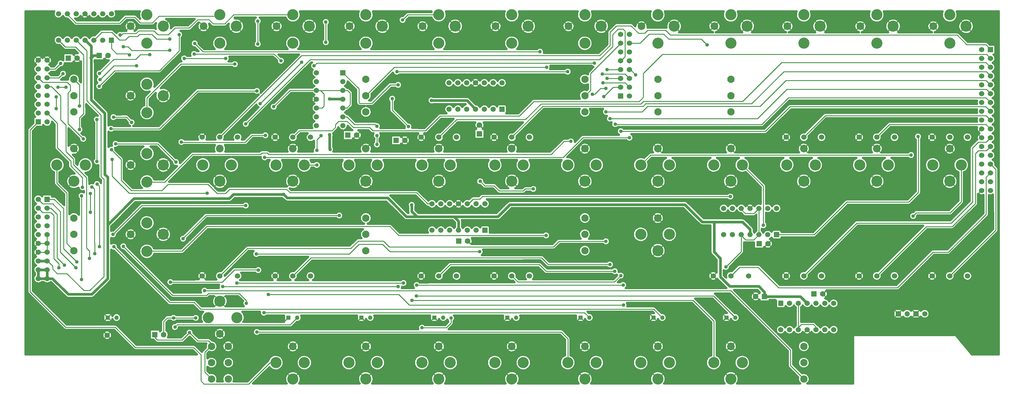
<source format=gbr>
G04 DipTrace 2.4.0.2*
%INTop trace fix.gbr*%
%MOIN*%
%ADD14C,0.01*%
%ADD15C,0.03*%
%ADD16C,0.025*%
%ADD17C,0.013*%
%ADD21C,0.063*%
%ADD22R,0.063X0.063*%
%ADD23C,0.05*%
%ADD24R,0.05X0.05*%
%ADD25C,0.126*%
%ADD26C,0.0866*%
%ADD27C,0.06*%
%ADD28R,0.06X0.06*%
%ADD29R,0.0591X0.0591*%
%ADD30O,0.0594X0.0591*%
%ADD31C,0.0591*%
%ADD32C,0.0827*%
%ADD33C,0.0591*%
%ADD34C,0.04*%
%ADD36C,0.18*%
%FSLAX44Y44*%
G04*
G70*
G90*
G75*
G01*
%LNTop*%
%LPD*%
X5770Y19244D2*
D14*
X6770D1*
X5770Y20244D2*
X6770D1*
Y21244D2*
Y20244D1*
Y19244D1*
Y18244D2*
D15*
X5770D1*
X6770D2*
D14*
X6835D1*
X7402Y17677D1*
Y17323D1*
X7913Y16811D1*
X9016D1*
X10945Y14882D1*
X11614D1*
X13189Y16457D1*
Y27520D1*
X12874Y27835D1*
Y34803D1*
X11260Y36417D1*
Y42102D1*
X10055Y43307D1*
X37283Y37606D2*
X34299D1*
X32441Y35748D1*
X30630Y42874D2*
Y45472D1*
X20669Y43425D2*
X19173D1*
X18622Y43976D1*
X17244D1*
X17008Y43740D1*
X16024D1*
X15630Y43346D1*
X14961D1*
X14094Y44213D1*
X12961D1*
X12055Y43307D1*
X37283Y37606D2*
X37748D1*
X38150Y37205D1*
Y35827D1*
X37913Y35591D1*
X37299D1*
X37283Y35606D1*
Y37606D2*
X40276D1*
Y35606D2*
X40724D1*
X41102Y35984D1*
Y37283D1*
X40787Y37598D1*
X40283D1*
X84173Y25551D2*
X56063D1*
X55787Y25276D1*
X55039D1*
X54370Y24606D1*
Y24717D1*
X54378Y24724D1*
X85409Y24213D2*
Y24079D1*
X85866Y23622D1*
X86819D1*
X87409Y24213D1*
Y21220D1*
X86819Y20630D1*
X85906D1*
X85433Y21102D1*
Y21197D1*
X85409Y21220D1*
Y19307D1*
X83661Y17559D1*
X91882Y13425D2*
Y10433D1*
Y10701D1*
X92205Y11024D1*
X93583D1*
X93819Y10787D1*
Y10496D1*
X93882Y10433D1*
X45866Y36654D2*
Y35354D1*
X47717Y33504D1*
X7882Y29134D2*
X7862D1*
Y27071D1*
X9000Y25933D1*
Y20220D1*
X9811Y19409D1*
X23618Y11780D2*
X21098D1*
X8094Y17453D2*
Y17933D1*
X7520Y18508D1*
Y23406D1*
X7189Y23736D1*
X6278D1*
X5770Y24244D1*
X21098Y11780D2*
X20402D1*
X19976Y11354D1*
Y9878D1*
X6770Y25244D2*
X7583D1*
X8638Y24189D1*
Y19634D1*
X10146Y18126D1*
X24606Y14858D2*
X84236D1*
X90976Y8118D1*
Y6354D1*
X92488Y4843D1*
X6770Y24244D2*
X7205D1*
X7906Y23543D1*
Y18606D1*
X8744Y17768D1*
X22913Y10094D2*
X23831Y9177D1*
X25059D1*
X25433Y8803D1*
Y8543D1*
X25402D1*
X25311D1*
X24622Y7854D1*
Y5622D1*
X25402Y4843D1*
X18976Y9878D2*
Y9563D1*
X19280Y9260D1*
X22079D1*
X22913Y10094D1*
X5770Y25244D2*
Y25226D1*
X6260Y24736D1*
X7386D1*
X8280Y23843D1*
Y19240D1*
X10047Y17472D1*
X32685Y6693D2*
X32028D1*
X29587Y4252D1*
X24547D1*
X24185Y4614D1*
Y7610D1*
X23382Y8413D1*
X16783D1*
X14488Y10709D1*
X8882D1*
X4850Y14740D1*
Y33096D1*
X5770Y34016D1*
X21252Y10736D2*
X21516Y11000D1*
X34303D1*
X35114Y11811D1*
X6770Y35016D2*
X6783D1*
X7925Y33874D1*
Y31094D1*
X9465Y29555D1*
Y29020D1*
X10780Y27705D1*
Y26594D1*
X11846Y26630D2*
X11913D1*
X12150Y26394D1*
Y20248D1*
X12161Y20260D1*
Y19075D1*
X22177Y20760D2*
Y20787D1*
X24787Y23398D1*
X39866D1*
X15394Y42559D2*
X15937D1*
X16370Y42126D1*
X20724D1*
X20673Y42177D1*
X23429Y41736D2*
X32480D1*
X33256Y40961D1*
X52520Y11756D2*
Y11185D1*
X51988Y10654D1*
X49244D1*
X7791Y35535D2*
Y36898D1*
X7811Y36878D1*
X8000Y37957D2*
X8898D1*
X8909Y37969D1*
X12756Y38819D2*
X14331Y40394D1*
X16890D1*
X21984Y31744D2*
X22028Y31701D1*
X29205D1*
X30000Y32496D1*
X31500D1*
X10681Y25622D2*
Y16134D1*
X20740Y15831D2*
X26610D1*
X28000Y17220D1*
X30661D1*
X30693Y17189D1*
X55764Y19291D2*
X45598D1*
X44760Y20130D1*
X42106D1*
X41004Y19028D1*
X30469D1*
X27008Y41220D2*
X22295D1*
X18386Y41654D2*
X17323D1*
X16811Y41142D1*
X14331D1*
X12717Y39528D1*
X65756Y6693D2*
Y9413D1*
X65000Y10169D1*
X30535D1*
X29343Y13437D2*
Y13736D1*
X28543Y14535D1*
X25043D1*
X24846Y14339D1*
X20976D1*
X15413Y19902D1*
X11654Y23748D2*
Y25913D1*
X68185Y11811D2*
Y11819D1*
X67642Y12362D1*
X31327D1*
X11579Y18539D2*
Y19366D1*
X11236Y19709D1*
Y27693D1*
X9756Y29173D1*
Y29807D1*
X8890Y30673D1*
Y33673D1*
X8295Y34268D1*
Y37004D1*
X7283Y38016D1*
X6770D1*
X5770Y39016D2*
X5779D1*
X6280Y38516D1*
X9043D1*
X9406Y38154D1*
Y37583D1*
X9122Y37299D1*
Y33831D1*
X10862Y32091D1*
X14146Y29772D2*
Y27878D1*
X16079Y25945D1*
X24906D1*
X31831Y14417D2*
X46610D1*
X47807Y13220D1*
X72055D1*
X6770Y39016D2*
X8111D1*
X8583Y39488D1*
X12413Y34287D2*
Y29543D1*
X12429Y26976D2*
X12689Y26717D1*
Y19850D1*
X14323D2*
X20657Y13516D1*
X23433D1*
X24169Y12780D1*
X75484D1*
X76453Y11811D1*
X14528Y31535D2*
X19291D1*
X21370Y29457D1*
X26654Y15319D2*
X46543D1*
X48094Y13768D2*
X79945D1*
X82311Y11402D1*
Y6713D1*
X82291Y6693D1*
X6770Y40016D2*
X7654D1*
X8307Y40669D1*
X14291Y34567D2*
X15760D1*
X16346Y33980D1*
X28264Y15736D2*
X47146D1*
X48610Y14272D2*
X82260D1*
X84720Y11811D1*
X113643Y42244D2*
Y42282D1*
X113118Y42807D1*
X110941D1*
X109862Y43886D1*
X77366D1*
X76823Y44429D1*
X74787D1*
X74453Y44094D1*
X73756D1*
X72913Y44937D1*
X71283D1*
X70535Y44189D1*
Y42705D1*
X69382Y41551D1*
X35614D1*
X26346Y32283D1*
X113643Y41244D2*
X113194Y41693D1*
X76472D1*
X74299Y39520D1*
Y36823D1*
X73823Y36346D1*
X61883D1*
Y36293D1*
X60276Y34685D1*
X51299D1*
X49646Y33031D1*
X43661D1*
X43307Y33386D1*
X41457D1*
X40748Y34094D1*
X39803D1*
X39449Y33740D1*
Y33425D1*
X39055Y33031D1*
X35362D1*
X34614Y32283D1*
X113643Y40244D2*
X113135Y40752D1*
X89965D1*
X85583Y36370D1*
X74350D1*
X74051Y36071D1*
X62724D1*
X60945Y34291D1*
X53157D1*
X51150Y32283D1*
X113643Y39244D2*
Y39266D1*
X113165Y39744D1*
X90224D1*
X86571Y36091D1*
X74583D1*
X74299Y35807D1*
X62941D1*
X59417Y32283D1*
X113643Y38244D2*
X113626D1*
X113138Y38732D1*
X90453D1*
X87528Y35807D1*
X74799D1*
X74157Y35165D1*
X70079D1*
Y20465D2*
X64756D1*
X64134Y19843D1*
X45551D1*
X44882Y20512D1*
X42020D1*
X41181Y19673D1*
X29484D1*
X26346Y16535D1*
X113643Y37244D2*
Y37259D1*
X113161Y37740D1*
X90563D1*
X87224Y34402D1*
X70524D1*
Y17839D2*
X63539D1*
X62783Y18594D1*
X36673D1*
X34614Y16535D1*
X113643Y36244D2*
X113638D1*
X113126Y36756D1*
X90744D1*
X87720Y33732D1*
X71173D1*
X71126Y33780D1*
X71079Y17071D2*
X63299D1*
X62547Y17823D1*
X52437D1*
X51150Y16535D1*
X113643Y35244D2*
X113626D1*
X113118Y35752D1*
X90921D1*
X88126Y32957D1*
X71752D1*
Y16579D2*
X71028Y15854D1*
X60098D1*
X59417Y16535D1*
X92488Y32283D2*
Y32307D1*
X94921Y34740D1*
X113147D1*
X113643Y34244D1*
Y33244D2*
X113618D1*
X113126Y33736D1*
X102209D1*
X100756Y32283D1*
X113643Y32244D2*
Y32230D1*
X113150Y31736D1*
X112260D1*
X111591Y31067D1*
Y24917D1*
X109209Y22535D1*
X98488D1*
X92488Y16535D1*
X113643Y31244D2*
X113642D1*
X113154Y30756D1*
X112260D1*
X111929Y30425D1*
Y24776D1*
X109295Y22142D1*
X106362D1*
X100756Y16535D1*
X113643Y29244D2*
Y29231D1*
X114232Y28642D1*
Y21744D1*
X109024Y16535D1*
X113643Y28244D2*
X113638D1*
X113150Y27756D1*
Y23531D1*
X108854Y19236D1*
X107134D1*
X103102Y15205D1*
X89638D1*
X87331Y17512D1*
X85197D1*
X84220Y16535D1*
X104650Y30256D2*
X75146D1*
X74024Y29134D1*
X72750Y42957D2*
X73921D1*
X74969Y44004D1*
X76610D1*
X77189Y43425D1*
X80870D1*
X81539Y42756D1*
X71750Y42957D2*
Y42927D1*
X68346Y39524D1*
Y37626D1*
X67728Y37008D1*
X67685D1*
X71750Y40957D2*
X71756D1*
X72244Y41445D1*
Y44327D1*
X72020Y44551D1*
X71437D1*
X70831Y43945D1*
Y42571D1*
X69343Y41083D1*
X36563D1*
X29276Y33795D1*
Y24528D2*
X17512D1*
X14236Y21252D1*
X72750Y39957D2*
X72858D1*
X73441Y39374D1*
X72020Y15500D2*
X48642D1*
X71750Y39957D2*
X70209D1*
X63354Y40236D2*
X46110D1*
X42882Y37008D1*
X62606Y41988D2*
X24425D1*
X23488Y42925D1*
X72750Y32236D2*
X67469D1*
X65228Y29996D1*
X31417D1*
X28031Y40583D2*
X21933D1*
X18083Y36732D1*
Y35083D1*
X18079Y35079D1*
X71750Y37957D2*
X70890D1*
X69831Y36898D1*
X66098Y31815D2*
X65350D1*
X63874Y30339D1*
X31858D1*
X31685Y30512D1*
X31114D1*
X30941Y30339D1*
X23248D1*
X20098Y27189D1*
X18094D1*
X18079Y27205D1*
X72750Y37957D2*
Y37959D1*
X72260Y38449D1*
X69720D1*
X63303Y21142D2*
X46614D1*
X45606Y22150D1*
X24878D1*
X22079Y19350D1*
X18098D1*
X18079Y19331D1*
X71750Y38957D2*
X70201D1*
X70063Y37839D2*
X69453D1*
X68787Y37173D1*
X68535D1*
X65748Y39724D2*
X46386D1*
X21732Y43937D2*
Y42087D1*
X19488Y39843D1*
X14449D1*
X12677Y38071D1*
X10433Y35827D2*
Y38236D1*
X9811Y38858D1*
X72750Y38957D2*
X72246Y39461D1*
X69669D1*
X68783Y40713D2*
X37343D1*
X37016Y40386D1*
X35602Y40803D2*
X30909Y36110D1*
X30543Y37547D2*
X23819D1*
X19516Y33244D1*
X13992D1*
X14000Y33252D1*
X14055Y43307D2*
Y42362D1*
X14646Y41772D1*
X15945D1*
X16102Y41614D1*
X15039Y43898D2*
Y43740D1*
X15354Y44055D1*
X16850D1*
X17165Y44370D1*
X18858D1*
X19291Y43937D1*
X20512D1*
X21260Y44685D1*
X22874D1*
X23819Y45630D1*
X25118D1*
X25591Y45157D1*
X26890D1*
X27913Y46181D1*
X34614D1*
X9055Y46299D2*
Y46220D1*
X10039Y45236D1*
X15000D1*
X15669Y45906D1*
X16693D1*
X17323Y45276D1*
X18701D1*
X19449Y46024D1*
X26189D1*
X26346Y46181D1*
X10433Y33150D2*
Y34488D1*
X10906Y34961D1*
Y41614D1*
X10000Y42520D1*
X8843D1*
X8055Y43307D1*
X51150Y46181D2*
X47638D1*
X47047Y45591D1*
X46535Y38228D2*
X45669D1*
X43583Y36142D1*
X42165D1*
X42087Y36220D1*
Y37795D1*
X40276Y39606D1*
X38346Y45354D2*
Y43071D1*
X35913Y29134D2*
X37323D1*
Y30787D2*
Y32008D1*
X37795Y32480D1*
X40276Y34606D2*
X40748D1*
X41614Y33740D1*
X43937D1*
X44134Y33543D1*
Y32480D2*
Y31457D1*
X61850Y26417D2*
X60945D1*
X60709Y26181D1*
X57992D1*
X57402Y26772D1*
X56339D1*
X55827Y27283D1*
X50378Y24724D2*
X49882D1*
X48622Y25984D1*
X34291D1*
X33898Y26378D1*
X27441D1*
X26969Y25906D1*
X26024D1*
X25000Y26929D1*
X20472D1*
X19764Y26220D1*
X16339D1*
X15157Y27402D1*
Y29764D1*
X14055Y30866D1*
X89409Y21220D2*
X93661D1*
X97362Y24921D1*
X104370D1*
X105472Y26024D1*
Y32323D1*
X105433Y32362D1*
X87913Y22283D2*
Y26740D1*
X85520Y29134D1*
X110323D2*
Y24969D1*
X109055Y23701D1*
X105236D1*
X104882Y23346D1*
X6770Y16244D2*
D15*
X5770D1*
X6770Y17244D2*
X5770D1*
Y16244D1*
X6770Y17244D2*
Y16244D1*
X7378D1*
X9173Y14449D1*
X11850D1*
X13622Y16220D1*
Y22333D1*
Y27756D1*
X13307Y28071D1*
Y35000D1*
X11772Y36535D1*
Y41299D1*
Y42638D1*
X11079Y43331D1*
X11055Y43307D1*
X40276Y36606D2*
Y36614D1*
X38780D1*
Y32559D2*
Y30945D1*
X38819Y30906D1*
X33583Y25787D2*
X27874D1*
X27402Y25315D1*
X16604D1*
X13622Y22333D1*
X50315Y36457D2*
X54323D1*
X55307Y35472D1*
X53378Y21732D2*
Y22764D1*
X52874Y23268D1*
X48674D1*
X47480D1*
X45354Y25394D1*
X33976D1*
X33583Y25787D1*
X86409Y21220D2*
Y21819D1*
X85551Y22677D1*
X82323D1*
X80984D1*
X79016Y24646D1*
X59213D1*
X57835Y23268D1*
X52874D1*
X12661Y41575D2*
X12047D1*
X11772Y41299D1*
X88047Y14213D2*
X92094D1*
X92882Y13425D1*
X48071Y24606D2*
Y23871D1*
X48674Y23268D1*
X88047Y14213D2*
Y14709D1*
X87402Y15354D1*
X84094D1*
X83031Y16417D1*
Y18543D1*
X82323Y19252D1*
Y22677D1*
D34*
X32441Y35748D3*
X30630Y42874D3*
Y45472D3*
X20669Y43425D3*
X84173Y25551D3*
X83661Y17559D3*
X45866Y36654D3*
X47717Y33504D3*
X23618Y11780D3*
X21098D3*
X8094Y17453D3*
X10146Y18126D3*
X24606Y14858D3*
X8744Y17768D3*
X22913Y10094D3*
D3*
X10047Y17472D3*
X21252Y10736D3*
X10780Y26594D3*
X11846Y26630D3*
X12161Y19075D3*
X22177Y20760D3*
X39866Y23398D3*
X15394Y42559D3*
X20673Y42177D3*
X23429Y41736D3*
X33256Y40961D3*
X52520Y11756D3*
X49244Y10654D3*
X7791Y35535D3*
X7811Y36878D3*
X8000Y37957D3*
X8909Y37969D3*
X12756Y38819D3*
X16890Y40394D3*
X21984Y31744D3*
X31500Y32496D3*
X10681Y25622D3*
Y16134D3*
X20740Y15831D3*
X30693Y17189D3*
X55764Y19291D3*
X30469Y19028D3*
X27008Y41220D3*
X22295D3*
X18386Y41654D3*
X12717Y39528D3*
X30535Y10169D3*
X29343Y13437D3*
X15413Y19902D3*
X11654Y23748D3*
Y25913D3*
X31327Y12362D3*
X11579Y18539D3*
X10862Y32091D3*
X14146Y29772D3*
X24906Y25945D3*
X31831Y14417D3*
X72055Y13220D3*
X8583Y39488D3*
X12413Y34287D3*
Y29543D3*
X12429Y26976D3*
X12689Y19850D3*
X14323D3*
X14528Y31535D3*
X21370Y29457D3*
X26654Y15319D3*
X46543D3*
X48094Y13768D3*
X8307Y40669D3*
X14291Y34567D3*
X16346Y33980D3*
X28264Y15736D3*
X47146D3*
X48610Y14272D3*
X70079Y35165D3*
Y20465D3*
X70524Y34402D3*
Y17839D3*
X71126Y33780D3*
X71079Y17071D3*
X71752Y32957D3*
Y16579D3*
X104650Y30256D3*
X81539Y42756D3*
X29276Y33795D3*
Y24528D3*
X14236Y21252D3*
X73441Y39374D3*
X72020Y15500D3*
X48642D3*
X70209Y39957D3*
X63354Y40236D3*
X62606Y41988D3*
X23488Y42925D3*
X72750Y32236D3*
X31417Y29996D3*
X28031Y40583D3*
X69831Y36898D3*
X66098Y31815D3*
X69720Y38449D3*
X63303Y21142D3*
X70201Y38957D3*
X70063Y37839D3*
X68535Y37173D3*
X65748Y39724D3*
X46386D3*
X21732Y43937D3*
X12677Y38071D3*
X10433Y35827D3*
X69669Y39461D3*
X68783Y40713D3*
X37016Y40386D3*
X35602Y40803D3*
X30909Y36110D3*
X30543Y37547D3*
X14000Y33252D3*
X16102Y41614D3*
X15039Y43898D3*
X10433Y33150D3*
X47047Y45591D3*
X46535Y38228D3*
X38346Y45354D3*
Y43071D3*
X37323Y29134D3*
Y30787D3*
X37795Y32480D3*
X44134Y33543D3*
Y32480D3*
Y31457D3*
X61850Y26417D3*
X55827Y27283D3*
X14055Y30866D3*
X105433Y32362D3*
X87913Y22283D3*
X104882Y23346D3*
X38780Y36614D3*
Y32559D3*
X38819Y30906D3*
X33583Y25787D3*
X50315Y36457D3*
X33583Y25787D3*
X11772Y41299D3*
X48071Y24606D3*
D36*
X113457Y45469D3*
X5417D3*
Y8724D3*
X113457D3*
X64057Y33434D3*
X112465Y11811D3*
D34*
X11024Y44528D3*
X4347Y46315D2*
D16*
X7471D1*
X14642D2*
X17170D1*
X35525D2*
X41971D1*
X43790D2*
X47303D1*
X52060D2*
X58506D1*
X60325D2*
X66775D1*
X68595D2*
X75045D1*
X76861D2*
X83311D1*
X85130D2*
X91580D1*
X93400D2*
X99846D1*
X101665D2*
X108115D1*
X109935D2*
X114525D1*
X4347Y46067D2*
X7521D1*
X14591D2*
X15361D1*
X17001D2*
X17168D1*
X35525D2*
X41971D1*
X43794D2*
X47053D1*
X52064D2*
X58506D1*
X60329D2*
X66771D1*
X68599D2*
X75041D1*
X76864D2*
X83307D1*
X85134D2*
X91576D1*
X93400D2*
X99842D1*
X101669D2*
X108111D1*
X109935D2*
X114525D1*
X4347Y45818D2*
X7744D1*
X8368D2*
X8744D1*
X10368D2*
X10744D1*
X11368D2*
X11744D1*
X12368D2*
X12744D1*
X13368D2*
X13744D1*
X14368D2*
X15111D1*
X28021D2*
X30295D1*
X30966D2*
X33771D1*
X35458D2*
X38287D1*
X38407D2*
X42041D1*
X43724D2*
X46615D1*
X47743D2*
X50307D1*
X51993D2*
X58576D1*
X60259D2*
X66842D1*
X68528D2*
X75111D1*
X76794D2*
X83377D1*
X85064D2*
X91646D1*
X93329D2*
X99912D1*
X101599D2*
X108182D1*
X109864D2*
X114525D1*
X4347Y45569D2*
X9236D1*
X10177D2*
X14861D1*
X15802D2*
X16084D1*
X16372D2*
X16561D1*
X20528D2*
X23287D1*
X28794D2*
X30150D1*
X31111D2*
X32619D1*
X32911D2*
X33936D1*
X35290D2*
X35865D1*
X37064D2*
X37908D1*
X38782D2*
X40885D1*
X41177D2*
X42205D1*
X43560D2*
X44135D1*
X45329D2*
X46557D1*
X47536D2*
X49154D1*
X49446D2*
X50471D1*
X51829D2*
X52400D1*
X53599D2*
X57420D1*
X57712D2*
X58740D1*
X60095D2*
X60670D1*
X61864D2*
X65689D1*
X65982D2*
X67006D1*
X68364D2*
X68939D1*
X70134D2*
X73955D1*
X74247D2*
X75275D1*
X76630D2*
X77205D1*
X78400D2*
X82225D1*
X82517D2*
X83541D1*
X84900D2*
X85475D1*
X86669D2*
X90490D1*
X90782D2*
X91811D1*
X93165D2*
X93740D1*
X94935D2*
X98760D1*
X99052D2*
X100080D1*
X101435D2*
X102010D1*
X103204D2*
X107029D1*
X107318D2*
X108346D1*
X109700D2*
X110275D1*
X111470D2*
X114525D1*
X4347Y45321D2*
X9486D1*
X20736D2*
X23041D1*
X29001D2*
X30166D1*
X31095D2*
X32197D1*
X33333D2*
X34346D1*
X34884D2*
X35658D1*
X37271D2*
X37857D1*
X38833D2*
X40463D1*
X41599D2*
X42611D1*
X43153D2*
X43928D1*
X45536D2*
X46643D1*
X47450D2*
X48732D1*
X49868D2*
X50881D1*
X51419D2*
X52193D1*
X53806D2*
X56998D1*
X58134D2*
X59146D1*
X59689D2*
X60463D1*
X62071D2*
X65268D1*
X66403D2*
X67416D1*
X67954D2*
X68732D1*
X70341D2*
X73533D1*
X74669D2*
X75682D1*
X76224D2*
X76998D1*
X78607D2*
X81803D1*
X82939D2*
X83951D1*
X84489D2*
X85268D1*
X86876D2*
X90068D1*
X91204D2*
X92217D1*
X92759D2*
X93533D1*
X95142D2*
X98338D1*
X99474D2*
X100486D1*
X101025D2*
X101803D1*
X103411D2*
X106607D1*
X107739D2*
X108752D1*
X109294D2*
X110068D1*
X111677D2*
X114525D1*
X4347Y45072D2*
X9732D1*
X15306D2*
X15533D1*
X16923D2*
X17057D1*
X20829D2*
X22791D1*
X29095D2*
X30291D1*
X30970D2*
X32068D1*
X33462D2*
X35564D1*
X37364D2*
X37951D1*
X38739D2*
X40334D1*
X41728D2*
X43834D1*
X45630D2*
X48603D1*
X49997D2*
X52100D1*
X53900D2*
X56869D1*
X58263D2*
X60369D1*
X62165D2*
X65139D1*
X66532D2*
X68635D1*
X70435D2*
X70947D1*
X73247D2*
X73404D1*
X74798D2*
X76904D1*
X78704D2*
X81674D1*
X83068D2*
X85170D1*
X86970D2*
X89939D1*
X91333D2*
X93439D1*
X95239D2*
X98209D1*
X99603D2*
X101705D1*
X103505D2*
X106478D1*
X107868D2*
X109975D1*
X111775D2*
X114525D1*
X4347Y44823D2*
X15510D1*
X16950D2*
X19010D1*
X23482D2*
X23775D1*
X25216D2*
X27279D1*
X29114D2*
X30291D1*
X30970D2*
X32045D1*
X33486D2*
X35545D1*
X37384D2*
X38006D1*
X38685D2*
X40311D1*
X41751D2*
X43814D1*
X45650D2*
X48580D1*
X50021D2*
X52084D1*
X53919D2*
X56846D1*
X58286D2*
X60350D1*
X62185D2*
X65115D1*
X66556D2*
X68619D1*
X70454D2*
X70701D1*
X74821D2*
X76885D1*
X78720D2*
X81650D1*
X83091D2*
X85154D1*
X86989D2*
X89916D1*
X91357D2*
X93420D1*
X95255D2*
X98186D1*
X99626D2*
X101689D1*
X103525D2*
X106451D1*
X107892D2*
X109955D1*
X111790D2*
X114525D1*
X4347Y44574D2*
X15576D1*
X23236D2*
X23846D1*
X25146D2*
X27330D1*
X29064D2*
X30291D1*
X30970D2*
X32111D1*
X33415D2*
X35600D1*
X37329D2*
X38006D1*
X38685D2*
X40381D1*
X41685D2*
X43865D1*
X45599D2*
X48646D1*
X49950D2*
X52135D1*
X53864D2*
X56916D1*
X58220D2*
X60404D1*
X62134D2*
X65182D1*
X66486D2*
X68670D1*
X78669D2*
X81717D1*
X83021D2*
X85205D1*
X86935D2*
X89986D1*
X91290D2*
X93475D1*
X95204D2*
X98256D1*
X99556D2*
X101740D1*
X103470D2*
X106521D1*
X107825D2*
X110010D1*
X111739D2*
X114525D1*
X4347Y44326D2*
X12603D1*
X14450D2*
X14834D1*
X22013D2*
X24049D1*
X24943D2*
X27471D1*
X28923D2*
X30291D1*
X30970D2*
X32318D1*
X33212D2*
X35740D1*
X37189D2*
X38006D1*
X38685D2*
X40584D1*
X41478D2*
X44006D1*
X45458D2*
X48853D1*
X49747D2*
X52275D1*
X53728D2*
X57119D1*
X58013D2*
X60541D1*
X61993D2*
X65389D1*
X66282D2*
X68811D1*
X78528D2*
X81924D1*
X82818D2*
X85346D1*
X86798D2*
X90189D1*
X91083D2*
X93611D1*
X95064D2*
X98459D1*
X99353D2*
X101881D1*
X103333D2*
X106728D1*
X107618D2*
X110146D1*
X111599D2*
X114525D1*
X4347Y44077D2*
X12353D1*
X22200D2*
X27779D1*
X28614D2*
X30291D1*
X30970D2*
X36049D1*
X36880D2*
X38006D1*
X38685D2*
X44314D1*
X45150D2*
X52584D1*
X53415D2*
X60853D1*
X61685D2*
X69119D1*
X69950D2*
X70197D1*
X110142D2*
X110459D1*
X111290D2*
X114525D1*
X4347Y43828D2*
X7826D1*
X8286D2*
X8826D1*
X9286D2*
X9826D1*
X10286D2*
X10826D1*
X11286D2*
X11826D1*
X22208D2*
X26139D1*
X26556D2*
X30291D1*
X30970D2*
X34404D1*
X34821D2*
X38006D1*
X38685D2*
X42674D1*
X43091D2*
X50939D1*
X51357D2*
X59209D1*
X59626D2*
X67475D1*
X67892D2*
X70197D1*
X110388D2*
X114525D1*
X4347Y43580D2*
X7541D1*
X22071D2*
X25682D1*
X27009D2*
X30291D1*
X30970D2*
X33951D1*
X35278D2*
X38006D1*
X38685D2*
X42217D1*
X43544D2*
X50486D1*
X51814D2*
X58756D1*
X60079D2*
X67021D1*
X68349D2*
X70197D1*
X110638D2*
X114525D1*
X4347Y43331D2*
X7471D1*
X22071D2*
X23236D1*
X23739D2*
X25510D1*
X27181D2*
X30291D1*
X30970D2*
X33779D1*
X35450D2*
X37936D1*
X38755D2*
X42045D1*
X43716D2*
X50314D1*
X51986D2*
X58580D1*
X60255D2*
X66850D1*
X68521D2*
X70197D1*
X110888D2*
X114525D1*
X4347Y43082D2*
X7518D1*
X22071D2*
X23025D1*
X23950D2*
X25436D1*
X27255D2*
X30189D1*
X31071D2*
X33705D1*
X35525D2*
X37857D1*
X38837D2*
X41971D1*
X43794D2*
X50240D1*
X52060D2*
X58506D1*
X60329D2*
X66775D1*
X68595D2*
X70197D1*
X113294D2*
X114525D1*
X4347Y42834D2*
X7732D1*
X22071D2*
X23006D1*
X24048D2*
X25436D1*
X27259D2*
X30143D1*
X31118D2*
X33701D1*
X35525D2*
X37920D1*
X38771D2*
X41971D1*
X43794D2*
X50236D1*
X52060D2*
X58506D1*
X60329D2*
X66771D1*
X68595D2*
X70193D1*
X113564D2*
X114525D1*
X4347Y42585D2*
X8307D1*
X22071D2*
X23146D1*
X24298D2*
X25506D1*
X27189D2*
X30240D1*
X31021D2*
X33775D1*
X35454D2*
X42041D1*
X43724D2*
X50311D1*
X51989D2*
X58576D1*
X60259D2*
X66846D1*
X68525D2*
X69947D1*
X114232D2*
X114525D1*
X4347Y42336D2*
X8557D1*
X22071D2*
X23607D1*
X24548D2*
X25674D1*
X27021D2*
X33939D1*
X35286D2*
X42209D1*
X43556D2*
X50475D1*
X51821D2*
X58744D1*
X60091D2*
X62271D1*
X62939D2*
X67010D1*
X68357D2*
X69697D1*
X114232D2*
X114525D1*
X4347Y42088D2*
X9963D1*
X22071D2*
X23100D1*
X63087D2*
X67432D1*
X67939D2*
X69447D1*
X114232D2*
X114525D1*
X4347Y41839D2*
X8568D1*
X9778D2*
X10119D1*
X21954D2*
X22951D1*
X114232D2*
X114525D1*
X4347Y41590D2*
X8568D1*
X21704D2*
X21990D1*
X22603D2*
X22963D1*
X33095D2*
X35182D1*
X114114D2*
X114525D1*
X4347Y41342D2*
X5283D1*
X7255D2*
X8568D1*
X21458D2*
X21822D1*
X27482D2*
X32404D1*
X33548D2*
X34936D1*
X114224D2*
X114525D1*
X4347Y41093D2*
X5186D1*
X7353D2*
X8092D1*
X21208D2*
X21822D1*
X27482D2*
X32654D1*
X33728D2*
X34686D1*
X114212D2*
X114525D1*
X4347Y40844D2*
X5209D1*
X7333D2*
X7850D1*
X12212D2*
X13564D1*
X20958D2*
X21732D1*
X28443D2*
X32779D1*
X33732D2*
X34436D1*
X114068D2*
X114525D1*
X4347Y40595D2*
X5369D1*
X7173D2*
X7764D1*
X8790D2*
X10564D1*
X12212D2*
X13314D1*
X20712D2*
X21475D1*
X28521D2*
X32943D1*
X33568D2*
X34189D1*
X114111D2*
X114525D1*
X4347Y40347D2*
X5287D1*
X7251D2*
X7514D1*
X8665D2*
X10564D1*
X12212D2*
X13064D1*
X20462D2*
X21228D1*
X28458D2*
X33939D1*
X36298D2*
X36529D1*
X63829D2*
X68471D1*
X114224D2*
X114525D1*
X4347Y40098D2*
X5186D1*
X8204D2*
X10564D1*
X12212D2*
X12818D1*
X20212D2*
X20978D1*
X21919D2*
X33689D1*
X36048D2*
X36627D1*
X63821D2*
X65447D1*
X66048D2*
X68451D1*
X114212D2*
X114525D1*
X4347Y39849D2*
X5205D1*
X7958D2*
X8264D1*
X8900D2*
X10564D1*
X12212D2*
X12357D1*
X19966D2*
X20728D1*
X21669D2*
X33443D1*
X35798D2*
X36756D1*
X66220D2*
X68201D1*
X114071D2*
X114525D1*
X4347Y39601D2*
X5361D1*
X7177D2*
X8107D1*
X9060D2*
X10564D1*
X19716D2*
X20482D1*
X21423D2*
X33193D1*
X35552D2*
X36697D1*
X66220D2*
X68018D1*
X114107D2*
X114525D1*
X4347Y39352D2*
X5291D1*
X7247D2*
X7975D1*
X9052D2*
X9322D1*
X10302D2*
X10564D1*
X14427D2*
X20232D1*
X21173D2*
X32943D1*
X35302D2*
X36760D1*
X45696D2*
X46084D1*
X46689D2*
X65443D1*
X66052D2*
X67193D1*
X114224D2*
X114525D1*
X4347Y39103D2*
X5186D1*
X8868D2*
X9154D1*
X12212D2*
X12365D1*
X14181D2*
X17646D1*
X18513D2*
X19982D1*
X20923D2*
X32697D1*
X35052D2*
X37002D1*
X45446D2*
X67029D1*
X114216D2*
X114525D1*
X4347Y38855D2*
X5205D1*
X8419D2*
X9107D1*
X13931D2*
X17346D1*
X18810D2*
X19736D1*
X20677D2*
X32447D1*
X34806D2*
X36756D1*
X45200D2*
X51881D1*
X52736D2*
X52881D1*
X53736D2*
X53881D1*
X54736D2*
X54881D1*
X55736D2*
X55881D1*
X56736D2*
X56881D1*
X57736D2*
X57881D1*
X58736D2*
X66982D1*
X114075D2*
X114525D1*
X4347Y38606D2*
X5357D1*
X13681D2*
X17209D1*
X18946D2*
X19486D1*
X20427D2*
X32197D1*
X34556D2*
X36697D1*
X44950D2*
X46240D1*
X46833D2*
X51740D1*
X58872D2*
X67029D1*
X114103D2*
X114525D1*
X4347Y38357D2*
X5295D1*
X13435D2*
X17162D1*
X18997D2*
X19236D1*
X20177D2*
X31951D1*
X34306D2*
X36756D1*
X40802D2*
X41053D1*
X44700D2*
X45326D1*
X47005D2*
X51732D1*
X58880D2*
X67201D1*
X114220D2*
X114525D1*
X4347Y38109D2*
X5189D1*
X13185D2*
X17182D1*
X19931D2*
X31701D1*
X34060D2*
X37002D1*
X40556D2*
X41303D1*
X44454D2*
X45080D1*
X47009D2*
X51850D1*
X58763D2*
X68006D1*
X114216D2*
X114525D1*
X4347Y37860D2*
X5201D1*
X13114D2*
X17279D1*
X20228D2*
X23756D1*
X30911D2*
X31451D1*
X33810D2*
X34088D1*
X40989D2*
X41553D1*
X44204D2*
X44830D1*
X45771D2*
X46228D1*
X46845D2*
X68006D1*
X114083D2*
X114525D1*
X4347Y37611D2*
X5350D1*
X12212D2*
X12584D1*
X12770D2*
X15853D1*
X16603D2*
X17490D1*
X20614D2*
X23412D1*
X31028D2*
X31205D1*
X33564D2*
X33834D1*
X41243D2*
X41748D1*
X43954D2*
X44580D1*
X45521D2*
X67350D1*
X114099D2*
X114525D1*
X4347Y37363D2*
X5299D1*
X12212D2*
X15603D1*
X16853D2*
X18244D1*
X20775D2*
X23162D1*
X33314D2*
X33584D1*
X41431D2*
X41748D1*
X43708D2*
X44334D1*
X45275D2*
X67080D1*
X114220D2*
X114525D1*
X4347Y37114D2*
X5189D1*
X12212D2*
X15514D1*
X16943D2*
X17994D1*
X20841D2*
X22916D1*
X23857D2*
X30350D1*
X33064D2*
X33338D1*
X34278D2*
X36990D1*
X41443D2*
X41748D1*
X43575D2*
X44084D1*
X45025D2*
X45775D1*
X45956D2*
X66990D1*
X114216D2*
X114525D1*
X4347Y36865D2*
X5201D1*
X12212D2*
X15521D1*
X16935D2*
X17771D1*
X18685D2*
X19021D1*
X20837D2*
X22666D1*
X23607D2*
X30459D1*
X32818D2*
X33088D1*
X34028D2*
X36764D1*
X41443D2*
X41748D1*
X43571D2*
X43834D1*
X44775D2*
X45428D1*
X46306D2*
X50068D1*
X54419D2*
X66998D1*
X114087D2*
X114525D1*
X4347Y36616D2*
X5346D1*
X12302D2*
X15627D1*
X16829D2*
X17744D1*
X18439D2*
X19100D1*
X20759D2*
X22416D1*
X23357D2*
X30209D1*
X32568D2*
X32838D1*
X33778D2*
X36697D1*
X41443D2*
X41748D1*
X43462D2*
X43588D1*
X44528D2*
X45377D1*
X46353D2*
X49853D1*
X54775D2*
X61697D1*
X114091D2*
X114525D1*
X4347Y36368D2*
X5303D1*
X12552D2*
X15924D1*
X16532D2*
X17744D1*
X18423D2*
X19279D1*
X20579D2*
X22170D1*
X23111D2*
X29959D1*
X32318D2*
X32592D1*
X33532D2*
X36752D1*
X41443D2*
X41748D1*
X44278D2*
X45475D1*
X46259D2*
X49834D1*
X55025D2*
X61486D1*
X90825D2*
X112068D1*
X114220D2*
X114525D1*
X4347Y36119D2*
X5189D1*
X12798D2*
X17744D1*
X18423D2*
X19803D1*
X20055D2*
X21920D1*
X22861D2*
X29713D1*
X33282D2*
X36982D1*
X41443D2*
X41764D1*
X44028D2*
X45525D1*
X46204D2*
X49971D1*
X55271D2*
X61240D1*
X90579D2*
X112068D1*
X114220D2*
X114525D1*
X4347Y35870D2*
X5201D1*
X13048D2*
X17639D1*
X18521D2*
X21674D1*
X22611D2*
X29463D1*
X31821D2*
X31967D1*
X33032D2*
X36764D1*
X41419D2*
X41982D1*
X43767D2*
X45525D1*
X46204D2*
X51889D1*
X52728D2*
X52888D1*
X53728D2*
X53888D1*
X55728D2*
X55888D1*
X56728D2*
X56888D1*
X58872D2*
X60990D1*
X90329D2*
X90568D1*
X114091D2*
X114525D1*
X4347Y35622D2*
X5342D1*
X11247D2*
X11584D1*
X13298D2*
X17342D1*
X18814D2*
X21424D1*
X22364D2*
X29213D1*
X30153D2*
X30631D1*
X31571D2*
X31967D1*
X32911D2*
X36697D1*
X41208D2*
X42361D1*
X43400D2*
X45525D1*
X46204D2*
X51744D1*
X58892D2*
X60740D1*
X90079D2*
X90322D1*
X114087D2*
X114525D1*
X4347Y35373D2*
X5307D1*
X11247D2*
X11834D1*
X13544D2*
X17209D1*
X18950D2*
X21174D1*
X22114D2*
X28967D1*
X29907D2*
X30385D1*
X31325D2*
X32143D1*
X32739D2*
X36748D1*
X40962D2*
X42213D1*
X43548D2*
X45525D1*
X46318D2*
X51732D1*
X58892D2*
X60494D1*
X62978D2*
X67018D1*
X68353D2*
X69639D1*
X89833D2*
X90072D1*
X91013D2*
X112068D1*
X114220D2*
X114525D1*
X4347Y35124D2*
X5189D1*
X11247D2*
X12084D1*
X13728D2*
X17162D1*
X18997D2*
X20928D1*
X21864D2*
X28717D1*
X29657D2*
X30135D1*
X31075D2*
X36975D1*
X40587D2*
X42178D1*
X43583D2*
X45627D1*
X46568D2*
X51842D1*
X58888D2*
X60244D1*
X62728D2*
X66982D1*
X68388D2*
X69592D1*
X89583D2*
X89822D1*
X90763D2*
X112064D1*
X114220D2*
X114525D1*
X4347Y34876D2*
X5197D1*
X11236D2*
X12330D1*
X13747D2*
X13918D1*
X15845D2*
X17182D1*
X18974D2*
X20678D1*
X21618D2*
X28467D1*
X29407D2*
X29885D1*
X30825D2*
X36768D1*
X40935D2*
X42240D1*
X43525D2*
X45873D1*
X46814D2*
X51021D1*
X62482D2*
X67045D1*
X68325D2*
X69689D1*
X89333D2*
X89576D1*
X90517D2*
X94588D1*
X114095D2*
X114525D1*
X4347Y34627D2*
X5334D1*
X11040D2*
X12072D1*
X16169D2*
X17283D1*
X18876D2*
X20428D1*
X21368D2*
X28221D1*
X29161D2*
X29639D1*
X30579D2*
X36697D1*
X41196D2*
X42436D1*
X43329D2*
X46123D1*
X47064D2*
X50771D1*
X62232D2*
X67236D1*
X68134D2*
X70092D1*
X89087D2*
X89326D1*
X90267D2*
X94338D1*
X114083D2*
X114525D1*
X4347Y34378D2*
X5182D1*
X10794D2*
X11932D1*
X16611D2*
X17498D1*
X18661D2*
X20182D1*
X21118D2*
X27971D1*
X28911D2*
X29389D1*
X30329D2*
X36748D1*
X41446D2*
X46373D1*
X47314D2*
X50521D1*
X61982D2*
X70033D1*
X88837D2*
X89076D1*
X90017D2*
X94088D1*
X95028D2*
X112068D1*
X114216D2*
X114525D1*
X4347Y34130D2*
X5182D1*
X10775D2*
X11951D1*
X13747D2*
X14107D1*
X14474D2*
X15728D1*
X16810D2*
X19932D1*
X20872D2*
X27721D1*
X28661D2*
X28928D1*
X30079D2*
X36963D1*
X41696D2*
X46619D1*
X47560D2*
X50275D1*
X51212D2*
X52525D1*
X61736D2*
X70123D1*
X88587D2*
X88830D1*
X89771D2*
X93842D1*
X94782D2*
X112064D1*
X114220D2*
X114525D1*
X4347Y33881D2*
X5166D1*
X10775D2*
X12072D1*
X13747D2*
X15869D1*
X16825D2*
X19682D1*
X20622D2*
X27475D1*
X28415D2*
X28795D1*
X29833D2*
X36771D1*
X44478D2*
X46869D1*
X48013D2*
X50025D1*
X50966D2*
X52275D1*
X53216D2*
X55186D1*
X56310D2*
X60545D1*
X61486D2*
X70646D1*
X88341D2*
X88580D1*
X89521D2*
X93592D1*
X94532D2*
X101885D1*
X114099D2*
X114525D1*
X4347Y33632D2*
X4916D1*
X7208D2*
X7584D1*
X10775D2*
X12072D1*
X14294D2*
X16014D1*
X16681D2*
X19436D1*
X20372D2*
X27225D1*
X28165D2*
X28814D1*
X29736D2*
X36697D1*
X44614D2*
X47119D1*
X48189D2*
X49775D1*
X50716D2*
X52029D1*
X52970D2*
X55143D1*
X56353D2*
X60295D1*
X61236D2*
X70662D1*
X88091D2*
X88330D1*
X89271D2*
X93342D1*
X94282D2*
X101635D1*
X114079D2*
X114525D1*
X4347Y33384D2*
X4666D1*
X5607D2*
X7584D1*
X10861D2*
X12072D1*
X20126D2*
X26975D1*
X27915D2*
X29033D1*
X29517D2*
X36744D1*
X40814D2*
X40990D1*
X44595D2*
X47244D1*
X48189D2*
X49529D1*
X50466D2*
X51779D1*
X52720D2*
X55213D1*
X56282D2*
X60049D1*
X60989D2*
X70857D1*
X71396D2*
X71544D1*
X71962D2*
X88084D1*
X89025D2*
X93096D1*
X94036D2*
X101385D1*
X102325D2*
X112072D1*
X114216D2*
X114525D1*
X4347Y33135D2*
X4514D1*
X5361D2*
X7584D1*
X10923D2*
X12072D1*
X19876D2*
X26728D1*
X27669D2*
X34994D1*
X39630D2*
X39947D1*
X40603D2*
X41240D1*
X50220D2*
X51529D1*
X52470D2*
X55143D1*
X56353D2*
X59799D1*
X60739D2*
X71299D1*
X88775D2*
X92846D1*
X93786D2*
X101139D1*
X102079D2*
X112064D1*
X114224D2*
X114525D1*
X4347Y32886D2*
X4510D1*
X5189D2*
X7584D1*
X9228D2*
X9596D1*
X10841D2*
X12072D1*
X14314D2*
X26478D1*
X27419D2*
X31221D1*
X31778D2*
X34748D1*
X39380D2*
X40244D1*
X42325D2*
X43338D1*
X49970D2*
X51283D1*
X52224D2*
X55143D1*
X56353D2*
X59549D1*
X60489D2*
X71268D1*
X88525D2*
X92596D1*
X93536D2*
X100889D1*
X101829D2*
X112182D1*
X114107D2*
X114525D1*
X4347Y32637D2*
X4510D1*
X5189D2*
X7584D1*
X9228D2*
X9846D1*
X10786D2*
X12072D1*
X13747D2*
X23881D1*
X24810D2*
X25881D1*
X27169D2*
X27881D1*
X28810D2*
X29670D1*
X31966D2*
X32150D1*
X33079D2*
X34150D1*
X35439D2*
X36150D1*
X39263D2*
X40244D1*
X42443D2*
X43670D1*
X44595D2*
X48686D1*
X49614D2*
X50686D1*
X51974D2*
X52686D1*
X53614D2*
X55143D1*
X56353D2*
X56951D1*
X57884D2*
X58951D1*
X60243D2*
X60951D1*
X61884D2*
X71389D1*
X73009D2*
X90021D1*
X90954D2*
X92021D1*
X93290D2*
X94021D1*
X94954D2*
X98291D1*
X99220D2*
X100291D1*
X101579D2*
X102291D1*
X103220D2*
X105033D1*
X105833D2*
X106557D1*
X107489D2*
X108557D1*
X109489D2*
X110557D1*
X111489D2*
X112213D1*
X114071D2*
X114525D1*
X4347Y32389D2*
X4510D1*
X5189D2*
X7584D1*
X9228D2*
X10096D1*
X11243D2*
X12072D1*
X13747D2*
X23768D1*
X24927D2*
X25768D1*
X26927D2*
X27768D1*
X28927D2*
X29424D1*
X33193D2*
X34033D1*
X35193D2*
X36033D1*
X39236D2*
X40244D1*
X42439D2*
X43654D1*
X44614D2*
X45693D1*
X47677D2*
X48568D1*
X49728D2*
X50568D1*
X51728D2*
X52568D1*
X53728D2*
X55143D1*
X56353D2*
X56838D1*
X57997D2*
X58838D1*
X59997D2*
X60838D1*
X61997D2*
X67150D1*
X73216D2*
X89908D1*
X91068D2*
X91908D1*
X93068D2*
X93908D1*
X95068D2*
X98178D1*
X99337D2*
X100178D1*
X101337D2*
X102178D1*
X103337D2*
X104943D1*
X105923D2*
X106443D1*
X107603D2*
X108443D1*
X109603D2*
X110443D1*
X111603D2*
X112072D1*
X114212D2*
X114525D1*
X4347Y32140D2*
X4510D1*
X5189D2*
X7584D1*
X9228D2*
X10342D1*
X11349D2*
X12072D1*
X13747D2*
X21717D1*
X22251D2*
X23775D1*
X24919D2*
X25775D1*
X26919D2*
X27775D1*
X28919D2*
X29174D1*
X30114D2*
X31178D1*
X31825D2*
X32041D1*
X33185D2*
X34041D1*
X35185D2*
X36041D1*
X39220D2*
X40244D1*
X42314D2*
X43791D1*
X44474D2*
X45693D1*
X47864D2*
X48580D1*
X49720D2*
X50580D1*
X51720D2*
X52580D1*
X53720D2*
X55143D1*
X56353D2*
X56846D1*
X57989D2*
X58846D1*
X59989D2*
X60846D1*
X61989D2*
X65740D1*
X66454D2*
X66900D1*
X73232D2*
X89916D1*
X91060D2*
X91916D1*
X93060D2*
X93916D1*
X95060D2*
X98186D1*
X99325D2*
X100186D1*
X101325D2*
X102186D1*
X103325D2*
X104998D1*
X105864D2*
X106451D1*
X107595D2*
X108451D1*
X109595D2*
X110451D1*
X111595D2*
X112064D1*
X114224D2*
X114525D1*
X4347Y31891D2*
X4510D1*
X5189D2*
X7584D1*
X9228D2*
X10416D1*
X11306D2*
X12072D1*
X13747D2*
X14205D1*
X14853D2*
X21518D1*
X29864D2*
X32182D1*
X33044D2*
X34182D1*
X35044D2*
X36182D1*
X39220D2*
X43795D1*
X44474D2*
X45693D1*
X47903D2*
X48717D1*
X49579D2*
X50717D1*
X51579D2*
X52717D1*
X53579D2*
X56986D1*
X57849D2*
X58986D1*
X59849D2*
X60986D1*
X61849D2*
X64955D1*
X67595D2*
X72412D1*
X73087D2*
X90057D1*
X90919D2*
X92057D1*
X92919D2*
X94057D1*
X94919D2*
X98326D1*
X99189D2*
X100326D1*
X101189D2*
X102326D1*
X103189D2*
X105131D1*
X105814D2*
X106592D1*
X107454D2*
X108592D1*
X109454D2*
X110592D1*
X111454D2*
X111943D1*
X114111D2*
X114525D1*
X4347Y31643D2*
X4510D1*
X5189D2*
X7584D1*
X9228D2*
X9557D1*
X10068D2*
X10713D1*
X11013D2*
X12072D1*
X13747D2*
X14049D1*
X19653D2*
X21506D1*
X29618D2*
X34357D1*
X34872D2*
X36982D1*
X39220D2*
X42627D1*
X43138D2*
X43682D1*
X44583D2*
X45693D1*
X47829D2*
X50893D1*
X51407D2*
X59162D1*
X59673D2*
X64709D1*
X67943D2*
X75697D1*
X76208D2*
X83963D1*
X84478D2*
X92232D1*
X92743D2*
X100498D1*
X101013D2*
X105131D1*
X105814D2*
X108768D1*
X109278D2*
X111697D1*
X114068D2*
X114525D1*
X4347Y31394D2*
X4510D1*
X5189D2*
X7584D1*
X10400D2*
X12072D1*
X13747D2*
X14061D1*
X19903D2*
X21654D1*
X29302D2*
X34025D1*
X35204D2*
X36982D1*
X39220D2*
X42291D1*
X43470D2*
X43646D1*
X44618D2*
X45693D1*
X46903D2*
X47053D1*
X47548D2*
X50561D1*
X51739D2*
X58826D1*
X60009D2*
X64459D1*
X68275D2*
X75361D1*
X76544D2*
X83631D1*
X84810D2*
X91896D1*
X93079D2*
X100166D1*
X101345D2*
X105131D1*
X105814D2*
X108436D1*
X109614D2*
X111447D1*
X114212D2*
X114525D1*
X4347Y31145D2*
X4510D1*
X5189D2*
X7584D1*
X10517D2*
X12072D1*
X14806D2*
X17514D1*
X18646D2*
X19213D1*
X20153D2*
X25643D1*
X27052D2*
X33912D1*
X35318D2*
X36982D1*
X39243D2*
X42178D1*
X43587D2*
X43764D1*
X44505D2*
X50447D1*
X51853D2*
X58713D1*
X60122D2*
X64209D1*
X66849D2*
X66981D1*
X68388D2*
X75248D1*
X76657D2*
X83518D1*
X84923D2*
X91783D1*
X93193D2*
X100053D1*
X101458D2*
X105131D1*
X105814D2*
X108318D1*
X109728D2*
X111260D1*
X114224D2*
X114525D1*
X4347Y30897D2*
X4510D1*
X5189D2*
X7654D1*
X10528D2*
X12072D1*
X14544D2*
X17287D1*
X18868D2*
X19459D1*
X20400D2*
X25631D1*
X27064D2*
X33896D1*
X35333D2*
X36846D1*
X39310D2*
X42166D1*
X43599D2*
X50432D1*
X51868D2*
X58701D1*
X60134D2*
X63963D1*
X66599D2*
X66967D1*
X68403D2*
X75236D1*
X76669D2*
X83502D1*
X84939D2*
X91771D1*
X93204D2*
X100037D1*
X101474D2*
X105131D1*
X105814D2*
X108307D1*
X109739D2*
X111252D1*
X114114D2*
X114525D1*
X4347Y30648D2*
X4510D1*
X5189D2*
X7900D1*
X10446D2*
X12072D1*
X14743D2*
X17186D1*
X18974D2*
X19709D1*
X20650D2*
X23166D1*
X66349D2*
X67049D1*
X68321D2*
X75314D1*
X76591D2*
X83584D1*
X84857D2*
X91853D1*
X93126D2*
X100119D1*
X101392D2*
X104373D1*
X104923D2*
X105131D1*
X105814D2*
X108389D1*
X109661D2*
X111252D1*
X114064D2*
X114525D1*
X4347Y30399D2*
X4510D1*
X5189D2*
X8150D1*
X10216D2*
X12072D1*
X14993D2*
X17158D1*
X18997D2*
X19959D1*
X20900D2*
X22838D1*
X66103D2*
X67279D1*
X68091D2*
X74818D1*
X105814D2*
X108619D1*
X109431D2*
X111252D1*
X114212D2*
X114525D1*
X4347Y30151D2*
X4510D1*
X5189D2*
X8400D1*
X9884D2*
X12072D1*
X15239D2*
X17205D1*
X18954D2*
X20205D1*
X21146D2*
X22592D1*
X65853D2*
X74568D1*
X105814D2*
X111252D1*
X114224D2*
X114525D1*
X4347Y29902D2*
X4510D1*
X5189D2*
X7396D1*
X8364D2*
X8646D1*
X10079D2*
X10627D1*
X11595D2*
X12072D1*
X15466D2*
X17334D1*
X18825D2*
X19443D1*
X21528D2*
X22342D1*
X23282D2*
X23932D1*
X24900D2*
X27162D1*
X28130D2*
X30936D1*
X66239D2*
X68502D1*
X69470D2*
X73541D1*
X75263D2*
X76768D1*
X77736D2*
X81807D1*
X82775D2*
X85037D1*
X86005D2*
X90076D1*
X91044D2*
X93303D1*
X94271D2*
X98342D1*
X99310D2*
X101572D1*
X102540D2*
X104322D1*
X104978D2*
X105130D1*
X105814D2*
X106611D1*
X107579D2*
X109838D1*
X110806D2*
X111252D1*
X114118D2*
X114525D1*
X4347Y29653D2*
X4510D1*
X5189D2*
X7127D1*
X8634D2*
X8896D1*
X10095D2*
X10357D1*
X15497D2*
X15736D1*
X16720D2*
X17615D1*
X18544D2*
X19174D1*
X21818D2*
X22092D1*
X23032D2*
X23662D1*
X25169D2*
X26893D1*
X28400D2*
X31080D1*
X31755D2*
X31932D1*
X33439D2*
X35158D1*
X36665D2*
X40201D1*
X41708D2*
X43428D1*
X44935D2*
X48467D1*
X49974D2*
X51693D1*
X53204D2*
X56736D1*
X58243D2*
X59963D1*
X61470D2*
X65002D1*
X66509D2*
X68232D1*
X69739D2*
X73271D1*
X75013D2*
X76498D1*
X78005D2*
X81537D1*
X83044D2*
X84768D1*
X86275D2*
X89807D1*
X91314D2*
X93033D1*
X94540D2*
X98072D1*
X99579D2*
X101303D1*
X102810D2*
X105131D1*
X105814D2*
X106342D1*
X107849D2*
X109568D1*
X111075D2*
X111252D1*
X114056D2*
X114525D1*
X4347Y29405D2*
X4510D1*
X5189D2*
X7006D1*
X8759D2*
X9123D1*
X10095D2*
X10232D1*
X16896D2*
X19053D1*
X22782D2*
X23541D1*
X25294D2*
X26768D1*
X28525D2*
X31807D1*
X33564D2*
X35037D1*
X37724D2*
X40076D1*
X41829D2*
X43303D1*
X45060D2*
X48342D1*
X50099D2*
X51572D1*
X53325D2*
X56611D1*
X58364D2*
X59838D1*
X61595D2*
X64877D1*
X66634D2*
X68107D1*
X69861D2*
X73146D1*
X74900D2*
X76373D1*
X78130D2*
X81412D1*
X83169D2*
X84643D1*
X86396D2*
X89682D1*
X91439D2*
X92908D1*
X94665D2*
X97947D1*
X99704D2*
X101178D1*
X102935D2*
X105131D1*
X105814D2*
X106217D1*
X107974D2*
X109443D1*
X114208D2*
X114525D1*
X4347Y29156D2*
X4510D1*
X5189D2*
X6963D1*
X8802D2*
X9123D1*
X16950D2*
X19010D1*
X20849D2*
X20989D1*
X22536D2*
X23498D1*
X25337D2*
X26725D1*
X28564D2*
X31764D1*
X33603D2*
X34994D1*
X37814D2*
X40033D1*
X41872D2*
X43260D1*
X45099D2*
X48303D1*
X50142D2*
X51529D1*
X53368D2*
X56568D1*
X58407D2*
X59799D1*
X61638D2*
X64838D1*
X66677D2*
X68064D1*
X69903D2*
X73103D1*
X74943D2*
X76334D1*
X78173D2*
X81373D1*
X83212D2*
X84600D1*
X86439D2*
X89639D1*
X91478D2*
X92869D1*
X94708D2*
X97908D1*
X99747D2*
X101135D1*
X102974D2*
X105131D1*
X105814D2*
X106174D1*
X108013D2*
X109404D1*
X114228D2*
X114525D1*
X4347Y28907D2*
X4510D1*
X5189D2*
X6990D1*
X8771D2*
X9146D1*
X12001D2*
X12533D1*
X16915D2*
X19037D1*
X20821D2*
X21346D1*
X22286D2*
X23525D1*
X25310D2*
X26756D1*
X28536D2*
X31795D1*
X33575D2*
X35021D1*
X37755D2*
X40061D1*
X41845D2*
X43291D1*
X45071D2*
X48330D1*
X50111D2*
X51557D1*
X53341D2*
X56600D1*
X58380D2*
X59826D1*
X61607D2*
X64865D1*
X66646D2*
X68096D1*
X69876D2*
X73135D1*
X74915D2*
X76361D1*
X78142D2*
X81400D1*
X83181D2*
X84631D1*
X86411D2*
X89670D1*
X91450D2*
X92896D1*
X94677D2*
X97936D1*
X99716D2*
X101166D1*
X102946D2*
X105131D1*
X105814D2*
X106205D1*
X107986D2*
X109432D1*
X4347Y28658D2*
X4510D1*
X5189D2*
X7100D1*
X8665D2*
X9357D1*
X11892D2*
X12533D1*
X15497D2*
X15693D1*
X16763D2*
X19146D1*
X20712D2*
X21100D1*
X22036D2*
X23635D1*
X25200D2*
X26861D1*
X28427D2*
X31900D1*
X33470D2*
X35131D1*
X36696D2*
X40170D1*
X41736D2*
X43396D1*
X44966D2*
X48439D1*
X50005D2*
X51666D1*
X53232D2*
X56705D1*
X58271D2*
X59936D1*
X61501D2*
X64975D1*
X66540D2*
X68201D1*
X69767D2*
X73240D1*
X74806D2*
X76471D1*
X78036D2*
X81510D1*
X83075D2*
X84736D1*
X86466D2*
X89775D1*
X91341D2*
X93006D1*
X94571D2*
X98045D1*
X99611D2*
X101271D1*
X102837D2*
X105131D1*
X105814D2*
X106311D1*
X107876D2*
X109541D1*
X111107D2*
X111248D1*
X4347Y28410D2*
X4510D1*
X5189D2*
X7330D1*
X8431D2*
X9603D1*
X11661D2*
X12533D1*
X15497D2*
X19377D1*
X20482D2*
X20850D1*
X21790D2*
X23865D1*
X24966D2*
X27096D1*
X28196D2*
X32135D1*
X33236D2*
X35361D1*
X36462D2*
X40400D1*
X41505D2*
X43631D1*
X44732D2*
X48670D1*
X49771D2*
X51896D1*
X53001D2*
X56939D1*
X58040D2*
X60166D1*
X61267D2*
X65205D1*
X66306D2*
X68436D1*
X69536D2*
X73475D1*
X74575D2*
X76701D1*
X77802D2*
X81740D1*
X82841D2*
X84971D1*
X86712D2*
X90010D1*
X91111D2*
X93236D1*
X94337D2*
X98275D1*
X99376D2*
X101506D1*
X102607D2*
X105131D1*
X105814D2*
X106545D1*
X107646D2*
X109771D1*
X110872D2*
X111252D1*
X4347Y28161D2*
X4510D1*
X5189D2*
X7521D1*
X8200D2*
X9611D1*
X11239D2*
X12533D1*
X15497D2*
X20600D1*
X21540D2*
X26146D1*
X26544D2*
X34416D1*
X34814D2*
X42682D1*
X43079D2*
X50951D1*
X51349D2*
X59217D1*
X59614D2*
X67486D1*
X67884D2*
X75752D1*
X76153D2*
X84021D1*
X84419D2*
X86021D1*
X86962D2*
X92291D1*
X92689D2*
X100557D1*
X100954D2*
X105131D1*
X105814D2*
X108826D1*
X109224D2*
X109982D1*
X110661D2*
X111252D1*
X4347Y27912D2*
X4510D1*
X5189D2*
X7521D1*
X8200D2*
X9150D1*
X11486D2*
X12533D1*
X15497D2*
X17506D1*
X18650D2*
X20353D1*
X21290D2*
X25686D1*
X27009D2*
X33951D1*
X35275D2*
X42221D1*
X43544D2*
X50486D1*
X51810D2*
X58756D1*
X60079D2*
X67025D1*
X68345D2*
X75291D1*
X76614D2*
X83561D1*
X84880D2*
X86271D1*
X87212D2*
X91826D1*
X93150D2*
X100096D1*
X101419D2*
X105131D1*
X105814D2*
X108361D1*
X109685D2*
X109982D1*
X110661D2*
X111252D1*
X4347Y27664D2*
X4510D1*
X5189D2*
X7521D1*
X8200D2*
X8975D1*
X11575D2*
X12584D1*
X15497D2*
X17287D1*
X18872D2*
X20103D1*
X21044D2*
X25510D1*
X27181D2*
X33779D1*
X35450D2*
X42049D1*
X43716D2*
X50314D1*
X51986D2*
X55533D1*
X56118D2*
X58584D1*
X60251D2*
X66850D1*
X68521D2*
X75119D1*
X76786D2*
X83385D1*
X85056D2*
X86521D1*
X87458D2*
X91654D1*
X93321D2*
X99920D1*
X101591D2*
X105131D1*
X105814D2*
X108189D1*
X109857D2*
X109983D1*
X110661D2*
X111252D1*
X4347Y27415D2*
X4510D1*
X5189D2*
X7521D1*
X8200D2*
X8900D1*
X11575D2*
X12252D1*
X12607D2*
X12822D1*
X15614D2*
X17186D1*
X20794D2*
X25436D1*
X27255D2*
X33705D1*
X35525D2*
X41971D1*
X43790D2*
X50240D1*
X52060D2*
X55357D1*
X56298D2*
X58506D1*
X60325D2*
X66775D1*
X68595D2*
X75041D1*
X76864D2*
X83311D1*
X85130D2*
X86768D1*
X87708D2*
X91580D1*
X93400D2*
X99846D1*
X101665D2*
X105131D1*
X105814D2*
X108115D1*
X110661D2*
X111252D1*
X4347Y27166D2*
X4510D1*
X5189D2*
X7521D1*
X8236D2*
X8900D1*
X11575D2*
X11978D1*
X15864D2*
X17158D1*
X25232D2*
X25436D1*
X27259D2*
X33701D1*
X35525D2*
X41971D1*
X43794D2*
X50236D1*
X52060D2*
X55353D1*
X56415D2*
X58506D1*
X60329D2*
X66771D1*
X68599D2*
X75041D1*
X76864D2*
X83307D1*
X85134D2*
X87018D1*
X87958D2*
X91576D1*
X93400D2*
X99846D1*
X101669D2*
X105131D1*
X105814D2*
X108111D1*
X110661D2*
X111252D1*
X4347Y26918D2*
X4510D1*
X5189D2*
X7561D1*
X8486D2*
X8971D1*
X16111D2*
X17205D1*
X27189D2*
X33771D1*
X35454D2*
X42041D1*
X43724D2*
X50307D1*
X51989D2*
X55514D1*
X57728D2*
X58576D1*
X60259D2*
X66842D1*
X68528D2*
X75111D1*
X76794D2*
X83381D1*
X85064D2*
X87268D1*
X88196D2*
X91646D1*
X93329D2*
X99916D1*
X101599D2*
X105131D1*
X105814D2*
X108182D1*
X110661D2*
X111252D1*
X4347Y26669D2*
X4510D1*
X5189D2*
X7795D1*
X8736D2*
X9135D1*
X16361D2*
X17338D1*
X27021D2*
X27295D1*
X35290D2*
X42205D1*
X43556D2*
X50475D1*
X51825D2*
X55971D1*
X57974D2*
X58740D1*
X60091D2*
X60732D1*
X62267D2*
X67010D1*
X68361D2*
X75279D1*
X76626D2*
X83545D1*
X84896D2*
X87514D1*
X88255D2*
X91814D1*
X93165D2*
X100080D1*
X101431D2*
X105131D1*
X105814D2*
X108350D1*
X109700D2*
X109982D1*
X110661D2*
X111252D1*
X4347Y26420D2*
X4510D1*
X5189D2*
X8041D1*
X8982D2*
X9549D1*
X10071D2*
X10322D1*
X26607D2*
X27014D1*
X34876D2*
X42623D1*
X43142D2*
X50889D1*
X51411D2*
X57283D1*
X62341D2*
X67424D1*
X67946D2*
X75693D1*
X76212D2*
X83959D1*
X84482D2*
X87572D1*
X88255D2*
X92228D1*
X92747D2*
X100494D1*
X101017D2*
X105131D1*
X105814D2*
X108764D1*
X109282D2*
X109982D1*
X110661D2*
X111252D1*
X4347Y26172D2*
X4510D1*
X5189D2*
X8291D1*
X9232D2*
X10561D1*
X48903D2*
X57533D1*
X62271D2*
X87572D1*
X88255D2*
X105131D1*
X105814D2*
X109982D1*
X110661D2*
X111252D1*
X4347Y25923D2*
X4510D1*
X5189D2*
X8541D1*
X9341D2*
X10303D1*
X49153D2*
X57787D1*
X60915D2*
X83869D1*
X84478D2*
X87572D1*
X88255D2*
X104900D1*
X105794D2*
X109982D1*
X110661D2*
X111252D1*
X4347Y25674D2*
X4510D1*
X5189D2*
X5381D1*
X7361D2*
X8662D1*
X9341D2*
X10193D1*
X49403D2*
X55717D1*
X84646D2*
X87572D1*
X88255D2*
X104654D1*
X105595D2*
X109982D1*
X110661D2*
X111252D1*
X112271D2*
X112811D1*
X113489D2*
X113893D1*
X4347Y25426D2*
X4510D1*
X7872D2*
X8662D1*
X9341D2*
X10236D1*
X45935D2*
X48709D1*
X49650D2*
X54721D1*
X84646D2*
X87572D1*
X88255D2*
X104404D1*
X105345D2*
X109982D1*
X110661D2*
X111252D1*
X112271D2*
X112811D1*
X113489D2*
X113893D1*
X4347Y25177D2*
X4510D1*
X8118D2*
X8662D1*
X9341D2*
X10342D1*
X27876D2*
X33580D1*
X46185D2*
X48959D1*
X49900D2*
X50025D1*
X50732D2*
X51021D1*
X51732D2*
X52021D1*
X52732D2*
X53021D1*
X53732D2*
X54021D1*
X56732D2*
X83873D1*
X84474D2*
X87572D1*
X88255D2*
X97154D1*
X105095D2*
X109982D1*
X110661D2*
X111252D1*
X112271D2*
X112811D1*
X113489D2*
X113893D1*
X4347Y24928D2*
X4510D1*
X8368D2*
X8662D1*
X9341D2*
X10342D1*
X27575D2*
X29014D1*
X29536D2*
X45209D1*
X46431D2*
X47709D1*
X48431D2*
X49209D1*
X56923D2*
X58885D1*
X79345D2*
X87572D1*
X88255D2*
X96900D1*
X104849D2*
X109811D1*
X110661D2*
X111131D1*
X112271D2*
X112811D1*
X113489D2*
X113893D1*
X4347Y24679D2*
X4510D1*
X5189D2*
X5385D1*
X9341D2*
X10342D1*
X16579D2*
X17193D1*
X29739D2*
X45455D1*
X46681D2*
X47588D1*
X48556D2*
X49455D1*
X56962D2*
X58635D1*
X79595D2*
X83076D1*
X83743D2*
X84076D1*
X84743D2*
X85076D1*
X85743D2*
X86076D1*
X86743D2*
X87076D1*
X88743D2*
X89076D1*
X89743D2*
X96650D1*
X104595D2*
X109564D1*
X110505D2*
X110881D1*
X112255D2*
X112811D1*
X113489D2*
X113893D1*
X4347Y24431D2*
X4510D1*
X9341D2*
X10342D1*
X16329D2*
X16943D1*
X29755D2*
X45705D1*
X46927D2*
X47615D1*
X48525D2*
X49744D1*
X56880D2*
X58385D1*
X79841D2*
X82869D1*
X89950D2*
X96400D1*
X97341D2*
X109314D1*
X110255D2*
X110635D1*
X112056D2*
X112811D1*
X113489D2*
X113893D1*
X4347Y24182D2*
X4510D1*
X9341D2*
X10342D1*
X16083D2*
X16697D1*
X17638D2*
X28939D1*
X29611D2*
X45955D1*
X47177D2*
X47631D1*
X48509D2*
X50213D1*
X50544D2*
X51213D1*
X51544D2*
X52213D1*
X52544D2*
X53213D1*
X53544D2*
X54213D1*
X54544D2*
X55213D1*
X55544D2*
X56213D1*
X56544D2*
X58139D1*
X59361D2*
X78869D1*
X80091D2*
X82826D1*
X89993D2*
X96154D1*
X97095D2*
X109064D1*
X110005D2*
X110385D1*
X111806D2*
X112811D1*
X113489D2*
X113893D1*
X4347Y23933D2*
X4510D1*
X9341D2*
X10342D1*
X15833D2*
X16447D1*
X17388D2*
X46201D1*
X47427D2*
X47631D1*
X48622D2*
X57889D1*
X59111D2*
X79115D1*
X80341D2*
X82900D1*
X89919D2*
X95904D1*
X96845D2*
X104998D1*
X109759D2*
X110135D1*
X111556D2*
X112811D1*
X113489D2*
X113893D1*
X4347Y23685D2*
X4510D1*
X5189D2*
X5393D1*
X10196D2*
X10342D1*
X15583D2*
X16197D1*
X17138D2*
X24635D1*
X40255D2*
X42498D1*
X43267D2*
X46451D1*
X48868D2*
X57639D1*
X58864D2*
X67299D1*
X68071D2*
X75533D1*
X76372D2*
X79365D1*
X80587D2*
X83197D1*
X83622D2*
X84197D1*
X84622D2*
X85197D1*
X88622D2*
X89197D1*
X89622D2*
X95654D1*
X96595D2*
X104537D1*
X109509D2*
X109889D1*
X111310D2*
X112811D1*
X113489D2*
X113893D1*
X4347Y23436D2*
X4510D1*
X15337D2*
X15951D1*
X16892D2*
X17877D1*
X18282D2*
X24357D1*
X40353D2*
X42264D1*
X43501D2*
X46701D1*
X58614D2*
X67064D1*
X68306D2*
X75311D1*
X76595D2*
X79615D1*
X80837D2*
X85580D1*
X88255D2*
X95408D1*
X96349D2*
X104400D1*
X109251D2*
X109639D1*
X111060D2*
X112584D1*
X113474D2*
X113893D1*
X4347Y23187D2*
X4510D1*
X15087D2*
X15701D1*
X16642D2*
X17416D1*
X18739D2*
X24107D1*
X40306D2*
X42182D1*
X43579D2*
X46947D1*
X58364D2*
X66986D1*
X68384D2*
X75232D1*
X76673D2*
X79861D1*
X81087D2*
X87068D1*
X88255D2*
X95158D1*
X96099D2*
X104420D1*
X105345D2*
X109389D1*
X110810D2*
X112334D1*
X113275D2*
X113893D1*
X4347Y22939D2*
X4510D1*
X14837D2*
X15451D1*
X16392D2*
X17244D1*
X18915D2*
X23857D1*
X24798D2*
X39768D1*
X39965D2*
X42201D1*
X43564D2*
X47201D1*
X58111D2*
X67006D1*
X68364D2*
X75252D1*
X76653D2*
X80111D1*
X85900D2*
X87068D1*
X88255D2*
X94908D1*
X95849D2*
X104635D1*
X105130D2*
X109143D1*
X110564D2*
X112088D1*
X113028D2*
X113893D1*
X4347Y22690D2*
X4510D1*
X5189D2*
X5396D1*
X14591D2*
X15205D1*
X16146D2*
X17170D1*
X18989D2*
X23611D1*
X24548D2*
X42326D1*
X43439D2*
X52842D1*
X53818D2*
X67127D1*
X68243D2*
X75369D1*
X76536D2*
X80361D1*
X86150D2*
X87068D1*
X88255D2*
X94662D1*
X95603D2*
X98174D1*
X110314D2*
X111838D1*
X112778D2*
X113893D1*
X4347Y22441D2*
X4510D1*
X14341D2*
X14955D1*
X15896D2*
X17166D1*
X18989D2*
X23361D1*
X24302D2*
X24736D1*
X45751D2*
X52939D1*
X53818D2*
X67549D1*
X67820D2*
X75728D1*
X76177D2*
X80607D1*
X86400D2*
X87068D1*
X88376D2*
X94412D1*
X95353D2*
X97924D1*
X110064D2*
X111588D1*
X112528D2*
X113893D1*
X4347Y22193D2*
X4510D1*
X14091D2*
X14705D1*
X15646D2*
X17236D1*
X18919D2*
X23111D1*
X24052D2*
X24451D1*
X46032D2*
X50033D1*
X50724D2*
X51033D1*
X51724D2*
X52033D1*
X52724D2*
X52939D1*
X53818D2*
X54033D1*
X54724D2*
X55033D1*
X56903D2*
X81885D1*
X86646D2*
X87068D1*
X88396D2*
X94162D1*
X95103D2*
X97674D1*
X98614D2*
X105943D1*
X109818D2*
X111342D1*
X112282D2*
X113893D1*
X4347Y21944D2*
X4510D1*
X14064D2*
X14459D1*
X15400D2*
X16064D1*
X16392D2*
X17404D1*
X18755D2*
X19326D1*
X20532D2*
X22865D1*
X23802D2*
X24201D1*
X46282D2*
X49834D1*
X56962D2*
X73424D1*
X74626D2*
X76650D1*
X77853D2*
X81885D1*
X86829D2*
X87068D1*
X88255D2*
X93916D1*
X94857D2*
X97428D1*
X98368D2*
X105693D1*
X109568D2*
X111092D1*
X112032D2*
X113893D1*
X4347Y21695D2*
X4510D1*
X5189D2*
X5404D1*
X15150D2*
X15658D1*
X16798D2*
X17822D1*
X18337D2*
X19123D1*
X20736D2*
X22615D1*
X23556D2*
X23955D1*
X24896D2*
X42338D1*
X46532D2*
X49795D1*
X56962D2*
X67139D1*
X68232D2*
X73217D1*
X74829D2*
X76447D1*
X78060D2*
X81885D1*
X86849D2*
X87068D1*
X87751D2*
X88088D1*
X88732D2*
X88896D1*
X89923D2*
X93666D1*
X94607D2*
X97178D1*
X98118D2*
X105447D1*
X106384D2*
X110842D1*
X111782D2*
X113713D1*
X4347Y21447D2*
X4510D1*
X14900D2*
X15529D1*
X16927D2*
X19029D1*
X20829D2*
X22365D1*
X23306D2*
X23705D1*
X24646D2*
X42205D1*
X63681D2*
X67010D1*
X68361D2*
X73123D1*
X74923D2*
X76353D1*
X78153D2*
X81885D1*
X94357D2*
X96928D1*
X97868D2*
X105197D1*
X106138D2*
X110596D1*
X111536D2*
X113463D1*
X4347Y21198D2*
X4510D1*
X14724D2*
X15510D1*
X16950D2*
X19010D1*
X20845D2*
X21998D1*
X23056D2*
X23455D1*
X24396D2*
X42182D1*
X63790D2*
X66986D1*
X68384D2*
X73107D1*
X74943D2*
X76334D1*
X78169D2*
X81885D1*
X94111D2*
X96682D1*
X97622D2*
X104947D1*
X105888D2*
X110346D1*
X111286D2*
X113217D1*
X114157D2*
X114525D1*
X4347Y20949D2*
X4510D1*
X14614D2*
X15580D1*
X16880D2*
X19064D1*
X20794D2*
X21728D1*
X22810D2*
X23209D1*
X24150D2*
X42256D1*
X63751D2*
X67057D1*
X68314D2*
X73158D1*
X74888D2*
X76389D1*
X78114D2*
X81885D1*
X93845D2*
X96432D1*
X97372D2*
X104701D1*
X105638D2*
X110096D1*
X111036D2*
X112967D1*
X113907D2*
X114525D1*
X4347Y20700D2*
X4510D1*
X5189D2*
X5412D1*
X14064D2*
X15787D1*
X16669D2*
X19205D1*
X20653D2*
X21689D1*
X22661D2*
X22959D1*
X23900D2*
X41736D1*
X54982D2*
X63131D1*
X63474D2*
X64521D1*
X70505D2*
X73299D1*
X74747D2*
X76529D1*
X77974D2*
X81885D1*
X88736D2*
X88947D1*
X89868D2*
X96182D1*
X97122D2*
X104451D1*
X105392D2*
X109850D1*
X110790D2*
X112717D1*
X113657D2*
X114525D1*
X4347Y20452D2*
X4510D1*
X14064D2*
X19521D1*
X20337D2*
X21803D1*
X22552D2*
X22709D1*
X23650D2*
X41490D1*
X55013D2*
X64271D1*
X70568D2*
X73615D1*
X74431D2*
X76842D1*
X77661D2*
X81885D1*
X88970D2*
X95936D1*
X96876D2*
X104201D1*
X105142D2*
X109600D1*
X110540D2*
X112471D1*
X113411D2*
X114525D1*
X4347Y20203D2*
X4510D1*
X14650D2*
X15033D1*
X15790D2*
X17853D1*
X18302D2*
X22463D1*
X23403D2*
X41240D1*
X54927D2*
X64025D1*
X70489D2*
X75514D1*
X76392D2*
X81885D1*
X85751D2*
X86822D1*
X89028D2*
X95686D1*
X96626D2*
X103955D1*
X104896D2*
X109350D1*
X110290D2*
X112221D1*
X113161D2*
X114525D1*
X4347Y19954D2*
X4510D1*
X14802D2*
X14928D1*
X15900D2*
X17412D1*
X18743D2*
X22213D1*
X23153D2*
X29318D1*
X64716D2*
X67256D1*
X68114D2*
X75217D1*
X76689D2*
X81885D1*
X85751D2*
X86822D1*
X88978D2*
X95436D1*
X96376D2*
X103705D1*
X104646D2*
X109103D1*
X110044D2*
X111971D1*
X112911D2*
X114525D1*
X4347Y19706D2*
X4510D1*
X5189D2*
X5420D1*
X16079D2*
X17240D1*
X18915D2*
X21963D1*
X22903D2*
X29045D1*
X64466D2*
X67049D1*
X68321D2*
X75084D1*
X76821D2*
X81885D1*
X85751D2*
X86822D1*
X88759D2*
X95189D1*
X96130D2*
X103455D1*
X104396D2*
X108853D1*
X109794D2*
X111725D1*
X112665D2*
X114525D1*
X4347Y19457D2*
X4510D1*
X16329D2*
X17170D1*
X22657D2*
X28799D1*
X56224D2*
X66982D1*
X68388D2*
X75033D1*
X76872D2*
X81885D1*
X85751D2*
X94939D1*
X95880D2*
X103209D1*
X104150D2*
X106885D1*
X109544D2*
X111475D1*
X112415D2*
X114525D1*
X4347Y19208D2*
X4510D1*
X14064D2*
X14494D1*
X15435D2*
X15635D1*
X16575D2*
X17166D1*
X22407D2*
X28549D1*
X29489D2*
X30014D1*
X56247D2*
X67014D1*
X68357D2*
X75057D1*
X76849D2*
X81885D1*
X85732D2*
X94689D1*
X95630D2*
X102959D1*
X103900D2*
X106635D1*
X109298D2*
X111225D1*
X112165D2*
X114525D1*
X4347Y18960D2*
X4510D1*
X14064D2*
X14744D1*
X15685D2*
X15885D1*
X16825D2*
X17240D1*
X18919D2*
X28299D1*
X29239D2*
X29982D1*
X56114D2*
X67154D1*
X68216D2*
X75154D1*
X76751D2*
X82002D1*
X85532D2*
X94443D1*
X95384D2*
X102709D1*
X103650D2*
X106389D1*
X109028D2*
X110978D1*
X111919D2*
X114525D1*
X4347Y18711D2*
X4510D1*
X5189D2*
X5428D1*
X14064D2*
X14990D1*
X15931D2*
X16135D1*
X17075D2*
X17408D1*
X18747D2*
X28053D1*
X28993D2*
X30103D1*
X30833D2*
X36318D1*
X63138D2*
X75369D1*
X76536D2*
X82252D1*
X85282D2*
X94193D1*
X95134D2*
X102463D1*
X103403D2*
X106139D1*
X107079D2*
X110728D1*
X111669D2*
X114525D1*
X4347Y18462D2*
X4510D1*
X14064D2*
X15240D1*
X16181D2*
X16381D1*
X17321D2*
X17838D1*
X18318D2*
X27803D1*
X28743D2*
X36072D1*
X63384D2*
X82502D1*
X85036D2*
X93943D1*
X94884D2*
X102213D1*
X103153D2*
X105889D1*
X106829D2*
X110478D1*
X111419D2*
X114525D1*
X4347Y18214D2*
X4510D1*
X14064D2*
X15490D1*
X16431D2*
X16631D1*
X17571D2*
X27553D1*
X28493D2*
X35822D1*
X36763D2*
X62693D1*
X63634D2*
X70225D1*
X70821D2*
X82592D1*
X84786D2*
X93697D1*
X94638D2*
X101963D1*
X102903D2*
X105643D1*
X106583D2*
X110232D1*
X111173D2*
X114525D1*
X4347Y17965D2*
X4510D1*
X14064D2*
X15736D1*
X16677D2*
X16881D1*
X17821D2*
X27307D1*
X28247D2*
X35572D1*
X36513D2*
X52107D1*
X70997D2*
X82592D1*
X84536D2*
X93447D1*
X94388D2*
X101717D1*
X102657D2*
X105393D1*
X106333D2*
X109982D1*
X110923D2*
X114525D1*
X4347Y17716D2*
X4510D1*
X5189D2*
X5436D1*
X14064D2*
X15986D1*
X16927D2*
X17127D1*
X18068D2*
X27057D1*
X27997D2*
X35326D1*
X36267D2*
X51861D1*
X70997D2*
X82592D1*
X84290D2*
X84932D1*
X87595D2*
X93197D1*
X94138D2*
X101467D1*
X102407D2*
X105143D1*
X106083D2*
X109732D1*
X110673D2*
X114525D1*
X4347Y17468D2*
X4510D1*
X14064D2*
X16236D1*
X17177D2*
X17377D1*
X18318D2*
X26807D1*
X31091D2*
X35076D1*
X36017D2*
X51611D1*
X52552D2*
X62432D1*
X63372D2*
X70221D1*
X71345D2*
X82592D1*
X84142D2*
X84682D1*
X87845D2*
X92951D1*
X93892D2*
X101217D1*
X102157D2*
X104896D1*
X105837D2*
X109486D1*
X110427D2*
X114525D1*
X4347Y17219D2*
X4510D1*
X14064D2*
X16482D1*
X17423D2*
X17627D1*
X18568D2*
X26561D1*
X31181D2*
X34826D1*
X35767D2*
X51361D1*
X52302D2*
X62682D1*
X71544D2*
X82592D1*
X84001D2*
X84436D1*
X88095D2*
X92701D1*
X93642D2*
X100971D1*
X101911D2*
X104646D1*
X105587D2*
X109236D1*
X110177D2*
X114525D1*
X4347Y16970D2*
X4510D1*
X14064D2*
X16732D1*
X17673D2*
X17873D1*
X18814D2*
X23959D1*
X24732D2*
X25959D1*
X31126D2*
X32228D1*
X33001D2*
X34228D1*
X35521D2*
X36228D1*
X37001D2*
X48764D1*
X49536D2*
X50764D1*
X52056D2*
X52764D1*
X53536D2*
X57033D1*
X57802D2*
X59033D1*
X59802D2*
X61033D1*
X61802D2*
X62932D1*
X72028D2*
X81834D1*
X83470D2*
X83834D1*
X88341D2*
X90103D1*
X90872D2*
X92103D1*
X93392D2*
X94103D1*
X94872D2*
X98369D1*
X99142D2*
X100369D1*
X101661D2*
X102369D1*
X103142D2*
X104396D1*
X105337D2*
X106639D1*
X107407D2*
X108639D1*
X109927D2*
X110639D1*
X111407D2*
X114525D1*
X4347Y16721D2*
X4510D1*
X5189D2*
X5330D1*
X14064D2*
X16982D1*
X17923D2*
X18123D1*
X19064D2*
X23787D1*
X24903D2*
X25787D1*
X28903D2*
X32057D1*
X33173D2*
X34057D1*
X35271D2*
X36057D1*
X37173D2*
X48592D1*
X49708D2*
X50592D1*
X51806D2*
X52592D1*
X53708D2*
X56857D1*
X57974D2*
X58857D1*
X59974D2*
X60857D1*
X61974D2*
X70748D1*
X72220D2*
X81662D1*
X83470D2*
X83662D1*
X88591D2*
X89932D1*
X91048D2*
X91932D1*
X93146D2*
X93932D1*
X95048D2*
X98197D1*
X99314D2*
X100197D1*
X101411D2*
X102197D1*
X103314D2*
X104150D1*
X105091D2*
X106467D1*
X107583D2*
X108467D1*
X109681D2*
X110467D1*
X111583D2*
X114525D1*
X4347Y16473D2*
X4510D1*
X14064D2*
X17228D1*
X18169D2*
X18373D1*
X19314D2*
X23760D1*
X24931D2*
X25760D1*
X28931D2*
X32029D1*
X33200D2*
X34029D1*
X35200D2*
X36029D1*
X37200D2*
X48564D1*
X49736D2*
X50564D1*
X51736D2*
X52564D1*
X53736D2*
X56830D1*
X58005D2*
X58830D1*
X60005D2*
X60830D1*
X62005D2*
X71178D1*
X72228D2*
X81635D1*
X88841D2*
X89900D1*
X91075D2*
X91900D1*
X93075D2*
X93900D1*
X95075D2*
X98170D1*
X99341D2*
X100170D1*
X101341D2*
X102170D1*
X103341D2*
X103900D1*
X104841D2*
X106436D1*
X107611D2*
X108436D1*
X109611D2*
X110436D1*
X111611D2*
X114525D1*
X4347Y16224D2*
X4510D1*
X14064D2*
X17478D1*
X18419D2*
X18619D1*
X19560D2*
X20467D1*
X21013D2*
X23850D1*
X24841D2*
X25850D1*
X28841D2*
X32119D1*
X33111D2*
X34119D1*
X35111D2*
X36119D1*
X37111D2*
X48654D1*
X49646D2*
X50654D1*
X51646D2*
X52654D1*
X53646D2*
X56920D1*
X57915D2*
X58920D1*
X60200D2*
X60920D1*
X61915D2*
X70928D1*
X72079D2*
X81725D1*
X89087D2*
X89990D1*
X90986D2*
X91990D1*
X92986D2*
X93990D1*
X94986D2*
X98260D1*
X99251D2*
X100260D1*
X101251D2*
X102260D1*
X103251D2*
X103650D1*
X104591D2*
X106529D1*
X107521D2*
X108529D1*
X109521D2*
X110529D1*
X111521D2*
X114525D1*
X4347Y15975D2*
X4510D1*
X13982D2*
X17728D1*
X18669D2*
X18869D1*
X19810D2*
X20275D1*
X47568D2*
X49053D1*
X49251D2*
X51053D1*
X51251D2*
X53053D1*
X53251D2*
X57318D1*
X57515D2*
X59318D1*
X71618D2*
X82123D1*
X82317D2*
X82861D1*
X89337D2*
X90389D1*
X90584D2*
X92389D1*
X92584D2*
X94389D1*
X94584D2*
X98658D1*
X98853D2*
X100658D1*
X100853D2*
X102658D1*
X102853D2*
X103404D1*
X104345D2*
X106924D1*
X107125D2*
X108924D1*
X109125D2*
X110924D1*
X111125D2*
X114525D1*
X4347Y15727D2*
X4510D1*
X5189D2*
X5518D1*
X6021D2*
X6518D1*
X7021D2*
X7283D1*
X13739D2*
X17975D1*
X18915D2*
X19119D1*
X20060D2*
X20264D1*
X47634D2*
X48213D1*
X72450D2*
X83111D1*
X89587D2*
X103154D1*
X104095D2*
X114525D1*
X4347Y15478D2*
X4510D1*
X5189D2*
X7533D1*
X13489D2*
X18225D1*
X19165D2*
X19365D1*
X21068D2*
X26193D1*
X47556D2*
X48154D1*
X72509D2*
X83357D1*
X103845D2*
X114525D1*
X4347Y15229D2*
X4510D1*
X5189D2*
X7779D1*
X13243D2*
X18475D1*
X19415D2*
X19615D1*
X20556D2*
X24303D1*
X24911D2*
X26174D1*
X47025D2*
X48240D1*
X72423D2*
X83607D1*
X103599D2*
X114525D1*
X4347Y14981D2*
X4510D1*
X5189D2*
X8029D1*
X12993D2*
X18721D1*
X19661D2*
X19865D1*
X20806D2*
X24135D1*
X103349D2*
X114525D1*
X4347Y14732D2*
X4510D1*
X5329D2*
X8279D1*
X12743D2*
X18971D1*
X19911D2*
X20111D1*
X21052D2*
X24135D1*
X84833D2*
X86764D1*
X95196D2*
X114525D1*
X4347Y14483D2*
X4639D1*
X5579D2*
X8525D1*
X12497D2*
X19221D1*
X20161D2*
X20361D1*
X82517D2*
X84143D1*
X85083D2*
X86510D1*
X95251D2*
X114525D1*
X4347Y14235D2*
X4885D1*
X5825D2*
X8775D1*
X12247D2*
X19467D1*
X20407D2*
X20611D1*
X82767D2*
X84389D1*
X85329D2*
X86443D1*
X95193D2*
X114525D1*
X4347Y13986D2*
X5135D1*
X6075D2*
X19717D1*
X20657D2*
X25486D1*
X27204D2*
X28623D1*
X83017D2*
X84639D1*
X85579D2*
X86490D1*
X94962D2*
X114525D1*
X4347Y13737D2*
X5385D1*
X6325D2*
X19967D1*
X23681D2*
X25432D1*
X27263D2*
X28873D1*
X80446D2*
X82322D1*
X83263D2*
X84889D1*
X85829D2*
X86689D1*
X88653D2*
X89299D1*
X96372D2*
X114525D1*
X4347Y13489D2*
X5631D1*
X6571D2*
X20213D1*
X23931D2*
X25443D1*
X27251D2*
X28857D1*
X80693D2*
X82572D1*
X83513D2*
X85135D1*
X86075D2*
X89295D1*
X96462D2*
X114525D1*
X4347Y13240D2*
X5881D1*
X6821D2*
X20482D1*
X24181D2*
X25533D1*
X27161D2*
X28896D1*
X72544D2*
X80002D1*
X80943D2*
X82822D1*
X83763D2*
X85385D1*
X86325D2*
X89295D1*
X96435D2*
X114525D1*
X4347Y12991D2*
X6131D1*
X7071D2*
X23486D1*
X75743D2*
X80252D1*
X81193D2*
X83068D1*
X84009D2*
X85635D1*
X86575D2*
X89338D1*
X91259D2*
X91502D1*
X92259D2*
X92502D1*
X93259D2*
X93502D1*
X94259D2*
X94502D1*
X95259D2*
X95502D1*
X96259D2*
X114525D1*
X4347Y12742D2*
X6377D1*
X7318D2*
X23736D1*
X75993D2*
X80498D1*
X81439D2*
X83318D1*
X84259D2*
X85881D1*
X86821D2*
X91541D1*
X92220D2*
X102603D1*
X103771D2*
X103906D1*
X104470D2*
X104603D1*
X105771D2*
X105906D1*
X106466D2*
X114525D1*
X4347Y12494D2*
X6627D1*
X7568D2*
X24014D1*
X76239D2*
X80748D1*
X81689D2*
X83568D1*
X84509D2*
X86131D1*
X87071D2*
X91541D1*
X92220D2*
X102603D1*
X106712D2*
X114525D1*
X4347Y12245D2*
X6877D1*
X7818D2*
X13103D1*
X14181D2*
X14342D1*
X14943D2*
X24240D1*
X29083D2*
X30853D1*
X68486D2*
X74912D1*
X76755D2*
X80998D1*
X81939D2*
X83182D1*
X85021D2*
X86381D1*
X87321D2*
X91541D1*
X92220D2*
X102603D1*
X106771D2*
X114525D1*
X4347Y11996D2*
X7123D1*
X8064D2*
X13103D1*
X15146D2*
X20146D1*
X29177D2*
X31014D1*
X31638D2*
X33576D1*
X35618D2*
X41842D1*
X43888D2*
X50111D1*
X52943D2*
X58377D1*
X60423D2*
X66646D1*
X68689D2*
X74912D1*
X76958D2*
X81244D1*
X82185D2*
X83182D1*
X85224D2*
X86627D1*
X87568D2*
X91541D1*
X92220D2*
X102603D1*
X106716D2*
X114525D1*
X4347Y11748D2*
X7373D1*
X8314D2*
X13103D1*
X15177D2*
X19900D1*
X29193D2*
X33576D1*
X35650D2*
X41842D1*
X43919D2*
X50111D1*
X53009D2*
X58377D1*
X60454D2*
X66646D1*
X68720D2*
X74912D1*
X76989D2*
X81494D1*
X82435D2*
X83182D1*
X85255D2*
X86877D1*
X87818D2*
X91541D1*
X92220D2*
X102603D1*
X103771D2*
X103900D1*
X105771D2*
X105900D1*
X106470D2*
X114525D1*
X4347Y11499D2*
X7623D1*
X8564D2*
X13103D1*
X15075D2*
X19670D1*
X24013D2*
X24186D1*
X29138D2*
X33576D1*
X35548D2*
X41842D1*
X43818D2*
X50111D1*
X52931D2*
X58377D1*
X60353D2*
X66646D1*
X68618D2*
X74912D1*
X76888D2*
X81744D1*
X82634D2*
X83182D1*
X85153D2*
X87127D1*
X88068D2*
X91541D1*
X92220D2*
X114525D1*
X4347Y11250D2*
X7869D1*
X8810D2*
X19635D1*
X20341D2*
X21299D1*
X35025D2*
X52115D1*
X52861D2*
X81971D1*
X82650D2*
X87373D1*
X88314D2*
X91541D1*
X93825D2*
X114525D1*
X4347Y11002D2*
X8119D1*
X14630D2*
X19635D1*
X20318D2*
X20846D1*
X34775D2*
X48912D1*
X49575D2*
X51865D1*
X52802D2*
X81971D1*
X82650D2*
X87623D1*
X88564D2*
X91541D1*
X94075D2*
X114525D1*
X4347Y10753D2*
X8369D1*
X14915D2*
X19635D1*
X20318D2*
X20764D1*
X34525D2*
X48764D1*
X52556D2*
X81971D1*
X82650D2*
X87873D1*
X88814D2*
X89396D1*
X96368D2*
X114525D1*
X4347Y10504D2*
X8615D1*
X15161D2*
X19635D1*
X20318D2*
X20826D1*
X21681D2*
X22670D1*
X23157D2*
X25885D1*
X26810D2*
X30189D1*
X30884D2*
X48779D1*
X52310D2*
X81971D1*
X82650D2*
X88119D1*
X89060D2*
X89303D1*
X96462D2*
X114525D1*
X4347Y10256D2*
X13228D1*
X13939D2*
X14471D1*
X15411D2*
X18373D1*
X20443D2*
X22451D1*
X23376D2*
X25689D1*
X27005D2*
X30053D1*
X65384D2*
X81971D1*
X82650D2*
X88369D1*
X96439D2*
X114525D1*
X4347Y10007D2*
X13037D1*
X14130D2*
X14721D1*
X15661D2*
X18373D1*
X20568D2*
X22357D1*
X23470D2*
X25627D1*
X27068D2*
X30076D1*
X65634D2*
X81971D1*
X82650D2*
X88619D1*
X90271D2*
X90494D1*
X91271D2*
X91494D1*
X92271D2*
X92494D1*
X93271D2*
X93494D1*
X94271D2*
X94494D1*
X95271D2*
X95494D1*
X96271D2*
X114525D1*
X4347Y9758D2*
X12998D1*
X14165D2*
X14967D1*
X15907D2*
X18373D1*
X20568D2*
X22107D1*
X23720D2*
X25654D1*
X27040D2*
X30295D1*
X30778D2*
X64939D1*
X65880D2*
X81971D1*
X82650D2*
X88865D1*
X89806D2*
X98041D1*
X109798D2*
X114525D1*
X4347Y9510D2*
X13080D1*
X14083D2*
X15217D1*
X16157D2*
X18373D1*
X22798D2*
X23029D1*
X23970D2*
X25787D1*
X26903D2*
X65189D1*
X66079D2*
X81971D1*
X82650D2*
X89115D1*
X90056D2*
X98041D1*
X110001D2*
X114525D1*
X4347Y9261D2*
X13416D1*
X13747D2*
X15467D1*
X16407D2*
X18807D1*
X22548D2*
X23275D1*
X25446D2*
X65416D1*
X66095D2*
X81971D1*
X82650D2*
X89365D1*
X90302D2*
X98041D1*
X110204D2*
X114525D1*
X4347Y9012D2*
X15713D1*
X16653D2*
X19061D1*
X22298D2*
X23525D1*
X25915D2*
X26775D1*
X27806D2*
X34072D1*
X35157D2*
X42342D1*
X43423D2*
X50607D1*
X51693D2*
X58877D1*
X59958D2*
X65416D1*
X66095D2*
X67143D1*
X68228D2*
X75412D1*
X76493D2*
X81971D1*
X82650D2*
X83678D1*
X84763D2*
X89611D1*
X90552D2*
X91975D1*
X93005D2*
X98041D1*
X110411D2*
X114525D1*
X4347Y8763D2*
X15963D1*
X16903D2*
X24736D1*
X26068D2*
X26623D1*
X27958D2*
X33928D1*
X35302D2*
X42193D1*
X43568D2*
X50463D1*
X51837D2*
X58728D1*
X60103D2*
X65416D1*
X66095D2*
X66998D1*
X68372D2*
X75264D1*
X76642D2*
X81971D1*
X82650D2*
X83533D1*
X84907D2*
X89861D1*
X90802D2*
X91822D1*
X93153D2*
X98041D1*
X110614D2*
X114525D1*
X4347Y8515D2*
X16213D1*
X23751D2*
X24697D1*
X26103D2*
X26588D1*
X27993D2*
X33893D1*
X35337D2*
X42158D1*
X43603D2*
X50428D1*
X51872D2*
X58693D1*
X60138D2*
X65416D1*
X66095D2*
X66963D1*
X68407D2*
X75232D1*
X76677D2*
X81971D1*
X82650D2*
X83498D1*
X84943D2*
X90111D1*
X91048D2*
X91787D1*
X93193D2*
X98041D1*
X110821D2*
X114525D1*
X4347Y8266D2*
X16459D1*
X24001D2*
X24564D1*
X26044D2*
X26646D1*
X27935D2*
X33947D1*
X35278D2*
X42217D1*
X43548D2*
X50482D1*
X51814D2*
X58752D1*
X60083D2*
X65416D1*
X66095D2*
X67021D1*
X68349D2*
X75287D1*
X76618D2*
X81971D1*
X82650D2*
X83557D1*
X84884D2*
X90357D1*
X91278D2*
X91846D1*
X93134D2*
X98041D1*
X111025D2*
X114525D1*
X4347Y8017D2*
X23307D1*
X25857D2*
X26838D1*
X27743D2*
X34131D1*
X35099D2*
X42396D1*
X43364D2*
X50666D1*
X51634D2*
X58936D1*
X59900D2*
X65416D1*
X66095D2*
X67201D1*
X68169D2*
X75471D1*
X76435D2*
X81971D1*
X82650D2*
X83736D1*
X84704D2*
X90607D1*
X91318D2*
X92033D1*
X92943D2*
X98041D1*
X111228D2*
X114525D1*
X4347Y7769D2*
X23557D1*
X25005D2*
X65416D1*
X66095D2*
X81971D1*
X82650D2*
X90635D1*
X91318D2*
X98041D1*
X111435D2*
X114525D1*
X24962Y7520D2*
X32318D1*
X33052D2*
X35549D1*
X36278D2*
X40588D1*
X41318D2*
X43814D1*
X44548D2*
X48853D1*
X49587D2*
X52084D1*
X52814D2*
X57123D1*
X57853D2*
X60350D1*
X61083D2*
X65389D1*
X66122D2*
X68619D1*
X69349D2*
X73658D1*
X74388D2*
X76885D1*
X77618D2*
X81924D1*
X82657D2*
X85154D1*
X85884D2*
X90635D1*
X91318D2*
X98041D1*
X25782Y7271D2*
X26912D1*
X27669D2*
X31978D1*
X33392D2*
X35205D1*
X36622D2*
X40244D1*
X41661D2*
X43475D1*
X44888D2*
X48514D1*
X49927D2*
X51740D1*
X53157D2*
X56779D1*
X58196D2*
X60010D1*
X61423D2*
X65049D1*
X66462D2*
X68275D1*
X69693D2*
X73314D1*
X74732D2*
X76545D1*
X77958D2*
X81584D1*
X82997D2*
X84811D1*
X86228D2*
X90635D1*
X91318D2*
X92107D1*
X92868D2*
X98041D1*
X26021Y7023D2*
X26674D1*
X27907D2*
X31830D1*
X33540D2*
X35057D1*
X36771D2*
X40096D1*
X41810D2*
X43326D1*
X45036D2*
X48365D1*
X50075D2*
X51592D1*
X53306D2*
X56631D1*
X58345D2*
X59861D1*
X61571D2*
X64900D1*
X66614D2*
X68127D1*
X69841D2*
X73166D1*
X74880D2*
X76396D1*
X78111D2*
X81436D1*
X83150D2*
X84662D1*
X86376D2*
X90635D1*
X91318D2*
X91869D1*
X93107D2*
X98041D1*
X26099Y6774D2*
X26592D1*
X27989D2*
X31639D1*
X33603D2*
X34998D1*
X36829D2*
X40037D1*
X41868D2*
X43264D1*
X45099D2*
X48303D1*
X50138D2*
X51533D1*
X53364D2*
X56572D1*
X58403D2*
X59799D1*
X61634D2*
X64842D1*
X66673D2*
X68068D1*
X69900D2*
X73107D1*
X74939D2*
X76338D1*
X78169D2*
X81377D1*
X83208D2*
X84603D1*
X86435D2*
X90635D1*
X91318D2*
X91791D1*
X93185D2*
X98041D1*
X26083Y6525D2*
X26607D1*
X27974D2*
X31389D1*
X33587D2*
X35010D1*
X36818D2*
X40049D1*
X41857D2*
X43275D1*
X45083D2*
X48318D1*
X50126D2*
X51545D1*
X53353D2*
X56584D1*
X58392D2*
X59814D1*
X61622D2*
X64853D1*
X66661D2*
X68080D1*
X69888D2*
X73119D1*
X74927D2*
X76350D1*
X78157D2*
X81389D1*
X83196D2*
X84615D1*
X86423D2*
X90635D1*
X91318D2*
X91807D1*
X93169D2*
X98041D1*
X25962Y6277D2*
X26732D1*
X27853D2*
X31143D1*
X33501D2*
X35096D1*
X36732D2*
X40135D1*
X41771D2*
X43365D1*
X44997D2*
X48404D1*
X50036D2*
X51631D1*
X53267D2*
X56670D1*
X58306D2*
X59900D1*
X61532D2*
X64939D1*
X66571D2*
X68166D1*
X69802D2*
X73205D1*
X74841D2*
X76436D1*
X78068D2*
X81475D1*
X83107D2*
X84701D1*
X86337D2*
X90646D1*
X91525D2*
X91928D1*
X93048D2*
X98041D1*
X24962Y6028D2*
X25244D1*
X25560D2*
X27135D1*
X27450D2*
X30893D1*
X31833D2*
X32061D1*
X33310D2*
X35291D1*
X36536D2*
X40330D1*
X41575D2*
X43557D1*
X44806D2*
X48596D1*
X49845D2*
X51826D1*
X53071D2*
X56865D1*
X58111D2*
X60092D1*
X61341D2*
X65131D1*
X66380D2*
X68361D1*
X69607D2*
X73400D1*
X74646D2*
X76627D1*
X77876D2*
X81666D1*
X82915D2*
X84896D1*
X86142D2*
X90834D1*
X91775D2*
X92330D1*
X92646D2*
X98041D1*
X24962Y5779D2*
X30643D1*
X31583D2*
X91080D1*
X92021D2*
X98041D1*
X25185Y5531D2*
X30396D1*
X31337D2*
X34018D1*
X35212D2*
X42283D1*
X43478D2*
X50553D1*
X51747D2*
X58822D1*
X60013D2*
X67088D1*
X68282D2*
X75357D1*
X76548D2*
X83623D1*
X84818D2*
X91330D1*
X92271D2*
X98041D1*
X25943Y5282D2*
X26748D1*
X27833D2*
X30146D1*
X31087D2*
X33811D1*
X35419D2*
X42076D1*
X43685D2*
X50346D1*
X51954D2*
X58611D1*
X60220D2*
X66881D1*
X68489D2*
X75146D1*
X76759D2*
X83416D1*
X85025D2*
X91580D1*
X93028D2*
X98041D1*
X26079Y5033D2*
X26615D1*
X27966D2*
X29896D1*
X30837D2*
X33717D1*
X35513D2*
X41982D1*
X43782D2*
X50252D1*
X52048D2*
X58518D1*
X60318D2*
X66787D1*
X68583D2*
X75053D1*
X76853D2*
X83322D1*
X85118D2*
X91811D1*
X93165D2*
X98041D1*
X26103Y4784D2*
X26592D1*
X27993D2*
X29650D1*
X30591D2*
X33697D1*
X35532D2*
X41963D1*
X43798D2*
X50232D1*
X52068D2*
X58498D1*
X60337D2*
X66768D1*
X68603D2*
X75033D1*
X76872D2*
X83303D1*
X85138D2*
X91787D1*
X93189D2*
X98041D1*
X30341Y4536D2*
X33748D1*
X35478D2*
X42018D1*
X43747D2*
X50283D1*
X52017D2*
X58553D1*
X60282D2*
X66818D1*
X68552D2*
X75088D1*
X76818D2*
X83353D1*
X85087D2*
X91857D1*
X93118D2*
X98041D1*
X20543Y9754D2*
X20503Y9636D1*
X20465Y9572D1*
X21655Y9575D1*
X21947D1*
X22450Y10076D1*
Y10134D1*
X22477Y10255D1*
X22536Y10366D1*
X22621Y10456D1*
X22728Y10521D1*
X22848Y10555D1*
X22972Y10556D1*
X23093Y10523D1*
X23200Y10460D1*
X23287Y10371D1*
X23347Y10262D1*
X23378Y10094D1*
X23376Y10075D1*
X23962Y9491D1*
X25059Y9492D1*
X25181Y9468D1*
X25282Y9400D1*
X25461Y9220D1*
X25578Y9198D1*
X25695Y9155D1*
X25802Y9091D1*
X25896Y9008D1*
X25972Y8910D1*
X26030Y8799D1*
X26066Y8679D1*
X26080Y8543D1*
X26068Y8419D1*
X26034Y8299D1*
X25979Y8187D1*
X25904Y8087D1*
X25812Y8003D1*
X25706Y7937D1*
X25590Y7892D1*
X25467Y7868D1*
X25342D1*
X25219Y7890D1*
X25135Y7922D1*
X24934Y7721D1*
X24937Y7186D1*
X24987Y7230D1*
X25092Y7296D1*
X25208Y7343D1*
X25330Y7367D1*
X25455Y7369D1*
X25578Y7348D1*
X25695Y7304D1*
X25802Y7240D1*
X25896Y7158D1*
X25972Y7059D1*
X26030Y6948D1*
X26066Y6829D1*
X26080Y6693D1*
X26068Y6569D1*
X26034Y6449D1*
X25979Y6337D1*
X25904Y6237D1*
X25812Y6153D1*
X25706Y6087D1*
X25590Y6041D1*
X25467Y6018D1*
X25342Y6017D1*
X25219Y6040D1*
X25103Y6084D1*
X24996Y6149D1*
X24935Y6204D1*
X24937Y5749D1*
X25201Y5488D1*
X25330Y5517D1*
X25455Y5519D1*
X25578Y5497D1*
X25695Y5454D1*
X25802Y5390D1*
X25896Y5307D1*
X25972Y5209D1*
X26030Y5098D1*
X26066Y4979D1*
X26080Y4843D1*
X26068Y4718D1*
X26019Y4567D1*
X26668D1*
X26626Y4712D1*
X26613Y4837D1*
X26623Y4961D1*
X26656Y5081D1*
X26711Y5194D1*
X26785Y5294D1*
X26876Y5379D1*
X26982Y5446D1*
X27098Y5493D1*
X27220Y5517D1*
X27345Y5519D1*
X27468Y5497D1*
X27585Y5454D1*
X27692Y5390D1*
X27785Y5307D1*
X27862Y5209D1*
X27920Y5098D1*
X27956Y4979D1*
X27970Y4843D1*
X27958Y4718D1*
X27908Y4567D1*
X29457D1*
X31814Y6923D1*
X31896Y7114D1*
X31962Y7220D1*
X32042Y7316D1*
X32135Y7399D1*
X32239Y7469D1*
X32351Y7523D1*
X32470Y7562D1*
X32593Y7583D1*
X32718Y7587D1*
X32842Y7574D1*
X32963Y7543D1*
X33079Y7496D1*
X33187Y7434D1*
X33285Y7356D1*
X33372Y7266D1*
X33445Y7165D1*
X33503Y7055D1*
X33546Y6937D1*
X33572Y6815D1*
X33580Y6693D1*
X33571Y6568D1*
X33545Y6446D1*
X33502Y6329D1*
X33444Y6219D1*
X33370Y6118D1*
X33284Y6028D1*
X33185Y5951D1*
X33077Y5888D1*
X32961Y5842D1*
X32840Y5812D1*
X32716Y5799D1*
X32591Y5803D1*
X32468Y5825D1*
X32349Y5864D1*
X32237Y5918D1*
X32133Y5988D1*
X32041Y6072D1*
X31954Y6178D1*
X30571Y4791D1*
X30104Y4324D1*
X32831Y4322D1*
X33889D1*
X33836Y4401D1*
X33773Y4538D1*
X33734Y4682D1*
X33719Y4831D1*
X33730Y4981D1*
X33766Y5126D1*
X33825Y5264D1*
X33906Y5390D1*
X34007Y5500D1*
X34126Y5592D1*
X34258Y5663D1*
X34399Y5711D1*
X34547Y5735D1*
X34697Y5734D1*
X34845Y5707D1*
X34986Y5657D1*
X35116Y5583D1*
X35233Y5489D1*
X35332Y5377D1*
X35411Y5249D1*
X35468Y5111D1*
X35501Y4965D1*
X35509Y4818D1*
X35492Y4669D1*
X35451Y4525D1*
X35386Y4390D1*
X35342Y4322D1*
X42155D1*
X42080Y4446D1*
X42025Y4585D1*
X41994Y4732D1*
X41988Y4881D1*
X42007Y5030D1*
X42050Y5173D1*
X42117Y5307D1*
X42206Y5428D1*
X42313Y5533D1*
X42436Y5618D1*
X42572Y5682D1*
X42716Y5722D1*
X42865Y5737D1*
X43015Y5727D1*
X43160Y5693D1*
X43298Y5635D1*
X43425Y5554D1*
X43536Y5453D1*
X43628Y5336D1*
X43700Y5204D1*
X43749Y5063D1*
X43774Y4915D1*
Y4768D1*
X43749Y4620D1*
X43699Y4478D1*
X43627Y4347D1*
X43610Y4322D1*
X50421D1*
X50337Y4468D1*
X50286Y4609D1*
X50259Y4756D1*
X50257Y4906D1*
X50280Y5054D1*
X50328Y5196D1*
X50398Y5329D1*
X50490Y5447D1*
X50600Y5549D1*
X50725Y5630D1*
X50863Y5690D1*
X51008Y5726D1*
X51158Y5737D1*
X51307Y5723D1*
X51452Y5685D1*
X51588Y5623D1*
X51712Y5539D1*
X51820Y5435D1*
X51910Y5315D1*
X51978Y5181D1*
X52023Y5038D1*
X52043Y4890D1*
X52039Y4743D1*
X52010Y4596D1*
X51957Y4456D1*
X51877Y4322D1*
X58686D1*
X58605Y4468D1*
X58553Y4609D1*
X58527Y4756D1*
X58525Y4906D1*
X58548Y5054D1*
X58595Y5196D1*
X58666Y5329D1*
X58758Y5447D1*
X58868Y5549D1*
X58993Y5630D1*
X59131Y5690D1*
X59276Y5726D1*
X59425Y5737D1*
X59575Y5723D1*
X59719Y5685D1*
X59856Y5623D1*
X59980Y5539D1*
X60088Y5435D1*
X60177Y5315D1*
X60246Y5181D1*
X60290Y5038D1*
X60311Y4890D1*
X60307Y4743D1*
X60277Y4596D1*
X60224Y4456D1*
X60145Y4322D1*
X66960D1*
X66894Y4423D1*
X66836Y4561D1*
X66801Y4707D1*
X66790Y4856D1*
X66805Y5005D1*
X66845Y5150D1*
X66908Y5286D1*
X66993Y5409D1*
X67097Y5517D1*
X67218Y5606D1*
X67351Y5673D1*
X67495Y5717D1*
X67643Y5736D1*
X67793Y5731D1*
X67940Y5700D1*
X68079Y5646D1*
X68208Y5569D1*
X68322Y5471D1*
X68418Y5356D1*
X68493Y5227D1*
X68546Y5087D1*
X68575Y4940D1*
X68578Y4793D1*
X68558Y4644D1*
X68512Y4501D1*
X68444Y4368D1*
X68413Y4322D1*
X75225D1*
X75151Y4446D1*
X75096Y4585D1*
X75065Y4732D1*
X75059Y4881D1*
X75078Y5030D1*
X75121Y5173D1*
X75188Y5307D1*
X75276Y5428D1*
X75384Y5533D1*
X75507Y5618D1*
X75642Y5682D1*
X75787Y5722D1*
X75936Y5737D1*
X76085Y5727D1*
X76231Y5693D1*
X76369Y5635D1*
X76496Y5554D1*
X76607Y5453D1*
X76699Y5336D1*
X76771Y5204D1*
X76820Y5063D1*
X76845Y4915D1*
X76844Y4768D1*
X76819Y4620D1*
X76770Y4478D1*
X76698Y4347D1*
X76681Y4322D1*
X83491D1*
X83408Y4468D1*
X83357Y4609D1*
X83330Y4756D1*
X83328Y4906D1*
X83351Y5054D1*
X83399Y5196D1*
X83469Y5329D1*
X83561Y5447D1*
X83671Y5549D1*
X83796Y5630D1*
X83934Y5690D1*
X84079Y5726D1*
X84229Y5737D1*
X84378Y5723D1*
X84523Y5685D1*
X84659Y5623D1*
X84783Y5539D1*
X84891Y5435D1*
X84981Y5315D1*
X85049Y5181D1*
X85094Y5038D1*
X85114Y4890D1*
X85110Y4743D1*
X85081Y4596D1*
X85027Y4456D1*
X84948Y4322D1*
X92053D1*
X91990Y4382D1*
X91914Y4481D1*
X91858Y4593D1*
X91822Y4712D1*
X91810Y4837D1*
X91820Y4961D1*
X91842Y5040D1*
X91028Y5857D1*
X90754Y6132D1*
X90685Y6235D1*
X90661Y6354D1*
Y7991D1*
X88986Y9663D1*
X84105Y14544D1*
X82420Y14543D1*
X82571Y14406D1*
X84656Y12321D1*
X84794D1*
X84914Y12288D1*
X85023Y12228D1*
X85114Y12143D1*
X85183Y12038D1*
X85224Y11921D1*
X85235Y11811D1*
X85220Y11687D1*
X85176Y11571D1*
X85105Y11468D1*
X85011Y11386D1*
X84900Y11329D1*
X84779Y11299D1*
X84654Y11300D1*
X84534Y11331D1*
X84424Y11390D1*
X84331Y11474D1*
X84262Y11577D1*
X84236Y11647D1*
X84235Y11296D1*
X83206D1*
Y12326D1*
X83761D1*
X82131Y13955D1*
X80201Y13957D1*
X82534Y11624D1*
X82602Y11521D1*
X82626Y11402D1*
Y7523D1*
X82794Y7434D1*
X82892Y7356D1*
X82978Y7266D1*
X83051Y7165D1*
X83110Y7055D1*
X83152Y6937D1*
X83178Y6815D1*
X83186Y6693D1*
X83177Y6568D1*
X83151Y6446D1*
X83109Y6329D1*
X83050Y6219D1*
X82977Y6118D1*
X82890Y6028D1*
X82791Y5951D1*
X82683Y5888D1*
X82567Y5842D1*
X82446Y5812D1*
X82322Y5799D1*
X82197Y5803D1*
X82074Y5825D1*
X81955Y5864D1*
X81843Y5918D1*
X81740Y5988D1*
X81647Y6072D1*
X81567Y6168D1*
X81501Y6274D1*
X81450Y6388D1*
X81416Y6508D1*
X81399Y6632D1*
Y6757D1*
X81416Y6880D1*
X81451Y7000D1*
X81502Y7114D1*
X81568Y7220D1*
X81649Y7316D1*
X81742Y7399D1*
X81845Y7469D1*
X81999Y7536D1*
X81996Y8838D1*
Y11271D1*
X79815Y13452D1*
X72457Y13453D1*
X72489Y13388D1*
X72520Y13220D1*
X72502Y13093D1*
X75484Y13094D1*
X75606Y13070D1*
X75707Y13002D1*
X76389Y12320D1*
X76526Y12321D1*
X76646Y12288D1*
X76755Y12228D1*
X76847Y12143D1*
X76915Y12038D1*
X76956Y11921D1*
X76968Y11811D1*
X76953Y11687D1*
X76908Y11571D1*
X76837Y11468D1*
X76743Y11386D1*
X76633Y11329D1*
X76511Y11299D1*
X76387Y11300D1*
X76266Y11331D1*
X76156Y11390D1*
X76064Y11474D1*
X75994Y11577D1*
X75969Y11647D1*
X75968Y11296D1*
X74938D1*
Y12326D1*
X75493D1*
X75354Y12464D1*
X67988Y12465D1*
X68127Y12322D1*
X68258Y12321D1*
X68379Y12288D1*
X68488Y12228D1*
X68579Y12143D1*
X68647Y12038D1*
X68688Y11921D1*
X68700Y11811D1*
X68685Y11687D1*
X68640Y11571D1*
X68569Y11468D1*
X68476Y11386D1*
X68365Y11329D1*
X68244Y11299D1*
X68119Y11300D1*
X67998Y11331D1*
X67888Y11390D1*
X67796Y11474D1*
X67726Y11577D1*
X67701Y11647D1*
X67700Y11296D1*
X66670D1*
Y12047D1*
X60372D1*
X60420Y11921D1*
X60432Y11811D1*
X60417Y11687D1*
X60373Y11571D1*
X60302Y11468D1*
X60208Y11386D1*
X60097Y11329D1*
X59976Y11299D1*
X59851Y11300D1*
X59731Y11331D1*
X59621Y11390D1*
X59528Y11474D1*
X59459Y11577D1*
X59433Y11647D1*
X59432Y11296D1*
X58402D1*
Y12047D1*
X52880D1*
X52953Y11923D1*
X52985Y11756D1*
X52968Y11632D1*
X52919Y11518D1*
X52832Y11413D1*
X52835Y11185D1*
X52810Y11063D1*
X52742Y10962D1*
X52265Y10485D1*
X65000Y10484D1*
X65122Y10460D1*
X65223Y10392D1*
X65979Y9636D1*
X66047Y9533D1*
X66071Y9413D1*
Y7527D1*
X66150Y7496D1*
X66258Y7434D1*
X66356Y7356D1*
X66443Y7266D1*
X66516Y7165D1*
X66574Y7055D1*
X66617Y6937D1*
X66642Y6815D1*
X66651Y6693D1*
X66642Y6568D1*
X66616Y6446D1*
X66573Y6329D1*
X66515Y6219D1*
X66441Y6118D1*
X66354Y6028D1*
X66256Y5951D1*
X66148Y5888D1*
X66032Y5842D1*
X65911Y5812D1*
X65787Y5799D1*
X65662Y5803D1*
X65539Y5825D1*
X65420Y5864D1*
X65308Y5918D1*
X65204Y5988D1*
X65112Y6072D1*
X65031Y6168D1*
X64965Y6274D1*
X64915Y6388D1*
X64880Y6508D1*
X64863Y6632D1*
Y6757D1*
X64881Y6880D1*
X64916Y7000D1*
X64966Y7114D1*
X65033Y7220D1*
X65113Y7316D1*
X65206Y7399D1*
X65310Y7469D1*
X65441Y7529D1*
Y9283D1*
X64868Y9856D1*
X60875Y9854D1*
X30879D1*
X30756Y9760D1*
X30640Y9716D1*
X30516Y9705D1*
X30393Y9727D1*
X30281Y9780D1*
X30186Y9862D1*
X30117Y9966D1*
X30078Y10084D1*
X30072Y10209D1*
X30099Y10330D1*
X30158Y10440D1*
X30243Y10531D1*
X30350Y10596D1*
X30470Y10630D1*
X30594D1*
X30715Y10598D1*
X30822Y10535D1*
X30874Y10482D1*
X32910Y10484D1*
X48813D1*
X48787Y10568D1*
X48781Y10693D1*
X48808Y10815D1*
X48866Y10925D1*
X48952Y11015D1*
X49059Y11080D1*
X49178Y11114D1*
X49303Y11115D1*
X49423Y11082D1*
X49531Y11019D1*
X49583Y10966D1*
X51619Y10968D1*
X51857D1*
X52205Y11315D1*
X52171Y11449D1*
X52098Y11564D1*
X52034Y11468D1*
X51940Y11386D1*
X51830Y11329D1*
X51708Y11299D1*
X51584Y11300D1*
X51463Y11331D1*
X51353Y11390D1*
X51260Y11474D1*
X51191Y11577D1*
X51165Y11647D1*
Y11296D1*
X50135D1*
Y12047D1*
X43841D1*
X43885Y11921D1*
X43897Y11811D1*
X43882Y11687D1*
X43837Y11571D1*
X43766Y11468D1*
X43673Y11386D1*
X43562Y11329D1*
X43441Y11299D1*
X43316Y11300D1*
X43195Y11331D1*
X43085Y11390D1*
X42993Y11474D1*
X42923Y11577D1*
X42898Y11647D1*
X42897Y11296D1*
X41867D1*
Y12047D1*
X35575D1*
X35617Y11921D1*
X35629Y11811D1*
X35614Y11687D1*
X35570Y11571D1*
X35498Y11468D1*
X35405Y11386D1*
X35294Y11329D1*
X35173Y11299D1*
X35052Y11300D1*
X34526Y10777D1*
X34422Y10709D1*
X34303Y10685D1*
X21713D1*
X21700Y10613D1*
X21651Y10498D1*
X21574Y10401D1*
X21473Y10327D1*
X21356Y10283D1*
X21232Y10272D1*
X21110Y10294D1*
X20997Y10347D1*
X20903Y10429D1*
X20834Y10533D1*
X20795Y10651D1*
X20789Y10776D1*
X20816Y10897D1*
X20874Y11007D1*
X20960Y11098D1*
X21066Y11163D1*
X21186Y11196D1*
X21268Y11197D1*
X21396Y11291D1*
X21516Y11315D1*
X24301D1*
X24206Y11506D1*
X24172Y11626D1*
X24154Y11750D1*
X24155Y11875D1*
X24172Y11998D1*
X24207Y12118D1*
X24258Y12232D1*
X24324Y12338D1*
X24437Y12462D1*
X24169Y12465D1*
X24048Y12489D1*
X23947Y12557D1*
X23303Y13200D1*
X20657Y13201D1*
X20536Y13225D1*
X20435Y13293D1*
X14344Y19384D1*
X14180Y19408D1*
X14068Y19462D1*
X14036Y19490D1*
X14037Y16220D1*
X14018Y16097D1*
X13951Y15967D1*
X13562Y15574D1*
X12144Y14155D1*
X12044Y14082D1*
X11904Y14037D1*
X11350Y14034D1*
X9173D1*
X9050Y14053D1*
X8920Y14120D1*
X8526Y14509D1*
X7203Y15832D1*
X7128Y15807D1*
X7023Y15739D1*
X6906Y15696D1*
X6782Y15679D1*
X6658Y15690D1*
X6539Y15728D1*
X6432Y15792D1*
X6389Y15832D1*
X6157Y15829D1*
X6023Y15739D1*
X5906Y15696D1*
X5782Y15679D1*
X5658Y15690D1*
X5539Y15728D1*
X5432Y15792D1*
X5341Y15877D1*
X5271Y15980D1*
X5225Y16096D1*
X5206Y16219D1*
X5214Y16344D1*
X5249Y16463D1*
X5310Y16572D1*
X5355Y16622D1*
Y16857D1*
X5271Y16980D1*
X5225Y17096D1*
X5206Y17219D1*
X5214Y17344D1*
X5249Y17463D1*
X5310Y17572D1*
X5394Y17665D1*
X5506Y17742D1*
X5432Y17792D1*
X5341Y17877D1*
X5271Y17980D1*
X5225Y18096D1*
X5206Y18219D1*
X5214Y18344D1*
X5249Y18463D1*
X5310Y18572D1*
X5394Y18665D1*
X5506Y18742D1*
X5393Y18823D1*
X5310Y18916D1*
X5249Y19025D1*
X5214Y19145D1*
X5206Y19269D1*
X5225Y19393D1*
X5271Y19509D1*
X5341Y19612D1*
X5432Y19697D1*
X5507Y19744D1*
X5412Y19807D1*
X5325Y19896D1*
X5259Y20002D1*
X5219Y20120D1*
X5205Y20244D1*
X5219Y20368D1*
X5260Y20486D1*
X5325Y20592D1*
X5413Y20681D1*
X5507Y20744D1*
X5432Y20792D1*
X5341Y20877D1*
X5271Y20980D1*
X5225Y21096D1*
X5206Y21219D1*
X5214Y21344D1*
X5249Y21463D1*
X5310Y21572D1*
X5394Y21665D1*
X5506Y21742D1*
X5432Y21792D1*
X5341Y21877D1*
X5271Y21980D1*
X5225Y22096D1*
X5206Y22219D1*
X5214Y22344D1*
X5249Y22463D1*
X5310Y22572D1*
X5394Y22665D1*
X5506Y22742D1*
X5432Y22792D1*
X5341Y22877D1*
X5271Y22980D1*
X5225Y23096D1*
X5206Y23219D1*
X5214Y23344D1*
X5249Y23463D1*
X5310Y23572D1*
X5394Y23665D1*
X5506Y23742D1*
X5432Y23792D1*
X5341Y23877D1*
X5271Y23980D1*
X5225Y24096D1*
X5206Y24219D1*
X5214Y24344D1*
X5249Y24463D1*
X5310Y24572D1*
X5394Y24665D1*
X5506Y24742D1*
X5432Y24792D1*
X5341Y24877D1*
X5271Y24980D1*
X5225Y25096D1*
X5206Y25219D1*
X5214Y25344D1*
X5249Y25463D1*
X5310Y25572D1*
X5394Y25665D1*
X5495Y25738D1*
X5610Y25786D1*
X5733Y25808D1*
X5858Y25802D1*
X5978Y25769D1*
X6088Y25711D1*
X6204Y25602D1*
X6205Y25809D1*
X7335D1*
Y25555D1*
X7583Y25559D1*
X7704Y25535D1*
X7805Y25467D1*
X8685Y24595D1*
Y25803D1*
X7640Y26848D1*
X7571Y26952D1*
X7547Y27071D1*
X7546Y28304D1*
X7434Y28359D1*
X7330Y28429D1*
X7238Y28513D1*
X7157Y28609D1*
X7091Y28715D1*
X7041Y28829D1*
X7006Y28949D1*
X6989Y29073D1*
Y29198D1*
X7007Y29321D1*
X7041Y29441D1*
X7092Y29555D1*
X7159Y29661D1*
X7239Y29757D1*
X7332Y29840D1*
X7436Y29910D1*
X7548Y29964D1*
X7667Y30003D1*
X7790Y30024D1*
X7915Y30028D1*
X8039Y30015D1*
X8160Y29984D1*
X8276Y29937D1*
X8384Y29875D1*
X8482Y29797D1*
X8569Y29707D1*
X8642Y29606D1*
X8700Y29496D1*
X8743Y29378D1*
X8768Y29256D1*
X8777Y29134D1*
X8768Y29009D1*
X8742Y28887D1*
X8699Y28770D1*
X8641Y28659D1*
X8567Y28558D1*
X8480Y28469D1*
X8382Y28392D1*
X8274Y28329D1*
X8176Y28290D1*
X8177Y27200D1*
X9223Y26156D1*
X9291Y26052D1*
X9315Y25933D1*
Y23570D1*
X9396Y23647D1*
X9501Y23714D1*
X9617Y23760D1*
X9740Y23785D1*
X9865Y23786D1*
X9988Y23765D1*
X10105Y23722D1*
X10212Y23658D1*
X10305Y23575D1*
X10365Y23498D1*
X10366Y25278D1*
X10263Y25419D1*
X10224Y25537D1*
X10218Y25661D1*
X10245Y25783D1*
X10303Y25893D1*
X10389Y25984D1*
X10496Y26048D1*
X10615Y26082D1*
X10740Y26083D1*
X10860Y26051D1*
X10924Y26014D1*
X10921Y26150D1*
X10760Y26130D1*
X10637Y26152D1*
X10525Y26206D1*
X10431Y26287D1*
X10361Y26391D1*
X10322Y26509D1*
X10321Y26544D1*
X10180Y26468D1*
X10039Y26418D1*
X9892Y26392D1*
X9742Y26391D1*
X9594Y26415D1*
X9452Y26464D1*
X9320Y26535D1*
X9202Y26628D1*
X9101Y26738D1*
X9020Y26864D1*
X8962Y27002D1*
X8927Y27148D1*
X8916Y27297D1*
X8931Y27446D1*
X8971Y27591D1*
X9034Y27727D1*
X9119Y27850D1*
X9223Y27958D1*
X9344Y28047D1*
X9477Y28114D1*
X9621Y28158D1*
X9769Y28177D1*
X9862D1*
X9242Y28797D1*
X9173Y28900D1*
X9150Y29020D1*
Y29422D1*
X7703Y30872D1*
X7634Y30975D1*
X7610Y31094D1*
Y33747D1*
X7335Y34016D1*
X7321Y33892D1*
X7281Y33774D1*
X7215Y33668D1*
X7128Y33579D1*
X7023Y33511D1*
X6906Y33468D1*
X6782Y33451D1*
X6658Y33462D1*
X6539Y33500D1*
X6432Y33564D1*
X6334Y33659D1*
X6335Y33451D1*
X5651D1*
X5167Y32968D1*
X5165Y22971D1*
Y14874D1*
X7194Y12842D1*
X9015Y11021D1*
X11632Y11024D1*
X14488D1*
X14610Y10999D1*
X14711Y10931D1*
X16912Y8730D1*
X23382Y8728D1*
X23504Y8704D1*
X23605Y8636D1*
X24314Y7926D1*
X24332Y7976D1*
X24399Y8077D1*
X24734Y8411D1*
X24723Y8537D1*
X24734Y8662D1*
X24767Y8782D1*
X24806Y8863D1*
X23831Y8862D1*
X23709Y8887D1*
X23608Y8954D1*
X22931Y9631D1*
X22871Y9607D1*
X22301Y9037D1*
X22198Y8968D1*
X22079Y8945D1*
X19280D1*
X19158Y8969D1*
X19057Y9037D1*
X18794Y9300D1*
X18396Y9298D1*
Y10458D1*
X19556D1*
Y10274D1*
X19665Y10364D1*
X19661Y10753D1*
Y11354D1*
X19686Y11476D1*
X19754Y11577D1*
X20179Y12002D1*
X20282Y12071D1*
X20402Y12094D1*
X20757D1*
X20806Y12141D1*
X20913Y12206D1*
X21033Y12240D1*
X21157Y12241D1*
X21278Y12208D1*
X21385Y12145D1*
X21437Y12092D1*
X23274Y12094D1*
X23326Y12141D1*
X23433Y12206D1*
X23552Y12240D1*
X23677Y12241D1*
X23797Y12208D1*
X23905Y12145D1*
X23992Y12056D1*
X24052Y11947D1*
X24083Y11780D1*
X24066Y11656D1*
X24017Y11541D1*
X23940Y11444D1*
X23839Y11370D1*
X23723Y11326D1*
X23598Y11315D1*
X23476Y11337D1*
X23363Y11391D1*
X23278Y11465D1*
X21442D1*
X21319Y11370D1*
X21203Y11326D1*
X21079Y11315D1*
X20956Y11337D1*
X20844Y11391D1*
X20758Y11465D1*
X20532D1*
X20290Y11223D1*
X20291Y10366D1*
X20428Y10242D1*
X20495Y10137D1*
X20539Y10020D1*
X20556Y9878D1*
X20543Y9754D1*
X13745Y41001D2*
X13622Y40996D1*
X13499Y41018D1*
X13384Y41066D1*
X13282Y41137D1*
X13242Y41175D1*
X13241Y40995D1*
X12183D1*
X12187Y40424D1*
Y36709D1*
X13600Y35293D1*
X13674Y35193D1*
X13719Y35053D1*
X13722Y34500D1*
Y33621D1*
X13814Y33678D1*
X13934Y33712D1*
X14059Y33713D1*
X14179Y33681D1*
X14287Y33618D1*
X14344Y33559D1*
X16152D1*
X16092Y33591D1*
X15997Y33673D1*
X15928Y33777D1*
X15889Y33895D1*
X15884Y34000D1*
X15629Y34252D1*
X14631D1*
X14512Y34158D1*
X14396Y34114D1*
X14272Y34102D1*
X14149Y34124D1*
X14037Y34178D1*
X13942Y34260D1*
X13873Y34363D1*
X13834Y34482D1*
X13828Y34606D1*
X13855Y34728D1*
X13914Y34838D1*
X13999Y34929D1*
X14106Y34993D1*
X14226Y35027D1*
X14350Y35028D1*
X14471Y34996D1*
X14578Y34933D1*
X14630Y34880D1*
X15760Y34882D1*
X15882Y34857D1*
X15983Y34790D1*
X16328Y34444D1*
X16405Y34441D1*
X16526Y34409D1*
X16633Y34346D1*
X16720Y34257D1*
X16780Y34148D1*
X16811Y33980D1*
X16795Y33857D1*
X16746Y33742D1*
X16668Y33645D1*
X16567Y33571D1*
X16535Y33559D1*
X19387D1*
X23596Y37770D1*
X23700Y37839D1*
X23819Y37862D1*
X30198D1*
X30251Y37909D1*
X30358Y37974D1*
X30478Y38008D1*
X30602D1*
X30723Y37976D1*
X30830Y37913D1*
X30917Y37824D1*
X30977Y37715D1*
X31008Y37547D1*
X30992Y37424D1*
X30953Y37334D1*
X35291Y41674D1*
X32985Y41673D1*
X33236Y41426D1*
X33315Y41422D1*
X33435Y41390D1*
X33543Y41327D1*
X33630Y41237D1*
X33690Y41128D1*
X33721Y40961D1*
X33704Y40837D1*
X33655Y40723D1*
X33578Y40625D1*
X33477Y40552D1*
X33360Y40508D1*
X33236Y40496D1*
X33114Y40518D1*
X33001Y40572D1*
X32907Y40653D1*
X32838Y40757D1*
X32799Y40876D1*
X32794Y40981D1*
X32351Y41420D1*
X27430Y41421D1*
X27471Y41267D1*
X27456Y41097D1*
X27407Y40982D1*
X27342Y40900D1*
X27687Y40898D1*
X27739Y40944D1*
X27846Y41009D1*
X27966Y41043D1*
X28090Y41044D1*
X28211Y41012D1*
X28318Y40949D1*
X28405Y40859D1*
X28465Y40750D1*
X28496Y40583D1*
X28480Y40459D1*
X28431Y40345D1*
X28353Y40247D1*
X28252Y40174D1*
X28136Y40130D1*
X28012Y40118D1*
X27889Y40140D1*
X27777Y40194D1*
X27691Y40268D1*
X22067D1*
X19946Y38150D1*
X19666Y37863D1*
X19813Y37895D1*
X19962Y37902D1*
X20111Y37884D1*
X20255Y37841D1*
X20389Y37775D1*
X20511Y37688D1*
X20616Y37581D1*
X20702Y37459D1*
X20767Y37323D1*
X20807Y37179D1*
X20824Y37030D1*
X20815Y36883D1*
X20782Y36737D1*
X20725Y36599D1*
X20646Y36472D1*
X20546Y36360D1*
X20429Y36266D1*
X20298Y36193D1*
X20157Y36143D1*
X20010Y36117D1*
X19860Y36116D1*
X19712Y36140D1*
X19570Y36188D1*
X19438Y36260D1*
X19320Y36352D1*
X19220Y36463D1*
X19139Y36589D1*
X19080Y36727D1*
X19045Y36872D1*
X19034Y37022D1*
X19049Y37171D1*
X19077Y37282D1*
X18396Y36601D1*
X18398Y35916D1*
X18581Y35819D1*
X18679Y35742D1*
X18766Y35652D1*
X18839Y35551D1*
X18897Y35441D1*
X18940Y35323D1*
X18965Y35201D1*
X18974Y35079D1*
X18965Y34954D1*
X18939Y34832D1*
X18896Y34715D1*
X18837Y34604D1*
X18764Y34503D1*
X18677Y34414D1*
X18579Y34337D1*
X18471Y34274D1*
X18355Y34228D1*
X18234Y34197D1*
X18109Y34184D1*
X17985Y34189D1*
X17862Y34211D1*
X17743Y34249D1*
X17631Y34304D1*
X17527Y34374D1*
X17434Y34458D1*
X17354Y34554D1*
X17288Y34660D1*
X17237Y34774D1*
X17203Y34894D1*
X17186Y35018D1*
Y35142D1*
X17204Y35266D1*
X17238Y35386D1*
X17289Y35500D1*
X17356Y35606D1*
X17436Y35701D1*
X17529Y35785D1*
X17633Y35855D1*
X17771Y35917D1*
X17768Y36458D1*
Y36732D1*
X17792Y36854D1*
X17860Y36955D1*
X18355Y37456D1*
X18234Y37426D1*
X18109Y37413D1*
X17985Y37417D1*
X17862Y37439D1*
X17743Y37478D1*
X17631Y37533D1*
X17527Y37602D1*
X17434Y37686D1*
X17354Y37782D1*
X17288Y37888D1*
X17237Y38002D1*
X17203Y38122D1*
X17186Y38246D1*
Y38371D1*
X17204Y38494D1*
X17238Y38614D1*
X17289Y38728D1*
X17356Y38834D1*
X17436Y38930D1*
X17529Y39013D1*
X17633Y39083D1*
X17745Y39137D1*
X17864Y39176D1*
X17987Y39197D1*
X18112Y39201D1*
X18236Y39188D1*
X18357Y39158D1*
X18473Y39110D1*
X18581Y39048D1*
X18679Y38971D1*
X18766Y38881D1*
X18839Y38779D1*
X18897Y38669D1*
X18940Y38551D1*
X18965Y38429D1*
X18974Y38307D1*
X18965Y38182D1*
X18924Y38020D1*
X21710Y40805D1*
X21814Y40874D1*
X21933Y40898D1*
X21960D1*
X21877Y41017D1*
X21838Y41135D1*
X21832Y41260D1*
X21859Y41381D1*
X21918Y41492D1*
X22003Y41582D1*
X22110Y41647D1*
X22230Y41681D1*
X22354Y41682D1*
X22475Y41649D1*
X22582Y41586D1*
X22634Y41533D1*
X23010Y41535D1*
X22972Y41651D1*
X22966Y41776D1*
X22993Y41897D1*
X23051Y42007D1*
X23137Y42098D1*
X23244Y42163D1*
X23363Y42196D1*
X23488Y42197D1*
X23608Y42165D1*
X23716Y42102D1*
X23768Y42049D1*
X23917Y42051D1*
X23509Y42459D1*
X23346Y42483D1*
X23233Y42536D1*
X23139Y42618D1*
X23070Y42722D1*
X23031Y42840D1*
X23025Y42965D1*
X23052Y43086D1*
X23110Y43196D1*
X23196Y43287D1*
X23303Y43351D1*
X23423Y43385D1*
X23547Y43386D1*
X23668Y43354D1*
X23775Y43291D1*
X23862Y43202D1*
X23922Y43093D1*
X23953Y42925D1*
X23951Y42906D1*
X24553Y42305D1*
X25734Y42303D1*
X25622Y42428D1*
X25556Y42534D1*
X25505Y42648D1*
X25471Y42768D1*
X25454Y42892D1*
Y43016D1*
X25471Y43140D1*
X25506Y43260D1*
X25557Y43374D1*
X25623Y43480D1*
X25704Y43576D1*
X25797Y43659D1*
X25901Y43729D1*
X26013Y43783D1*
X26132Y43821D1*
X26255Y43843D1*
X26380Y43847D1*
X26504Y43834D1*
X26625Y43803D1*
X26741Y43756D1*
X26849Y43693D1*
X26947Y43616D1*
X27033Y43526D1*
X27107Y43425D1*
X27165Y43315D1*
X27207Y43197D1*
X27233Y43075D1*
X27241Y42953D1*
X27233Y42828D1*
X27207Y42706D1*
X27164Y42589D1*
X27105Y42478D1*
X27032Y42377D1*
X26959Y42302D1*
X33999Y42303D1*
X33890Y42428D1*
X33824Y42534D1*
X33773Y42648D1*
X33739Y42768D1*
X33721Y42892D1*
X33722Y43016D1*
X33739Y43140D1*
X33774Y43260D1*
X33825Y43374D1*
X33891Y43480D1*
X33972Y43576D1*
X34065Y43659D1*
X34168Y43729D1*
X34281Y43783D1*
X34399Y43821D1*
X34522Y43843D1*
X34647Y43847D1*
X34772Y43834D1*
X34893Y43803D1*
X35008Y43756D1*
X35116Y43693D1*
X35215Y43616D1*
X35301Y43526D1*
X35374Y43425D1*
X35433Y43315D1*
X35475Y43197D1*
X35501Y43075D1*
X35509Y42953D1*
X35500Y42828D1*
X35474Y42706D1*
X35432Y42589D1*
X35373Y42478D1*
X35299Y42377D1*
X35226Y42302D1*
X42265Y42303D1*
X42157Y42428D1*
X42091Y42534D1*
X42041Y42648D1*
X42006Y42768D1*
X41989Y42892D1*
Y43016D1*
X42007Y43140D1*
X42041Y43260D1*
X42092Y43374D1*
X42159Y43480D1*
X42239Y43576D1*
X42332Y43659D1*
X42436Y43729D1*
X42548Y43783D1*
X42667Y43821D1*
X42790Y43843D1*
X42915Y43847D1*
X43039Y43834D1*
X43160Y43803D1*
X43276Y43756D1*
X43384Y43693D1*
X43482Y43616D1*
X43569Y43526D1*
X43642Y43425D1*
X43700Y43315D1*
X43743Y43197D1*
X43768Y43075D1*
X43777Y42953D1*
X43768Y42828D1*
X43742Y42706D1*
X43699Y42589D1*
X43641Y42478D1*
X43567Y42377D1*
X43494Y42302D1*
X50425Y42303D1*
X50531D1*
X50425Y42428D1*
X50359Y42534D1*
X50308Y42648D1*
X50274Y42768D1*
X50257Y42892D1*
Y43016D1*
X50275Y43140D1*
X50309Y43260D1*
X50360Y43374D1*
X50427Y43480D1*
X50507Y43576D1*
X50600Y43659D1*
X50704Y43729D1*
X50816Y43783D1*
X50935Y43821D1*
X51058Y43843D1*
X51183Y43847D1*
X51307Y43834D1*
X51428Y43803D1*
X51544Y43756D1*
X51652Y43693D1*
X51750Y43616D1*
X51837Y43526D1*
X51910Y43425D1*
X51968Y43315D1*
X52010Y43197D1*
X52036Y43075D1*
X52044Y42953D1*
X52036Y42828D1*
X52010Y42706D1*
X51967Y42589D1*
X51908Y42478D1*
X51835Y42377D1*
X51762Y42302D1*
X57675Y42303D1*
X58804D1*
X58693Y42428D1*
X58627Y42534D1*
X58576Y42648D1*
X58542Y42768D1*
X58525Y42892D1*
Y43016D1*
X58542Y43140D1*
X58577Y43260D1*
X58628Y43374D1*
X58694Y43480D1*
X58775Y43576D1*
X58868Y43659D1*
X58971Y43729D1*
X59084Y43783D1*
X59203Y43821D1*
X59326Y43843D1*
X59450Y43847D1*
X59575Y43834D1*
X59696Y43803D1*
X59811Y43756D1*
X59919Y43693D1*
X60018Y43616D1*
X60104Y43526D1*
X60177Y43425D1*
X60236Y43315D1*
X60278Y43197D1*
X60304Y43075D1*
X60312Y42953D1*
X60303Y42828D1*
X60277Y42706D1*
X60235Y42589D1*
X60176Y42478D1*
X60103Y42377D1*
X60029Y42302D1*
X62265Y42303D1*
X62314Y42350D1*
X62421Y42414D1*
X62541Y42448D1*
X62665Y42449D1*
X62786Y42417D1*
X62893Y42354D1*
X62980Y42265D1*
X63040Y42156D1*
X63071Y41988D1*
X63055Y41869D1*
X64614Y41866D1*
X69251D1*
X70223Y42837D1*
X70221Y44189D1*
X70245Y44311D1*
X70313Y44412D1*
X71061Y45160D1*
X71164Y45228D1*
X71283Y45252D1*
X72913D1*
X73035Y45227D1*
X73136Y45160D1*
X73404Y44892D1*
X73422Y45038D1*
X73461Y45156D1*
X73520Y45266D1*
X73598Y45364D1*
X73692Y45446D1*
X73799Y45510D1*
X73915Y45554D1*
X74038Y45577D1*
X74163D1*
X74286Y45555D1*
X74403Y45512D1*
X74510Y45448D1*
X74605Y45366D1*
X74683Y45269D1*
X74743Y45160D1*
X74782Y45041D1*
X74799Y44917D1*
X74793Y44782D1*
X74787Y44744D1*
X76919Y44746D1*
X76908Y44896D1*
X76923Y45045D1*
X76963Y45189D1*
X77026Y45325D1*
X77111Y45449D1*
X77215Y45556D1*
X77336Y45645D1*
X77470Y45712D1*
X77613Y45756D1*
X77761Y45776D1*
X77911Y45770D1*
X78058Y45740D1*
X78197Y45685D1*
X78326Y45608D1*
X78440Y45511D1*
X78536Y45396D1*
X78611Y45266D1*
X78664Y45126D1*
X78693Y44979D1*
X78697Y44832D1*
X78676Y44684D1*
X78630Y44541D1*
X78562Y44408D1*
X78472Y44288D1*
X78383Y44201D1*
X82193Y44207D1*
X82076Y44249D1*
X81968Y44311D1*
X81873Y44392D1*
X81793Y44489D1*
X81733Y44598D1*
X81692Y44716D1*
X81673Y44839D1*
X81677Y44964D1*
X81703Y45086D1*
X81750Y45202D1*
X81817Y45307D1*
X81901Y45399D1*
X82001Y45474D1*
X82112Y45530D1*
X82232Y45566D1*
X82356Y45580D1*
X82480Y45571D1*
X82601Y45540D1*
X82715Y45489D1*
X82818Y45418D1*
X82906Y45329D1*
X82977Y45227D1*
X83029Y45113D1*
X83059Y44992D1*
X83068Y44857D1*
X83052Y44733D1*
X83015Y44614D1*
X82957Y44503D1*
X82880Y44405D1*
X82787Y44322D1*
X82680Y44257D1*
X82564Y44211D1*
X82522Y44201D1*
X85487D1*
X85377Y44317D1*
X85292Y44441D1*
X85230Y44577D1*
X85191Y44722D1*
X85176Y44871D1*
X85187Y45020D1*
X85222Y45166D1*
X85281Y45303D1*
X85363Y45429D1*
X85464Y45540D1*
X85582Y45632D1*
X85714Y45703D1*
X85856Y45751D1*
X86004Y45774D1*
X86154Y45773D1*
X86301Y45747D1*
X86442Y45696D1*
X86573Y45623D1*
X86690Y45528D1*
X86789Y45416D1*
X86868Y45289D1*
X86925Y45150D1*
X86957Y45004D1*
X86965Y44857D1*
X86949Y44708D1*
X86907Y44564D1*
X86843Y44429D1*
X86756Y44306D1*
X86651Y44201D1*
X90461Y44207D1*
X90344Y44249D1*
X90236Y44311D1*
X90140Y44392D1*
X90061Y44489D1*
X90000Y44598D1*
X89960Y44716D1*
X89941Y44839D1*
X89945Y44964D1*
X89970Y45086D1*
X90017Y45202D1*
X90084Y45307D1*
X90169Y45399D1*
X90268Y45474D1*
X90380Y45530D1*
X90500Y45566D1*
X90624Y45580D1*
X90748Y45571D1*
X90869Y45540D1*
X90983Y45489D1*
X91085Y45418D1*
X91174Y45329D1*
X91245Y45227D1*
X91296Y45113D1*
X91327Y44992D1*
X91335Y44857D1*
X91320Y44733D1*
X91282Y44614D1*
X91224Y44503D1*
X91147Y44405D1*
X91054Y44322D1*
X90948Y44257D1*
X90832Y44211D1*
X90790Y44201D1*
X93761D1*
X93677Y44279D1*
X93586Y44398D1*
X93516Y44530D1*
X93469Y44673D1*
X93446Y44821D1*
X93448Y44971D1*
X93475Y45118D1*
X93527Y45259D1*
X93601Y45389D1*
X93696Y45505D1*
X93809Y45603D1*
X93937Y45681D1*
X94076Y45737D1*
X94222Y45769D1*
X94372Y45776D1*
X94520Y45758D1*
X94664Y45715D1*
X94799Y45649D1*
X94920Y45562D1*
X95026Y45455D1*
X95112Y45333D1*
X95176Y45197D1*
X95217Y45053D1*
X95233Y44904D1*
X95225Y44757D1*
X95192Y44611D1*
X95134Y44473D1*
X95055Y44346D1*
X94955Y44234D1*
X94919Y44201D1*
X98729Y44207D1*
X98611Y44249D1*
X98503Y44311D1*
X98408Y44392D1*
X98329Y44489D1*
X98268Y44598D1*
X98228Y44716D1*
X98209Y44839D1*
X98212Y44964D1*
X98238Y45086D1*
X98285Y45202D1*
X98352Y45307D1*
X98437Y45399D1*
X98536Y45474D1*
X98648Y45530D1*
X98767Y45566D1*
X98891Y45580D1*
X99016Y45571D1*
X99137Y45540D1*
X99250Y45489D1*
X99353Y45418D1*
X99441Y45329D1*
X99512Y45227D1*
X99564Y45113D1*
X99595Y44992D1*
X99603Y44857D1*
X99587Y44733D1*
X99550Y44614D1*
X99492Y44503D1*
X99415Y44405D1*
X99322Y44322D1*
X99216Y44257D1*
X99099Y44211D1*
X99058Y44201D1*
X102026D1*
X101928Y44298D1*
X101840Y44419D1*
X101774Y44554D1*
X101731Y44697D1*
X101712Y44846D1*
X101719Y44995D1*
X101750Y45142D1*
X101805Y45281D1*
X101883Y45409D1*
X101981Y45522D1*
X102097Y45618D1*
X102227Y45692D1*
X102367Y45744D1*
X102515Y45772D1*
X102664Y45775D1*
X102813Y45753D1*
X102955Y45706D1*
X103088Y45636D1*
X103207Y45545D1*
X103309Y45436D1*
X103392Y45311D1*
X103452Y45174D1*
X103489Y45029D1*
X103501Y44882D1*
X103489Y44733D1*
X103451Y44587D1*
X103390Y44451D1*
X103307Y44326D1*
X103205Y44217D1*
X103187Y44201D1*
X106997Y44207D1*
X106879Y44249D1*
X106771Y44311D1*
X106676Y44392D1*
X106597Y44489D1*
X106536Y44598D1*
X106495Y44716D1*
X106477Y44839D1*
X106480Y44964D1*
X106506Y45086D1*
X106553Y45202D1*
X106620Y45307D1*
X106704Y45399D1*
X106804Y45474D1*
X106915Y45530D1*
X107035Y45566D1*
X107159Y45580D1*
X107284Y45571D1*
X107405Y45540D1*
X107518Y45489D1*
X107621Y45418D1*
X107709Y45329D1*
X107780Y45227D1*
X107832Y45113D1*
X107862Y44992D1*
X107871Y44857D1*
X107855Y44733D1*
X107818Y44614D1*
X107760Y44503D1*
X107683Y44405D1*
X107590Y44322D1*
X107483Y44257D1*
X107367Y44211D1*
X107325Y44201D1*
X109862D1*
X109984Y44176D1*
X110085Y44109D1*
X111071Y43122D1*
X113118D1*
X113240Y43098D1*
X113341Y43030D1*
X113559Y42812D1*
X114208Y42809D1*
Y41679D1*
X114001D1*
X114056Y41630D1*
X114130Y41530D1*
X114181Y41416D1*
X114208Y41244D1*
X114194Y41120D1*
X114154Y41002D1*
X114088Y40896D1*
X114001Y40807D1*
X113906Y40745D1*
X113961Y40711D1*
X114056Y40630D1*
X114130Y40530D1*
X114181Y40416D1*
X114208Y40244D1*
X114194Y40120D1*
X114154Y40002D1*
X114088Y39896D1*
X114001Y39807D1*
X113906Y39745D1*
X113961Y39711D1*
X114056Y39630D1*
X114130Y39530D1*
X114181Y39416D1*
X114208Y39244D1*
X114194Y39120D1*
X114154Y39002D1*
X114088Y38896D1*
X114001Y38807D1*
X113906Y38745D1*
X113961Y38711D1*
X114056Y38630D1*
X114130Y38530D1*
X114181Y38416D1*
X114208Y38244D1*
X114194Y38120D1*
X114154Y38002D1*
X114088Y37896D1*
X114001Y37807D1*
X113906Y37745D1*
X113961Y37711D1*
X114056Y37630D1*
X114130Y37530D1*
X114181Y37416D1*
X114208Y37244D1*
X114194Y37120D1*
X114154Y37002D1*
X114088Y36896D1*
X114001Y36807D1*
X113906Y36745D1*
X113961Y36711D1*
X114056Y36630D1*
X114130Y36530D1*
X114181Y36416D1*
X114208Y36244D1*
X114194Y36120D1*
X114154Y36002D1*
X114088Y35896D1*
X114001Y35807D1*
X113906Y35745D1*
X113961Y35711D1*
X114056Y35630D1*
X114130Y35530D1*
X114181Y35416D1*
X114208Y35244D1*
X114194Y35120D1*
X114154Y35002D1*
X114088Y34896D1*
X114001Y34807D1*
X113906Y34745D1*
X113961Y34711D1*
X114056Y34630D1*
X114130Y34530D1*
X114181Y34416D1*
X114208Y34244D1*
X114194Y34120D1*
X114154Y34002D1*
X114088Y33896D1*
X114001Y33807D1*
X113906Y33745D1*
X113961Y33711D1*
X114056Y33630D1*
X114130Y33530D1*
X114181Y33416D1*
X114208Y33244D1*
X114194Y33120D1*
X114154Y33002D1*
X114088Y32896D1*
X114001Y32807D1*
X113906Y32745D1*
X113961Y32711D1*
X114056Y32630D1*
X114130Y32530D1*
X114181Y32416D1*
X114208Y32244D1*
X114194Y32120D1*
X114154Y32002D1*
X114088Y31896D1*
X114001Y31807D1*
X113906Y31745D1*
X113961Y31711D1*
X114056Y31630D1*
X114130Y31530D1*
X114181Y31416D1*
X114208Y31244D1*
X114194Y31120D1*
X114154Y31002D1*
X114088Y30896D1*
X114001Y30807D1*
X113906Y30745D1*
X113961Y30711D1*
X114056Y30630D1*
X114130Y30530D1*
X114181Y30416D1*
X114208Y30244D1*
X114194Y30120D1*
X114154Y30002D1*
X114088Y29896D1*
X114001Y29807D1*
X113906Y29745D1*
X113961Y29711D1*
X114056Y29630D1*
X114130Y29530D1*
X114181Y29416D1*
X114208Y29244D1*
X114195Y29124D1*
X114455Y28864D1*
X114524Y28761D1*
X114547Y28642D1*
Y21744D1*
X114523Y21622D1*
X114455Y21521D1*
X109580Y16646D1*
X109589Y16535D1*
X109575Y16411D1*
X109534Y16294D1*
X109469Y16187D1*
X109381Y16098D1*
X109277Y16030D1*
X109160Y15987D1*
X109036Y15971D1*
X108912Y15982D1*
X108793Y16020D1*
X108685Y16083D1*
X108594Y16168D1*
X108524Y16271D1*
X108478Y16387D1*
X108459Y16511D1*
X108468Y16635D1*
X108503Y16755D1*
X108564Y16864D1*
X108647Y16957D1*
X108749Y17029D1*
X108864Y17077D1*
X108987Y17099D1*
X109130Y17088D1*
X113919Y21876D1*
X113917Y25748D1*
X113779Y25696D1*
X113655Y25679D1*
X113531Y25690D1*
X113464Y25708D1*
X113465Y23531D1*
X113440Y23410D1*
X113372Y23309D1*
X109077Y19014D1*
X108974Y18945D1*
X108854Y18921D1*
X107264D1*
X103325Y14982D1*
X103222Y14913D1*
X103102Y14890D1*
X95064D1*
X95140Y14791D1*
X95194Y14678D1*
X95222Y14557D1*
X95223Y14438D1*
X95199Y14316D1*
X95150Y14201D1*
X95077Y14100D1*
X94984Y14017D1*
X94930Y13983D1*
X94991Y13975D1*
X95110Y13937D1*
X95218Y13874D1*
X95309Y13788D1*
X95383Y13674D1*
X95437Y13765D1*
X95523Y13855D1*
X95627Y13924D1*
X95743Y13968D1*
X95867Y13985D1*
X95991Y13975D1*
X96110Y13937D1*
X96218Y13874D1*
X96309Y13788D1*
X96378Y13685D1*
X96423Y13568D1*
X96442Y13425D1*
X96428Y13301D1*
X96387Y13183D1*
X96321Y13078D1*
X96233Y12989D1*
X96128Y12922D1*
X96011Y12880D1*
X95887Y12865D1*
X95763Y12878D1*
X95645Y12918D1*
X95538Y12983D1*
X95449Y13070D1*
X95383Y13171D1*
X95321Y13078D1*
X95233Y12989D1*
X95128Y12922D1*
X95011Y12880D1*
X94887Y12865D1*
X94763Y12878D1*
X94645Y12918D1*
X94538Y12983D1*
X94449Y13070D1*
X94383Y13171D1*
X94321Y13078D1*
X94233Y12989D1*
X94128Y12922D1*
X94011Y12880D1*
X93887Y12865D1*
X93763Y12878D1*
X93645Y12918D1*
X93538Y12983D1*
X93449Y13070D1*
X93383Y13171D1*
X93321Y13078D1*
X93233Y12989D1*
X93128Y12922D1*
X93011Y12880D1*
X92887Y12865D1*
X92763Y12878D1*
X92645Y12918D1*
X92538Y12983D1*
X92449Y13070D1*
X92383Y13171D1*
X92321Y13078D1*
X92233Y12989D1*
X92197Y12966D1*
Y11335D1*
X92580Y11339D1*
X93583D1*
X93704Y11314D1*
X93805Y11246D1*
X94110Y10945D1*
X94218Y10881D1*
X94309Y10796D1*
X94383Y10682D1*
X94437Y10773D1*
X94523Y10863D1*
X94627Y10932D1*
X94743Y10976D1*
X94867Y10993D1*
X94991Y10982D1*
X95110Y10945D1*
X95218Y10881D1*
X95309Y10796D1*
X95383Y10682D1*
X95437Y10773D1*
X95523Y10863D1*
X95627Y10932D1*
X95743Y10976D1*
X95867Y10993D1*
X95991Y10982D1*
X96110Y10945D1*
X96218Y10881D1*
X96309Y10796D1*
X96378Y10693D1*
X96423Y10576D1*
X96442Y10433D1*
X96428Y10309D1*
X96387Y10191D1*
X96321Y10085D1*
X96233Y9997D1*
X96128Y9930D1*
X96011Y9888D1*
X95887Y9873D1*
X95763Y9886D1*
X95645Y9926D1*
X95538Y9991D1*
X95449Y10078D1*
X95383Y10179D1*
X95321Y10085D1*
X95233Y9997D1*
X95128Y9930D1*
X95011Y9888D1*
X94887Y9873D1*
X94763Y9886D1*
X94645Y9926D1*
X94538Y9991D1*
X94449Y10078D1*
X94383Y10179D1*
X94321Y10085D1*
X94233Y9997D1*
X94128Y9930D1*
X94011Y9888D1*
X93887Y9873D1*
X93763Y9886D1*
X93645Y9926D1*
X93538Y9991D1*
X93449Y10078D1*
X93383Y10179D1*
X93305Y10066D1*
X93214Y9982D1*
X93105Y9919D1*
X92986Y9883D1*
X92862Y9873D1*
X92738Y9892D1*
X92622Y9937D1*
X92519Y10006D1*
X92433Y10097D1*
X92382Y10180D1*
X92321Y10085D1*
X92233Y9997D1*
X92128Y9930D1*
X92011Y9888D1*
X91887Y9873D1*
X91763Y9886D1*
X91645Y9926D1*
X91538Y9991D1*
X91449Y10078D1*
X91383Y10179D1*
X91321Y10085D1*
X91233Y9997D1*
X91128Y9930D1*
X91011Y9888D1*
X90887Y9873D1*
X90763Y9886D1*
X90645Y9926D1*
X90538Y9991D1*
X90449Y10078D1*
X90383Y10179D1*
X90321Y10085D1*
X90233Y9997D1*
X90128Y9930D1*
X90011Y9888D1*
X89887Y9873D1*
X89763Y9886D1*
X89645Y9926D1*
X89568Y9972D1*
X91199Y8341D1*
X91268Y8237D1*
X91291Y8118D1*
Y6481D1*
X92285Y5491D1*
X92417Y5517D1*
X92542Y5519D1*
X92665Y5497D1*
X92782Y5454D1*
X92889Y5390D1*
X92982Y5307D1*
X93059Y5209D1*
X93117Y5098D1*
X93153Y4979D1*
X93166Y4843D1*
X93155Y4718D1*
X93121Y4598D1*
X93065Y4486D1*
X92990Y4387D1*
X92918Y4321D1*
X98068Y4322D1*
Y9709D1*
X98129Y9814D1*
X98193Y9834D1*
X109653Y9832D1*
X109735Y9801D1*
X111526Y7627D1*
X113590Y7629D1*
X114552D1*
Y46564D1*
X109830D1*
X109884Y46425D1*
X109910Y46303D1*
X109918Y46181D1*
X109910Y46057D1*
X109884Y45934D1*
X109841Y45817D1*
X109782Y45707D1*
X109709Y45606D1*
X109622Y45516D1*
X109524Y45439D1*
X109415Y45377D1*
X109300Y45330D1*
X109178Y45300D1*
X109054Y45287D1*
X108929Y45291D1*
X108806Y45313D1*
X108688Y45352D1*
X108575Y45407D1*
X108472Y45477D1*
X108379Y45560D1*
X108299Y45656D1*
X108233Y45762D1*
X108182Y45876D1*
X108148Y45996D1*
X108131Y46120D1*
Y46245D1*
X108149Y46368D1*
X108183Y46488D1*
X108217Y46563D1*
X101564Y46564D1*
X101617Y46425D1*
X101642Y46303D1*
X101651Y46181D1*
X101642Y46057D1*
X101616Y45934D1*
X101573Y45817D1*
X101515Y45707D1*
X101441Y45606D1*
X101354Y45516D1*
X101256Y45439D1*
X101148Y45377D1*
X101032Y45330D1*
X100911Y45300D1*
X100787Y45287D1*
X100662Y45291D1*
X100539Y45313D1*
X100420Y45352D1*
X100308Y45407D1*
X100204Y45477D1*
X100112Y45560D1*
X100031Y45656D1*
X99965Y45762D1*
X99915Y45876D1*
X99880Y45996D1*
X99863Y46120D1*
Y46245D1*
X99881Y46368D1*
X99916Y46488D1*
X99949Y46563D1*
X93298Y46564D1*
X93349Y46425D1*
X93375Y46303D1*
X93383Y46181D1*
X93374Y46057D1*
X93348Y45934D1*
X93306Y45817D1*
X93247Y45707D1*
X93173Y45606D1*
X93087Y45516D1*
X92988Y45439D1*
X92880Y45377D1*
X92764Y45330D1*
X92643Y45300D1*
X92519Y45287D1*
X92394Y45291D1*
X92271Y45313D1*
X92152Y45352D1*
X92040Y45407D1*
X91937Y45477D1*
X91844Y45560D1*
X91764Y45656D1*
X91698Y45762D1*
X91647Y45876D1*
X91613Y45996D1*
X91595Y46120D1*
X91596Y46245D1*
X91613Y46368D1*
X91648Y46488D1*
X91677Y46564D1*
X85033D1*
X85081Y46425D1*
X85107Y46303D1*
X85115Y46181D1*
X85107Y46057D1*
X85081Y45934D1*
X85038Y45817D1*
X84979Y45707D1*
X84906Y45606D1*
X84819Y45516D1*
X84721Y45439D1*
X84612Y45377D1*
X84497Y45330D1*
X84375Y45300D1*
X84251Y45287D1*
X84126Y45291D1*
X84003Y45313D1*
X83885Y45352D1*
X83772Y45407D1*
X83669Y45477D1*
X83576Y45560D1*
X83496Y45656D1*
X83430Y45762D1*
X83379Y45876D1*
X83345Y45996D1*
X83328Y46120D1*
Y46245D1*
X83345Y46368D1*
X83380Y46488D1*
X83414Y46563D1*
X76759Y46564D1*
X76814Y46425D1*
X76839Y46303D1*
X76848Y46181D1*
X76839Y46057D1*
X76813Y45934D1*
X76770Y45817D1*
X76712Y45707D1*
X76638Y45606D1*
X76551Y45516D1*
X76453Y45439D1*
X76345Y45377D1*
X76229Y45330D1*
X76108Y45300D1*
X75983Y45287D1*
X75859Y45291D1*
X75736Y45313D1*
X75617Y45352D1*
X75505Y45407D1*
X75401Y45477D1*
X75308Y45560D1*
X75228Y45656D1*
X75162Y45762D1*
X75111Y45876D1*
X75077Y45996D1*
X75060Y46120D1*
Y46245D1*
X75078Y46368D1*
X75112Y46488D1*
X75146Y46563D1*
X68494Y46564D1*
X68546Y46425D1*
X68572Y46303D1*
X68580Y46181D1*
X68571Y46057D1*
X68545Y45934D1*
X68502Y45817D1*
X68444Y45707D1*
X68370Y45606D1*
X68284Y45516D1*
X68185Y45439D1*
X68077Y45377D1*
X67961Y45330D1*
X67840Y45300D1*
X67716Y45287D1*
X67591Y45291D1*
X67468Y45313D1*
X67349Y45352D1*
X67237Y45407D1*
X67133Y45477D1*
X67041Y45560D1*
X66961Y45656D1*
X66894Y45762D1*
X66844Y45876D1*
X66810Y45996D1*
X66792Y46120D1*
Y46245D1*
X66810Y46368D1*
X66845Y46488D1*
X66878Y46563D1*
X60228Y46564D1*
X60278Y46425D1*
X60304Y46303D1*
X60312Y46181D1*
X60303Y46057D1*
X60277Y45934D1*
X60235Y45817D1*
X60176Y45707D1*
X60103Y45606D1*
X60016Y45516D1*
X59917Y45439D1*
X59809Y45377D1*
X59693Y45330D1*
X59572Y45300D1*
X59448Y45287D1*
X59323Y45291D1*
X59200Y45313D1*
X59081Y45352D1*
X58969Y45407D1*
X58866Y45477D1*
X58773Y45560D1*
X58693Y45656D1*
X58627Y45762D1*
X58576Y45876D1*
X58542Y45996D1*
X58525Y46120D1*
Y46245D1*
X58542Y46368D1*
X58577Y46488D1*
X58610Y46563D1*
X51955Y46564D1*
X52010Y46425D1*
X52036Y46303D1*
X52044Y46181D1*
X52036Y46057D1*
X52010Y45934D1*
X51967Y45817D1*
X51908Y45707D1*
X51835Y45606D1*
X51748Y45516D1*
X51650Y45439D1*
X51541Y45377D1*
X51426Y45330D1*
X51304Y45300D1*
X51180Y45287D1*
X51055Y45291D1*
X50932Y45313D1*
X50814Y45352D1*
X50701Y45407D1*
X50598Y45477D1*
X50505Y45560D1*
X50425Y45656D1*
X50359Y45762D1*
X50313Y45865D1*
X47771Y45866D1*
X47510Y45608D1*
X47495Y45467D1*
X47447Y45352D1*
X47369Y45255D1*
X47268Y45182D1*
X47152Y45138D1*
X47028Y45126D1*
X46905Y45148D1*
X46792Y45202D1*
X46698Y45283D1*
X46629Y45387D1*
X46590Y45505D1*
X46584Y45630D1*
X46611Y45752D1*
X46670Y45862D1*
X46755Y45952D1*
X46862Y46017D1*
X46982Y46051D1*
X47063D1*
X47415Y46404D1*
X47518Y46473D1*
X47638Y46496D1*
X50314D1*
X50302Y46564D1*
X43689D1*
X43743Y46425D1*
X43768Y46303D1*
X43777Y46181D1*
X43768Y46057D1*
X43742Y45934D1*
X43699Y45817D1*
X43641Y45707D1*
X43567Y45606D1*
X43480Y45516D1*
X43382Y45439D1*
X43274Y45377D1*
X43158Y45330D1*
X43037Y45300D1*
X42913Y45287D1*
X42788Y45291D1*
X42665Y45313D1*
X42546Y45352D1*
X42434Y45407D1*
X42330Y45477D1*
X42238Y45560D1*
X42157Y45656D1*
X42091Y45762D1*
X42041Y45876D1*
X42006Y45996D1*
X41989Y46120D1*
Y46245D1*
X42007Y46368D1*
X42041Y46488D1*
X42075Y46563D1*
X35423Y46564D1*
X35475Y46425D1*
X35501Y46303D1*
X35509Y46181D1*
X35500Y46057D1*
X35474Y45934D1*
X35432Y45817D1*
X35373Y45707D1*
X35299Y45606D1*
X35213Y45516D1*
X35114Y45439D1*
X35006Y45377D1*
X34890Y45330D1*
X34769Y45300D1*
X34645Y45287D1*
X34520Y45291D1*
X34397Y45313D1*
X34278Y45352D1*
X34166Y45407D1*
X34063Y45477D1*
X33970Y45560D1*
X33890Y45656D1*
X33824Y45762D1*
X33778Y45865D1*
X30876Y45866D1*
X30917Y45838D1*
X31004Y45749D1*
X31064Y45640D1*
X31095Y45472D1*
X31078Y45349D1*
X31029Y45234D1*
X30942Y45130D1*
X30945Y44222D1*
Y43219D1*
X31004Y43151D1*
X31064Y43041D1*
X31095Y42874D1*
X31078Y42751D1*
X31029Y42636D1*
X30952Y42538D1*
X30851Y42465D1*
X30734Y42421D1*
X30610Y42410D1*
X30488Y42431D1*
X30375Y42485D1*
X30281Y42567D1*
X30212Y42671D1*
X30173Y42789D1*
X30167Y42913D1*
X30194Y43035D1*
X30252Y43145D1*
X30314Y43210D1*
X30315Y45128D1*
X30212Y45269D1*
X30173Y45387D1*
X30167Y45512D1*
X30194Y45633D1*
X30252Y45744D1*
X30338Y45834D1*
X30388Y45864D1*
X28040Y45866D1*
X28056Y45766D1*
X28205Y45777D1*
X28354Y45763D1*
X28499Y45724D1*
X28635Y45662D1*
X28759Y45578D1*
X28868Y45474D1*
X28957Y45354D1*
X29025Y45221D1*
X29070Y45078D1*
X29090Y44929D1*
X29086Y44782D1*
X29057Y44635D1*
X29004Y44495D1*
X28928Y44366D1*
X28832Y44251D1*
X28717Y44154D1*
X28589Y44077D1*
X28449Y44023D1*
X28302Y43993D1*
X28152Y43988D1*
X28004Y44008D1*
X27861Y44053D1*
X27727Y44120D1*
X27607Y44209D1*
X27503Y44317D1*
X27418Y44441D1*
X27356Y44577D1*
X27316Y44722D1*
X27302Y44871D1*
X27313Y45020D1*
X27351Y45174D1*
X27112Y44935D1*
X27009Y44866D1*
X26890Y44843D1*
X25591D1*
X25469Y44867D1*
X25368Y44935D1*
X25136Y45160D1*
X25176Y45041D1*
X25193Y44917D1*
X25187Y44782D1*
X25158Y44661D1*
X25108Y44546D1*
X25039Y44443D1*
X24952Y44353D1*
X24850Y44280D1*
X24737Y44227D1*
X24617Y44194D1*
X24492Y44184D1*
X24368Y44196D1*
X24248Y44229D1*
X24136Y44284D1*
X24035Y44358D1*
X23949Y44448D1*
X23881Y44553D1*
X23832Y44668D1*
X23804Y44789D1*
X23799Y44914D1*
X23816Y45038D1*
X23854Y45156D1*
X23914Y45266D1*
X23947Y45313D1*
X23097Y44462D1*
X22993Y44394D1*
X22874Y44370D1*
X21912Y44366D1*
X22019Y44303D1*
X22106Y44214D1*
X22166Y44104D1*
X22197Y43937D1*
X22181Y43814D1*
X22132Y43699D1*
X22045Y43594D1*
X22047Y42687D1*
Y42087D1*
X22023Y41965D1*
X21955Y41864D1*
X19711Y39620D1*
X19607Y39551D1*
X19488Y39528D1*
X14578D1*
X13144Y38092D1*
X13125Y37947D1*
X13076Y37833D1*
X12999Y37735D1*
X12898Y37662D1*
X12782Y37618D1*
X12657Y37606D1*
X12535Y37628D1*
X12422Y37682D1*
X12328Y37764D1*
X12259Y37867D1*
X12220Y37986D1*
X12214Y38110D1*
X12241Y38232D1*
X12299Y38342D1*
X12385Y38433D1*
X12448Y38471D1*
X12407Y38512D1*
X12338Y38615D1*
X12299Y38734D1*
X12293Y38858D1*
X12320Y38980D1*
X12378Y39090D1*
X12440Y39155D1*
X12368Y39220D1*
X12299Y39324D1*
X12259Y39442D1*
X12253Y39567D1*
X12280Y39689D1*
X12339Y39799D1*
X12424Y39889D1*
X12531Y39954D1*
X12651Y39988D1*
X12733D1*
X13745Y41001D1*
X40517Y33100D2*
X41329D1*
X41234Y33163D1*
X40834Y33564D1*
X40822Y33482D1*
X40781Y33365D1*
X40715Y33259D1*
X40627Y33170D1*
X40511Y33099D1*
X54989Y20487D2*
X54970Y20363D1*
X54925Y20247D1*
X54868Y20157D1*
X64000D1*
X64533Y20687D1*
X64637Y20756D1*
X64756Y20779D1*
X67205D1*
X67111Y20899D1*
X67054Y21010D1*
X67019Y21130D1*
X67007Y21254D1*
X67017Y21378D1*
X67050Y21499D1*
X67105Y21611D1*
X67179Y21711D1*
X67270Y21796D1*
X67375Y21863D1*
X67491Y21910D1*
X67614Y21934D1*
X67739Y21936D1*
X67862Y21915D1*
X67979Y21871D1*
X68086Y21807D1*
X68179Y21725D1*
X68256Y21626D1*
X68313Y21515D1*
X68350Y21396D1*
X68363Y21260D1*
X68352Y21136D1*
X68318Y21015D1*
X68262Y20904D1*
X68161Y20780D1*
X69736Y20779D1*
X69787Y20826D1*
X69893Y20891D1*
X70013Y20925D1*
X70138Y20926D1*
X70258Y20894D1*
X70366Y20830D1*
X70452Y20741D1*
X70513Y20632D1*
X70544Y20465D1*
X70527Y20341D1*
X70478Y20226D1*
X70400Y20129D1*
X70300Y20056D1*
X70183Y20012D1*
X70059Y20000D1*
X69936Y20022D1*
X69824Y20076D1*
X69739Y20150D1*
X64887D1*
X64357Y19620D1*
X64253Y19551D1*
X64134Y19528D1*
X56161D1*
X56198Y19459D1*
X56229Y19291D1*
X56212Y19168D1*
X56163Y19053D1*
X56085Y18956D1*
X56019Y18908D1*
X58548Y18909D1*
X62783D1*
X62905Y18885D1*
X63006Y18817D1*
X63672Y18151D1*
X67664Y18154D1*
X70184D1*
X70231Y18200D1*
X70338Y18265D1*
X70458Y18299D1*
X70583Y18300D1*
X70703Y18268D1*
X70810Y18204D1*
X70897Y18115D1*
X70957Y18006D1*
X70989Y17839D1*
X70972Y17715D1*
X70923Y17600D1*
X70845Y17503D1*
X70745Y17430D1*
X70632Y17387D1*
X70741Y17386D1*
X70787Y17433D1*
X70893Y17497D1*
X71013Y17531D1*
X71138Y17532D1*
X71258Y17500D1*
X71366Y17437D1*
X71452Y17347D1*
X71513Y17238D1*
X71544Y17071D1*
X71533Y16990D1*
X71686Y17039D1*
X71811Y17040D1*
X71931Y17008D1*
X72039Y16945D1*
X72126Y16855D1*
X72186Y16746D1*
X72217Y16579D1*
X72200Y16455D1*
X72151Y16341D1*
X72074Y16243D1*
X71973Y16170D1*
X71856Y16126D1*
X71736Y16115D1*
X71436Y15817D1*
X71677Y15815D1*
X71728Y15862D1*
X71834Y15926D1*
X71954Y15960D1*
X72079Y15961D1*
X72199Y15929D1*
X72307Y15866D1*
X72393Y15777D1*
X72453Y15667D1*
X72485Y15500D1*
X72468Y15377D1*
X72419Y15262D1*
X72349Y15174D1*
X83688Y15173D1*
X82721Y16143D1*
X82665Y16187D1*
X82578Y16098D1*
X82474Y16030D1*
X82357Y15987D1*
X82233Y15971D1*
X82109Y15982D1*
X81990Y16020D1*
X81882Y16083D1*
X81791Y16168D1*
X81721Y16271D1*
X81675Y16387D1*
X81656Y16511D1*
X81664Y16635D1*
X81700Y16755D1*
X81761Y16864D1*
X81844Y16957D1*
X81946Y17029D1*
X82061Y17077D1*
X82183Y17099D1*
X82308Y17094D1*
X82428Y17061D1*
X82539Y17002D1*
X82616Y16938D1*
X82617Y18374D1*
X82029Y18959D1*
X81956Y19059D1*
X81911Y19199D1*
X81908Y19752D1*
Y22264D1*
X80984Y22262D1*
X80861Y22281D1*
X80731Y22348D1*
X80337Y22737D1*
X78843Y24232D1*
X59387Y24231D1*
X58128Y22974D1*
X58028Y22900D1*
X57888Y22856D1*
X57335Y22853D1*
X53784D1*
X53793Y22764D1*
Y22111D1*
X53879Y21981D1*
X53933Y22072D1*
X54019Y22162D1*
X54123Y22231D1*
X54240Y22275D1*
X54363Y22292D1*
X54487Y22282D1*
X54606Y22244D1*
X54714Y22181D1*
X54805Y22095D1*
X54879Y21981D1*
X54933Y22072D1*
X55019Y22162D1*
X55123Y22231D1*
X55240Y22275D1*
X55363Y22292D1*
X55487Y22282D1*
X55606Y22244D1*
X55714Y22181D1*
X55820Y22073D1*
X55831Y22110D1*
X55896Y22215D1*
X56002Y22280D1*
X56083Y22292D1*
X56673D1*
X56794Y22264D1*
X56888Y22183D1*
X56935Y22065D1*
X56938Y21528D1*
Y21457D1*
X62962D1*
X63011Y21503D1*
X63118Y21568D1*
X63237Y21602D1*
X63362Y21603D1*
X63482Y21571D1*
X63590Y21508D1*
X63677Y21418D1*
X63737Y21309D1*
X63768Y21142D1*
X63751Y21018D1*
X63702Y20904D1*
X63625Y20806D1*
X63524Y20733D1*
X63408Y20689D1*
X63283Y20677D1*
X63161Y20699D1*
X63048Y20753D1*
X62963Y20827D1*
X54893D1*
X54939Y20748D1*
X54977Y20629D1*
X54989Y20512D1*
Y20487D1*
X89005Y20172D2*
X88986Y20049D1*
X88941Y19932D1*
X88873Y19828D1*
X88783Y19741D1*
X88677Y19675D1*
X88560Y19633D1*
X88436Y19617D1*
X88312Y19628D1*
X88193Y19666D1*
X88085Y19728D1*
X88005Y19797D1*
Y19617D1*
X86845D1*
Y20316D1*
X85906Y20315D1*
X85774Y20345D1*
X85724D1*
Y19307D1*
X85700Y19185D1*
X85632Y19084D1*
X84127Y17579D1*
X84110Y17436D1*
X84061Y17321D1*
X83983Y17223D1*
X83882Y17150D1*
X83766Y17106D1*
X83642Y17095D1*
X83519Y17116D1*
X83445Y17152D1*
X83446Y16586D1*
X83687Y16349D1*
X83656Y16511D1*
X83664Y16635D1*
X83700Y16755D1*
X83761Y16864D1*
X83844Y16957D1*
X83946Y17029D1*
X84061Y17077D1*
X84183Y17099D1*
X84327Y17088D1*
X84974Y17734D1*
X85078Y17803D1*
X85197Y17827D1*
X87331D1*
X87452Y17802D1*
X87553Y17734D1*
X89766Y15522D1*
X92263Y15520D1*
X102970D1*
X106911Y19459D1*
X107015Y19528D1*
X107134Y19551D1*
X108724D1*
X112833Y23660D1*
X112835Y25715D1*
X112755Y25690D1*
X112630Y25679D1*
X112507Y25696D1*
X112390Y25739D1*
X112285Y25807D1*
X112244Y25844D1*
Y24776D1*
X112220Y24654D1*
X112152Y24553D1*
X109518Y21919D1*
X109415Y21850D1*
X109295Y21827D1*
X106494D1*
X101312Y16646D1*
X101321Y16535D1*
X101307Y16411D1*
X101266Y16294D1*
X101201Y16187D1*
X101114Y16098D1*
X101009Y16030D1*
X100892Y15987D1*
X100768Y15971D1*
X100644Y15982D1*
X100525Y16020D1*
X100418Y16083D1*
X100327Y16168D1*
X100256Y16271D1*
X100211Y16387D1*
X100192Y16511D1*
X100200Y16635D1*
X100235Y16755D1*
X100296Y16864D1*
X100379Y16957D1*
X100481Y17029D1*
X100596Y17077D1*
X100719Y17099D1*
X100862Y17088D1*
X105994Y22219D1*
X101584Y22221D1*
X98619D1*
X93040Y16642D1*
X93053Y16535D1*
X93039Y16411D1*
X92999Y16294D1*
X92933Y16187D1*
X92846Y16098D1*
X92741Y16030D1*
X92624Y15987D1*
X92501Y15971D1*
X92376Y15982D1*
X92258Y16020D1*
X92150Y16083D1*
X92059Y16168D1*
X91989Y16271D1*
X91943Y16387D1*
X91924Y16511D1*
X91932Y16635D1*
X91968Y16755D1*
X92028Y16864D1*
X92112Y16957D1*
X92213Y17029D1*
X92328Y17077D1*
X92451Y17099D1*
X92595Y17088D1*
X98266Y22758D1*
X98369Y22827D1*
X98488Y22850D1*
X109078D1*
X111276Y25048D1*
Y31067D1*
X111300Y31189D1*
X111368Y31290D1*
X112046Y31967D1*
X112122Y32025D1*
X112087Y32145D1*
X112079Y32269D1*
X112098Y32393D1*
X112144Y32509D1*
X112214Y32612D1*
X112305Y32697D1*
X112380Y32744D1*
X112285Y32807D1*
X112198Y32896D1*
X112132Y33002D1*
X112092Y33120D1*
X112078Y33244D1*
X112092Y33368D1*
X112107Y33422D1*
X102341Y33421D1*
X101313Y32395D1*
X101321Y32283D1*
X101307Y32159D1*
X101266Y32042D1*
X101201Y31935D1*
X101114Y31846D1*
X101009Y31778D1*
X100892Y31735D1*
X100768Y31719D1*
X100644Y31730D1*
X100525Y31768D1*
X100418Y31831D1*
X100327Y31916D1*
X100256Y32019D1*
X100211Y32135D1*
X100192Y32259D1*
X100200Y32383D1*
X100235Y32503D1*
X100296Y32612D1*
X100379Y32705D1*
X100481Y32777D1*
X100596Y32825D1*
X100719Y32847D1*
X100862Y32836D1*
X101986Y33959D1*
X102089Y34028D1*
X102209Y34051D1*
X112111D1*
X112083Y34170D1*
X112080Y34294D1*
X112105Y34417D1*
X112108Y34425D1*
X95049D1*
X93036Y32410D1*
X93053Y32283D1*
X93039Y32159D1*
X92999Y32042D1*
X92933Y31935D1*
X92846Y31846D1*
X92741Y31778D1*
X92624Y31735D1*
X92501Y31719D1*
X92376Y31730D1*
X92258Y31768D1*
X92150Y31831D1*
X92059Y31916D1*
X91989Y32019D1*
X91943Y32135D1*
X91924Y32259D1*
X91932Y32383D1*
X91968Y32503D1*
X92028Y32612D1*
X92112Y32705D1*
X92213Y32777D1*
X92328Y32825D1*
X92451Y32847D1*
X92579Y32841D1*
X93945Y34209D1*
X94699Y34963D1*
X94802Y35032D1*
X94921Y35055D1*
X112113D1*
X112087Y35145D1*
X112079Y35269D1*
X112098Y35393D1*
X112112Y35436D1*
X91052Y35437D1*
X88349Y32734D1*
X88245Y32665D1*
X88126Y32642D1*
X72974D1*
X73037Y32602D1*
X73124Y32513D1*
X73184Y32404D1*
X73215Y32236D1*
X73198Y32113D1*
X73149Y31998D1*
X73072Y31901D1*
X72971Y31827D1*
X72854Y31783D1*
X72730Y31772D1*
X72608Y31794D1*
X72495Y31847D1*
X72410Y31921D1*
X67598D1*
X65705Y30028D1*
X65913Y30015D1*
X66034Y29984D1*
X66150Y29937D1*
X66258Y29875D1*
X66356Y29797D1*
X66443Y29707D1*
X66516Y29606D1*
X66574Y29496D1*
X66617Y29378D1*
X66642Y29256D1*
X66651Y29134D1*
X66642Y29009D1*
X66616Y28887D1*
X66573Y28770D1*
X66515Y28659D1*
X66441Y28558D1*
X66354Y28469D1*
X66256Y28392D1*
X66148Y28329D1*
X66032Y28283D1*
X65911Y28253D1*
X65787Y28240D1*
X65662Y28244D1*
X65539Y28266D1*
X65420Y28304D1*
X65308Y28359D1*
X65204Y28429D1*
X65112Y28513D1*
X65031Y28609D1*
X64965Y28715D1*
X64915Y28829D1*
X64880Y28949D1*
X64863Y29073D1*
Y29198D1*
X64881Y29321D1*
X64916Y29441D1*
X64966Y29555D1*
X65050Y29682D1*
X61428Y29681D1*
X61535Y29496D1*
X61577Y29378D1*
X61603Y29256D1*
X61611Y29134D1*
X61603Y29009D1*
X61577Y28887D1*
X61534Y28770D1*
X61475Y28659D1*
X61402Y28558D1*
X61315Y28469D1*
X61217Y28392D1*
X61108Y28329D1*
X60993Y28283D1*
X60871Y28253D1*
X60747Y28240D1*
X60622Y28244D1*
X60499Y28266D1*
X60381Y28304D1*
X60268Y28359D1*
X60165Y28429D1*
X60072Y28513D1*
X59992Y28609D1*
X59926Y28715D1*
X59875Y28829D1*
X59841Y28949D1*
X59824Y29073D1*
Y29198D1*
X59842Y29321D1*
X59876Y29441D1*
X59927Y29555D1*
X60011Y29682D1*
X58193Y29681D1*
X58248Y29606D1*
X58307Y29496D1*
X58349Y29378D1*
X58375Y29256D1*
X58383Y29134D1*
X58374Y29009D1*
X58348Y28887D1*
X58306Y28770D1*
X58247Y28659D1*
X58173Y28558D1*
X58087Y28469D1*
X57988Y28392D1*
X57880Y28329D1*
X57764Y28283D1*
X57643Y28253D1*
X57519Y28240D1*
X57394Y28244D1*
X57271Y28266D1*
X57152Y28304D1*
X57040Y28359D1*
X56937Y28429D1*
X56844Y28513D1*
X56764Y28609D1*
X56698Y28715D1*
X56647Y28829D1*
X56613Y28949D1*
X56595Y29073D1*
X56596Y29198D1*
X56613Y29321D1*
X56648Y29441D1*
X56699Y29555D1*
X56783Y29682D1*
X53154Y29681D1*
X53209Y29606D1*
X53267Y29496D1*
X53310Y29378D1*
X53335Y29256D1*
X53344Y29134D1*
X53335Y29009D1*
X53309Y28887D1*
X53266Y28770D1*
X53208Y28659D1*
X53134Y28558D1*
X53047Y28469D1*
X52949Y28392D1*
X52841Y28329D1*
X52725Y28283D1*
X52604Y28253D1*
X52479Y28240D1*
X52355Y28244D1*
X52232Y28266D1*
X52113Y28304D1*
X52001Y28359D1*
X51897Y28429D1*
X51804Y28513D1*
X51724Y28609D1*
X51658Y28715D1*
X51608Y28829D1*
X51573Y28949D1*
X51556Y29073D1*
Y29198D1*
X51574Y29321D1*
X51608Y29441D1*
X51659Y29555D1*
X51743Y29682D1*
X49928Y29681D1*
X49981Y29606D1*
X50039Y29496D1*
X50081Y29378D1*
X50107Y29256D1*
X50115Y29134D1*
X50107Y29009D1*
X50081Y28887D1*
X50038Y28770D1*
X49979Y28659D1*
X49906Y28558D1*
X49819Y28469D1*
X49721Y28392D1*
X49612Y28329D1*
X49497Y28283D1*
X49375Y28253D1*
X49251Y28240D1*
X49126Y28244D1*
X49003Y28266D1*
X48885Y28304D1*
X48772Y28359D1*
X48669Y28429D1*
X48576Y28513D1*
X48496Y28609D1*
X48430Y28715D1*
X48379Y28829D1*
X48345Y28949D1*
X48328Y29073D1*
Y29198D1*
X48345Y29321D1*
X48380Y29441D1*
X48431Y29555D1*
X48515Y29682D1*
X44889Y29681D1*
X44941Y29606D1*
X45000Y29496D1*
X45042Y29378D1*
X45068Y29256D1*
X45076Y29134D1*
X45067Y29009D1*
X45041Y28887D1*
X44999Y28770D1*
X44940Y28659D1*
X44866Y28558D1*
X44780Y28469D1*
X44681Y28392D1*
X44573Y28329D1*
X44457Y28283D1*
X44336Y28253D1*
X44212Y28240D1*
X44087Y28244D1*
X43964Y28266D1*
X43845Y28304D1*
X43733Y28359D1*
X43629Y28429D1*
X43537Y28513D1*
X43457Y28609D1*
X43391Y28715D1*
X43340Y28829D1*
X43306Y28949D1*
X43288Y29073D1*
X43289Y29198D1*
X43306Y29321D1*
X43341Y29441D1*
X43392Y29555D1*
X43476Y29682D1*
X41662Y29681D1*
X41771Y29496D1*
X41814Y29378D1*
X41839Y29256D1*
X41848Y29134D1*
X41839Y29009D1*
X41813Y28887D1*
X41770Y28770D1*
X41712Y28659D1*
X41638Y28558D1*
X41551Y28469D1*
X41453Y28392D1*
X41345Y28329D1*
X41229Y28283D1*
X41108Y28253D1*
X40983Y28240D1*
X40859Y28244D1*
X40736Y28266D1*
X40617Y28304D1*
X40505Y28359D1*
X40401Y28429D1*
X40308Y28513D1*
X40228Y28609D1*
X40162Y28715D1*
X40111Y28829D1*
X40077Y28949D1*
X40060Y29073D1*
Y29198D1*
X40078Y29321D1*
X40112Y29441D1*
X40163Y29555D1*
X40247Y29682D1*
X36623Y29681D1*
X36732Y29496D1*
X36749Y29448D1*
X36980Y29449D1*
X37031Y29496D1*
X37137Y29560D1*
X37257Y29594D1*
X37382Y29595D1*
X37502Y29563D1*
X37610Y29500D1*
X37697Y29410D1*
X37757Y29301D1*
X37788Y29134D1*
X37771Y29010D1*
X37722Y28896D1*
X37645Y28798D1*
X37544Y28725D1*
X37427Y28681D1*
X37303Y28669D1*
X37180Y28691D1*
X37068Y28745D1*
X36983Y28819D1*
X36749D1*
X36672Y28659D1*
X36599Y28558D1*
X36512Y28469D1*
X36413Y28392D1*
X36305Y28329D1*
X36189Y28283D1*
X36068Y28253D1*
X35944Y28240D1*
X35819Y28244D1*
X35696Y28266D1*
X35577Y28304D1*
X35465Y28359D1*
X35362Y28429D1*
X35269Y28513D1*
X35189Y28609D1*
X35123Y28715D1*
X35072Y28829D1*
X35038Y28949D1*
X35021Y29073D1*
Y29198D1*
X35038Y29321D1*
X35073Y29441D1*
X35124Y29555D1*
X35208Y29682D1*
X33396Y29681D1*
X33503Y29496D1*
X33546Y29378D1*
X33572Y29256D1*
X33580Y29134D1*
X33571Y29009D1*
X33545Y28887D1*
X33502Y28770D1*
X33444Y28659D1*
X33370Y28558D1*
X33284Y28469D1*
X33185Y28392D1*
X33077Y28329D1*
X32961Y28283D1*
X32840Y28253D1*
X32716Y28240D1*
X32591Y28244D1*
X32468Y28266D1*
X32349Y28304D1*
X32237Y28359D1*
X32133Y28429D1*
X32041Y28513D1*
X31961Y28609D1*
X31894Y28715D1*
X31844Y28829D1*
X31810Y28949D1*
X31792Y29073D1*
Y29198D1*
X31810Y29321D1*
X31845Y29441D1*
X31896Y29555D1*
X31980Y29682D1*
X31756Y29681D1*
X31638Y29587D1*
X31522Y29543D1*
X31398Y29532D1*
X31275Y29553D1*
X31162Y29607D1*
X31068Y29689D1*
X30999Y29793D1*
X30960Y29911D1*
X30955Y30024D1*
X27742D1*
X27924Y29984D1*
X28040Y29937D1*
X28148Y29875D1*
X28246Y29797D1*
X28333Y29707D1*
X28406Y29606D1*
X28464Y29496D1*
X28507Y29378D1*
X28532Y29256D1*
X28541Y29134D1*
X28532Y29009D1*
X28506Y28887D1*
X28463Y28770D1*
X28404Y28659D1*
X28331Y28558D1*
X28244Y28469D1*
X28146Y28392D1*
X28038Y28329D1*
X27922Y28283D1*
X27801Y28253D1*
X27676Y28240D1*
X27551Y28244D1*
X27428Y28266D1*
X27310Y28304D1*
X27198Y28359D1*
X27094Y28429D1*
X27001Y28513D1*
X26921Y28609D1*
X26855Y28715D1*
X26804Y28829D1*
X26770Y28949D1*
X26753Y29073D1*
Y29198D1*
X26771Y29321D1*
X26805Y29441D1*
X26856Y29555D1*
X26923Y29661D1*
X27003Y29757D1*
X27096Y29840D1*
X27200Y29910D1*
X27312Y29964D1*
X27431Y30003D1*
X27550Y30023D1*
X24507Y30024D1*
X24696Y29984D1*
X24811Y29937D1*
X24919Y29875D1*
X25018Y29797D1*
X25104Y29707D1*
X25177Y29606D1*
X25236Y29496D1*
X25278Y29378D1*
X25304Y29256D1*
X25312Y29134D1*
X25303Y29009D1*
X25277Y28887D1*
X25235Y28770D1*
X25176Y28659D1*
X25103Y28558D1*
X25016Y28469D1*
X24917Y28392D1*
X24809Y28329D1*
X24693Y28283D1*
X24572Y28253D1*
X24448Y28240D1*
X24323Y28244D1*
X24200Y28266D1*
X24081Y28304D1*
X23969Y28359D1*
X23866Y28429D1*
X23773Y28513D1*
X23693Y28609D1*
X23627Y28715D1*
X23576Y28829D1*
X23542Y28949D1*
X23525Y29073D1*
Y29198D1*
X23542Y29321D1*
X23577Y29441D1*
X23628Y29555D1*
X23694Y29661D1*
X23775Y29757D1*
X23868Y29840D1*
X23971Y29910D1*
X24084Y29964D1*
X24203Y30003D1*
X24316Y30024D1*
X23375D1*
X22233Y28878D1*
X20601Y27246D1*
X24847Y27244D1*
X25000D1*
X25122Y27220D1*
X25223Y27152D1*
X25622Y26758D1*
X25544Y26887D1*
X25489Y27026D1*
X25459Y27173D1*
X25452Y27322D1*
X25471Y27471D1*
X25515Y27614D1*
X25582Y27748D1*
X25670Y27869D1*
X25777Y27974D1*
X25901Y28059D1*
X26036Y28123D1*
X26181Y28163D1*
X26330Y28178D1*
X26479Y28168D1*
X26625Y28134D1*
X26763Y28076D1*
X26889Y27995D1*
X27000Y27894D1*
X27093Y27777D1*
X27165Y27645D1*
X27214Y27504D1*
X27238Y27356D1*
Y27209D1*
X27213Y27061D1*
X27164Y26919D1*
X27092Y26788D1*
X26999Y26671D1*
X26887Y26570D1*
X26761Y26490D1*
X26622Y26432D1*
X26477Y26398D1*
X26327Y26389D1*
X26178Y26405D1*
X26034Y26445D1*
X25898Y26509D1*
X25798Y26577D1*
X26154Y26221D1*
X26840Y26220D1*
X27218Y26601D1*
X27322Y26669D1*
X27441Y26693D1*
X33909Y26692D1*
X33936Y26700D1*
X33848Y26821D1*
X33782Y26955D1*
X33739Y27099D1*
X33720Y27247D1*
X33727Y27397D1*
X33758Y27543D1*
X33813Y27683D1*
X33891Y27811D1*
X33989Y27924D1*
X34105Y28019D1*
X34235Y28094D1*
X34375Y28146D1*
X34522Y28174D1*
X34672Y28176D1*
X34820Y28154D1*
X34963Y28108D1*
X35095Y28038D1*
X35215Y27947D1*
X35317Y27838D1*
X35399Y27713D1*
X35460Y27575D1*
X35497Y27430D1*
X35509Y27283D1*
X35496Y27134D1*
X35459Y26989D1*
X35398Y26852D1*
X35315Y26727D1*
X35213Y26618D1*
X35093Y26528D1*
X34961Y26458D1*
X34818Y26412D1*
X34670Y26390D1*
X34520Y26394D1*
X34373Y26422D1*
X34259Y26462D1*
X34421Y26300D1*
X48622Y26299D1*
X48744Y26275D1*
X48845Y26207D1*
X49958Y25094D1*
X50019Y25154D1*
X50123Y25223D1*
X50240Y25267D1*
X50363Y25284D1*
X50487Y25274D1*
X50606Y25236D1*
X50714Y25173D1*
X50805Y25087D1*
X50879Y24973D1*
X50933Y25064D1*
X51019Y25154D1*
X51123Y25223D1*
X51240Y25267D1*
X51363Y25284D1*
X51487Y25274D1*
X51606Y25236D1*
X51714Y25173D1*
X51805Y25087D1*
X51879Y24973D1*
X51933Y25064D1*
X52019Y25154D1*
X52123Y25223D1*
X52240Y25267D1*
X52363Y25284D1*
X52487Y25274D1*
X52606Y25236D1*
X52714Y25173D1*
X52805Y25087D1*
X52879Y24973D1*
X52918Y25044D1*
X53000Y25138D1*
X53101Y25211D1*
X53215Y25261D1*
X53338Y25283D1*
X53463Y25278D1*
X53583Y25246D1*
X53693Y25187D1*
X53788Y25106D1*
X53862Y25006D1*
X53878Y24976D1*
X53933Y25064D1*
X54019Y25154D1*
X54123Y25223D1*
X54240Y25267D1*
X54363Y25284D1*
X54487Y25274D1*
X54565Y25249D1*
X54817Y25498D1*
X54920Y25567D1*
X55039Y25591D1*
X55660D1*
X55840Y25774D1*
X55944Y25843D1*
X56063Y25866D1*
X83833D1*
X83881Y25913D1*
X83988Y25977D1*
X84108Y26011D1*
X84232Y26012D1*
X84353Y25980D1*
X84460Y25917D1*
X84547Y25828D1*
X84607Y25719D1*
X84638Y25551D1*
X84621Y25428D1*
X84573Y25313D1*
X84495Y25216D1*
X84394Y25142D1*
X84278Y25098D1*
X84154Y25087D1*
X84031Y25109D1*
X83918Y25162D1*
X83833Y25236D1*
X56606D1*
X56714Y25173D1*
X56805Y25087D1*
X56874Y24984D1*
X56920Y24868D1*
X56938Y24724D1*
X56924Y24600D1*
X56883Y24483D1*
X56817Y24377D1*
X56729Y24288D1*
X56624Y24221D1*
X56507Y24179D1*
X56383Y24164D1*
X56259Y24177D1*
X56141Y24217D1*
X56034Y24282D1*
X55945Y24369D1*
X55879Y24470D1*
X55817Y24377D1*
X55729Y24288D1*
X55624Y24221D1*
X55507Y24179D1*
X55383Y24164D1*
X55259Y24177D1*
X55141Y24217D1*
X55034Y24282D1*
X54945Y24369D1*
X54879Y24470D1*
X54817Y24377D1*
X54729Y24288D1*
X54624Y24221D1*
X54507Y24179D1*
X54383Y24164D1*
X54259Y24177D1*
X54141Y24217D1*
X54034Y24282D1*
X53945Y24369D1*
X53879Y24470D1*
X53801Y24358D1*
X53710Y24273D1*
X53602Y24211D1*
X53482Y24174D1*
X53358Y24165D1*
X53235Y24183D1*
X53118Y24228D1*
X53015Y24298D1*
X52929Y24389D1*
X52878Y24472D1*
X52817Y24377D1*
X52729Y24288D1*
X52624Y24221D1*
X52507Y24179D1*
X52383Y24164D1*
X52259Y24177D1*
X52141Y24217D1*
X52034Y24282D1*
X51945Y24369D1*
X51879Y24470D1*
X51817Y24377D1*
X51729Y24288D1*
X51624Y24221D1*
X51507Y24179D1*
X51383Y24164D1*
X51259Y24177D1*
X51141Y24217D1*
X51034Y24282D1*
X50945Y24369D1*
X50879Y24470D1*
X50817Y24377D1*
X50729Y24288D1*
X50624Y24221D1*
X50507Y24179D1*
X50383Y24164D1*
X50259Y24177D1*
X50141Y24217D1*
X50034Y24282D1*
X49945Y24369D1*
X49917Y24412D1*
X49882Y24409D1*
X49760Y24434D1*
X49659Y24502D1*
X48491Y25670D1*
X45665Y25669D1*
X47650Y23685D1*
X47694Y23698D1*
X47659Y23818D1*
X47656Y24399D1*
X47614Y24521D1*
X47608Y24646D1*
X47635Y24767D1*
X47693Y24877D1*
X47779Y24968D1*
X47885Y25033D1*
X48005Y25067D1*
X48130D1*
X48250Y25035D1*
X48358Y24972D1*
X48445Y24883D1*
X48505Y24774D1*
X48536Y24606D1*
X48519Y24483D1*
X48487Y24408D1*
X48486Y24040D1*
X48848Y23681D1*
X54374Y23683D1*
X57659D1*
X58779Y24799D1*
X58919Y24939D1*
X59019Y25013D1*
X59159Y25057D1*
X59713Y25061D1*
X79016D1*
X79139Y25042D1*
X79269Y24974D1*
X79663Y24586D1*
X81157Y23091D1*
X85551Y23092D1*
X85674Y23073D1*
X85804Y23006D1*
X86198Y22617D1*
X86703Y22112D1*
X86777Y22012D1*
X86821Y21872D1*
X86824Y21596D1*
X86910Y21469D1*
X86964Y21560D1*
X87050Y21650D1*
X87093Y21678D1*
X87095Y23451D1*
X87042Y23399D1*
X86938Y23331D1*
X86819Y23307D1*
X85866D1*
X85744Y23332D1*
X85643Y23399D1*
X85392Y23651D1*
X85290Y23665D1*
X85172Y23705D1*
X85066Y23770D1*
X84976Y23857D1*
X84911Y23959D1*
X84849Y23865D1*
X84761Y23776D1*
X84656Y23709D1*
X84538Y23667D1*
X84414Y23652D1*
X84290Y23665D1*
X84172Y23705D1*
X84066Y23770D1*
X83976Y23857D1*
X83911Y23959D1*
X83849Y23865D1*
X83761Y23776D1*
X83656Y23709D1*
X83538Y23667D1*
X83414Y23652D1*
X83290Y23665D1*
X83172Y23705D1*
X83066Y23770D1*
X82976Y23857D1*
X82908Y23962D1*
X82865Y24079D1*
X82849Y24203D1*
X82861Y24327D1*
X82900Y24445D1*
X82964Y24552D1*
X83050Y24643D1*
X83154Y24711D1*
X83271Y24755D1*
X83395Y24773D1*
X83519Y24762D1*
X83638Y24724D1*
X83745Y24661D1*
X83836Y24576D1*
X83910Y24461D1*
X83964Y24552D1*
X84050Y24643D1*
X84154Y24711D1*
X84271Y24755D1*
X84395Y24773D1*
X84519Y24762D1*
X84638Y24724D1*
X84745Y24661D1*
X84836Y24576D1*
X84910Y24461D1*
X84964Y24552D1*
X85050Y24643D1*
X85154Y24711D1*
X85271Y24755D1*
X85395Y24773D1*
X85519Y24762D1*
X85638Y24724D1*
X85745Y24661D1*
X85836Y24576D1*
X85910Y24461D1*
X85949Y24532D1*
X86031Y24626D1*
X86132Y24699D1*
X86247Y24749D1*
X86370Y24771D1*
X86494Y24766D1*
X86615Y24734D1*
X86725Y24676D1*
X86820Y24594D1*
X86894Y24494D1*
X86910Y24464D1*
X86964Y24552D1*
X87050Y24643D1*
X87154Y24711D1*
X87271Y24755D1*
X87395Y24773D1*
X87519Y24762D1*
X87597Y24737D1*
X87598Y26608D1*
X85887Y28321D1*
X85796Y28283D1*
X85675Y28253D1*
X85550Y28240D1*
X85425Y28244D1*
X85302Y28266D1*
X85184Y28304D1*
X85072Y28359D1*
X84968Y28429D1*
X84875Y28513D1*
X84795Y28609D1*
X84729Y28715D1*
X84678Y28829D1*
X84644Y28949D1*
X84627Y29073D1*
Y29198D1*
X84645Y29321D1*
X84679Y29441D1*
X84730Y29555D1*
X84797Y29661D1*
X84877Y29757D1*
X84970Y29840D1*
X85074Y29910D1*
X85140Y29942D1*
X82677Y29941D1*
X82794Y29875D1*
X82892Y29797D1*
X82978Y29707D1*
X83051Y29606D1*
X83110Y29496D1*
X83152Y29378D1*
X83178Y29256D1*
X83186Y29134D1*
X83177Y29009D1*
X83151Y28887D1*
X83109Y28770D1*
X83050Y28659D1*
X82977Y28558D1*
X82890Y28469D1*
X82791Y28392D1*
X82683Y28329D1*
X82567Y28283D1*
X82446Y28253D1*
X82322Y28240D1*
X82197Y28244D1*
X82074Y28266D1*
X81955Y28304D1*
X81843Y28359D1*
X81740Y28429D1*
X81647Y28513D1*
X81567Y28609D1*
X81501Y28715D1*
X81450Y28829D1*
X81416Y28949D1*
X81399Y29073D1*
Y29198D1*
X81416Y29321D1*
X81451Y29441D1*
X81502Y29555D1*
X81568Y29661D1*
X81649Y29757D1*
X81742Y29840D1*
X81845Y29910D1*
X81900Y29941D1*
X77646Y29937D1*
X77754Y29875D1*
X77852Y29797D1*
X77939Y29707D1*
X78012Y29606D1*
X78070Y29496D1*
X78113Y29378D1*
X78138Y29256D1*
X78147Y29134D1*
X78138Y29009D1*
X78112Y28887D1*
X78069Y28770D1*
X78011Y28659D1*
X77937Y28558D1*
X77850Y28469D1*
X77752Y28392D1*
X77644Y28329D1*
X77528Y28283D1*
X77407Y28253D1*
X77283Y28240D1*
X77158Y28244D1*
X77035Y28266D1*
X76916Y28304D1*
X76804Y28359D1*
X76700Y28429D1*
X76608Y28513D1*
X76527Y28609D1*
X76461Y28715D1*
X76411Y28829D1*
X76376Y28949D1*
X76359Y29073D1*
Y29198D1*
X76377Y29321D1*
X76412Y29441D1*
X76463Y29555D1*
X76529Y29661D1*
X76609Y29757D1*
X76702Y29840D1*
X76806Y29910D1*
X76873Y29942D1*
X75279Y29941D1*
X74841Y29506D1*
X74884Y29378D1*
X74910Y29256D1*
X74918Y29134D1*
X74910Y29009D1*
X74884Y28887D1*
X74841Y28770D1*
X74782Y28659D1*
X74709Y28558D1*
X74622Y28469D1*
X74524Y28392D1*
X74415Y28329D1*
X74300Y28283D1*
X74178Y28253D1*
X74054Y28240D1*
X73929Y28244D1*
X73806Y28266D1*
X73688Y28304D1*
X73575Y28359D1*
X73472Y28429D1*
X73379Y28513D1*
X73299Y28609D1*
X73233Y28715D1*
X73182Y28829D1*
X73148Y28949D1*
X73131Y29073D1*
Y29198D1*
X73149Y29321D1*
X73183Y29441D1*
X73234Y29555D1*
X73301Y29661D1*
X73381Y29757D1*
X73474Y29840D1*
X73578Y29910D1*
X73690Y29964D1*
X73809Y30003D1*
X73932Y30024D1*
X74057Y30028D1*
X74181Y30015D1*
X74302Y29984D1*
X74392Y29948D1*
X74923Y30479D1*
X75026Y30547D1*
X75146Y30571D1*
X75392D1*
X75326Y30677D1*
X75281Y30794D1*
X75258Y30917D1*
X75257Y31041D1*
X75278Y31164D1*
X75321Y31282D1*
X75384Y31389D1*
X75466Y31484D1*
X75562Y31563D1*
X75672Y31623D1*
X75790Y31663D1*
X75914Y31681D1*
X76038Y31677D1*
X76160Y31651D1*
X76276Y31603D1*
X76381Y31536D1*
X76472Y31451D1*
X76547Y31351D1*
X76603Y31239D1*
X76638Y31119D1*
X76651Y30984D1*
X76640Y30860D1*
X76606Y30740D1*
X76552Y30627D1*
X76521Y30571D1*
X83657D1*
X83583Y30700D1*
X83543Y30818D1*
X83524Y30941D1*
X83527Y31066D1*
X83553Y31188D1*
X83600Y31304D1*
X83667Y31409D1*
X83752Y31501D1*
X83851Y31577D1*
X83963Y31633D1*
X84082Y31668D1*
X84206Y31682D1*
X84331Y31673D1*
X84452Y31643D1*
X84565Y31591D1*
X84668Y31520D1*
X84756Y31432D1*
X84827Y31329D1*
X84879Y31215D1*
X84910Y31094D1*
X84918Y30959D1*
X84902Y30835D1*
X84865Y30716D1*
X84807Y30606D1*
X84782Y30570D1*
X91923Y30571D1*
X91851Y30700D1*
X91810Y30818D1*
X91792Y30941D1*
X91795Y31066D1*
X91821Y31188D1*
X91868Y31304D1*
X91935Y31409D1*
X92019Y31501D1*
X92119Y31577D1*
X92230Y31633D1*
X92350Y31668D1*
X92474Y31682D1*
X92599Y31673D1*
X92720Y31643D1*
X92833Y31591D1*
X92936Y31520D1*
X93024Y31432D1*
X93095Y31329D1*
X93147Y31215D1*
X93177Y31094D1*
X93186Y30959D1*
X93170Y30835D1*
X93133Y30716D1*
X93075Y30606D1*
X93050Y30570D1*
X100196Y30571D1*
X100140Y30655D1*
X100092Y30770D1*
X100064Y30892D1*
X100059Y31016D1*
X100076Y31140D1*
X100114Y31259D1*
X100173Y31369D1*
X100251Y31466D1*
X100345Y31549D1*
X100452Y31613D1*
X100569Y31657D1*
X100692Y31679D1*
X100817Y31680D1*
X100940Y31658D1*
X101057Y31614D1*
X101164Y31551D1*
X101258Y31469D1*
X101337Y31372D1*
X101396Y31262D1*
X101436Y31143D1*
X101453Y31020D1*
X101447Y30885D1*
X101418Y30763D1*
X101368Y30649D1*
X101318Y30570D1*
X104306Y30571D1*
X104357Y30618D1*
X104464Y30682D1*
X104584Y30716D1*
X104709Y30717D1*
X104829Y30685D1*
X104936Y30622D1*
X105023Y30532D1*
X105083Y30423D1*
X105115Y30256D1*
X105098Y30132D1*
X105049Y30018D1*
X104971Y29920D1*
X104871Y29847D1*
X104754Y29803D1*
X104630Y29791D1*
X104507Y29813D1*
X104395Y29867D1*
X104309Y29941D1*
X102449Y29937D1*
X102557Y29875D1*
X102656Y29797D1*
X102742Y29707D1*
X102815Y29606D1*
X102874Y29496D1*
X102916Y29378D1*
X102942Y29256D1*
X102950Y29134D1*
X102941Y29009D1*
X102915Y28887D1*
X102873Y28770D1*
X102814Y28659D1*
X102740Y28558D1*
X102654Y28469D1*
X102555Y28392D1*
X102447Y28329D1*
X102331Y28283D1*
X102210Y28253D1*
X102086Y28240D1*
X101961Y28244D1*
X101838Y28266D1*
X101719Y28304D1*
X101607Y28359D1*
X101503Y28429D1*
X101411Y28513D1*
X101331Y28609D1*
X101265Y28715D1*
X101214Y28829D1*
X101180Y28949D1*
X101162Y29073D1*
X101163Y29198D1*
X101180Y29321D1*
X101215Y29441D1*
X101266Y29555D1*
X101332Y29661D1*
X101413Y29757D1*
X101505Y29840D1*
X101609Y29910D1*
X101676Y29942D1*
X99216Y29941D1*
X99329Y29875D1*
X99427Y29797D1*
X99514Y29707D1*
X99587Y29606D1*
X99645Y29496D1*
X99688Y29378D1*
X99713Y29256D1*
X99722Y29134D1*
X99713Y29009D1*
X99687Y28887D1*
X99644Y28770D1*
X99586Y28659D1*
X99512Y28558D1*
X99425Y28469D1*
X99327Y28392D1*
X99219Y28329D1*
X99103Y28283D1*
X98982Y28253D1*
X98857Y28240D1*
X98733Y28244D1*
X98610Y28266D1*
X98491Y28304D1*
X98379Y28359D1*
X98275Y28429D1*
X98182Y28513D1*
X98102Y28609D1*
X98036Y28715D1*
X97986Y28829D1*
X97951Y28949D1*
X97934Y29073D1*
Y29198D1*
X97952Y29321D1*
X97986Y29441D1*
X98037Y29555D1*
X98104Y29661D1*
X98184Y29757D1*
X98277Y29840D1*
X98381Y29910D1*
X98448Y29942D1*
X94177Y29941D1*
X94290Y29875D1*
X94388Y29797D1*
X94474Y29707D1*
X94547Y29606D1*
X94606Y29496D1*
X94648Y29378D1*
X94674Y29256D1*
X94682Y29134D1*
X94674Y29009D1*
X94648Y28887D1*
X94605Y28770D1*
X94546Y28659D1*
X94473Y28558D1*
X94386Y28469D1*
X94287Y28392D1*
X94179Y28329D1*
X94063Y28283D1*
X93942Y28253D1*
X93818Y28240D1*
X93693Y28244D1*
X93570Y28266D1*
X93451Y28304D1*
X93339Y28359D1*
X93236Y28429D1*
X93143Y28513D1*
X93063Y28609D1*
X92997Y28715D1*
X92946Y28829D1*
X92912Y28949D1*
X92895Y29073D1*
Y29198D1*
X92912Y29321D1*
X92947Y29441D1*
X92998Y29555D1*
X93064Y29661D1*
X93145Y29757D1*
X93238Y29840D1*
X93341Y29910D1*
X93400Y29941D1*
X90953Y29937D1*
X91061Y29875D1*
X91159Y29797D1*
X91246Y29707D1*
X91319Y29606D1*
X91377Y29496D1*
X91420Y29378D1*
X91446Y29256D1*
X91454Y29134D1*
X91445Y29009D1*
X91419Y28887D1*
X91376Y28770D1*
X91318Y28659D1*
X91244Y28558D1*
X91158Y28469D1*
X91059Y28392D1*
X90951Y28329D1*
X90835Y28283D1*
X90714Y28253D1*
X90590Y28240D1*
X90465Y28244D1*
X90342Y28266D1*
X90223Y28304D1*
X90111Y28359D1*
X90007Y28429D1*
X89915Y28513D1*
X89835Y28609D1*
X89768Y28715D1*
X89718Y28829D1*
X89684Y28949D1*
X89666Y29073D1*
Y29198D1*
X89684Y29321D1*
X89719Y29441D1*
X89770Y29555D1*
X89836Y29661D1*
X89916Y29757D1*
X90009Y29840D1*
X90113Y29910D1*
X90180Y29942D1*
X85904Y29941D1*
X86022Y29875D1*
X86120Y29797D1*
X86207Y29707D1*
X86280Y29606D1*
X86338Y29496D1*
X86381Y29378D1*
X86406Y29256D1*
X86415Y29134D1*
X86406Y29009D1*
X86380Y28887D1*
X86335Y28766D1*
X88136Y26963D1*
X88205Y26859D1*
X88228Y26740D1*
Y24744D1*
X88395Y24773D1*
X88519Y24762D1*
X88638Y24724D1*
X88745Y24661D1*
X88836Y24576D1*
X88910Y24461D1*
X88964Y24552D1*
X89050Y24643D1*
X89154Y24711D1*
X89271Y24755D1*
X89395Y24773D1*
X89519Y24762D1*
X89638Y24724D1*
X89745Y24661D1*
X89836Y24576D1*
X89906Y24472D1*
X89951Y24356D1*
X89970Y24213D1*
X89956Y24089D1*
X89915Y23971D1*
X89849Y23865D1*
X89761Y23776D1*
X89656Y23709D1*
X89538Y23667D1*
X89414Y23652D1*
X89290Y23665D1*
X89172Y23705D1*
X89066Y23770D1*
X88976Y23857D1*
X88911Y23959D1*
X88849Y23865D1*
X88761Y23776D1*
X88656Y23709D1*
X88538Y23667D1*
X88414Y23652D1*
X88290Y23665D1*
X88228Y23686D1*
Y22627D1*
X88287Y22560D1*
X88347Y22451D1*
X88378Y22283D1*
X88362Y22160D1*
X88313Y22045D1*
X88235Y21948D1*
X88134Y21874D1*
X88018Y21830D1*
X87894Y21819D1*
X87771Y21841D1*
X87725Y21863D1*
X87724Y21685D1*
X87836Y21583D1*
X87910Y21469D1*
X87964Y21560D1*
X88050Y21650D1*
X88154Y21719D1*
X88271Y21763D1*
X88395Y21780D1*
X88519Y21770D1*
X88638Y21732D1*
X88745Y21669D1*
X88851Y21561D1*
X88862Y21598D1*
X88927Y21704D1*
X89033Y21768D1*
X89114Y21781D1*
X89705D1*
X89825Y21752D1*
X89919Y21671D1*
X89966Y21553D1*
X89957Y21594D1*
X90034Y21535D1*
X93531D1*
X97139Y25144D1*
X97243Y25213D1*
X97362Y25236D1*
X104241D1*
X105156Y26152D1*
X105157Y30774D1*
Y31988D1*
X105084Y32055D1*
X105015Y32159D1*
X104976Y32277D1*
X104970Y32402D1*
X104997Y32523D1*
X105055Y32633D1*
X105141Y32724D1*
X105248Y32788D1*
X105367Y32822D1*
X105492Y32823D1*
X105612Y32791D1*
X105720Y32728D1*
X105807Y32639D1*
X105867Y32530D1*
X105898Y32362D1*
X105881Y32239D1*
X105832Y32124D1*
X105786Y32066D1*
X105787Y26024D1*
X105763Y25902D1*
X105695Y25801D1*
X104593Y24699D1*
X104489Y24630D1*
X104370Y24606D1*
X97491D1*
X93884Y20998D1*
X93781Y20929D1*
X93661Y20906D1*
X89970D1*
X89956Y20843D1*
X89891Y20737D1*
X89786Y20673D1*
X89705Y20660D1*
X89114D1*
X88994Y20689D1*
X88898Y20773D1*
X88926Y20738D1*
X88849Y20873D1*
X88761Y20784D1*
X88666Y20724D1*
X88768Y20664D1*
X88861Y20580D1*
X88932Y20478D1*
X88981Y20363D1*
X89003Y20240D1*
X89005Y20172D1*
X8718Y41840D2*
X9753D1*
Y41656D1*
X9818Y41718D1*
X9924Y41783D1*
X10042Y41825D1*
X10166Y41840D1*
X10238Y41836D1*
X9868Y42206D1*
X8843Y42205D1*
X8721Y42229D1*
X8620Y42297D1*
X8159Y42758D1*
X8060Y42747D1*
X7936Y42760D1*
X7818Y42800D1*
X7711Y42865D1*
X7622Y42952D1*
X7554Y43056D1*
X7511Y43173D1*
X7495Y43297D1*
X7507Y43421D1*
X7546Y43540D1*
X7610Y43647D1*
X7696Y43737D1*
X7800Y43806D1*
X7917Y43850D1*
X8040Y43867D1*
X8165Y43856D1*
X8283Y43819D1*
X8391Y43755D1*
X8482Y43670D1*
X8556Y43556D1*
X8610Y43647D1*
X8696Y43737D1*
X8800Y43806D1*
X8917Y43850D1*
X9040Y43867D1*
X9165Y43856D1*
X9283Y43819D1*
X9391Y43755D1*
X9482Y43670D1*
X9556Y43556D1*
X9610Y43647D1*
X9696Y43737D1*
X9800Y43806D1*
X9917Y43850D1*
X10040Y43867D1*
X10165Y43856D1*
X10283Y43819D1*
X10391Y43755D1*
X10482Y43670D1*
X10556Y43556D1*
X10610Y43647D1*
X10696Y43737D1*
X10800Y43806D1*
X10917Y43850D1*
X11040Y43867D1*
X11165Y43856D1*
X11283Y43819D1*
X11391Y43755D1*
X11482Y43670D1*
X11556Y43556D1*
X11610Y43647D1*
X11696Y43737D1*
X11800Y43806D1*
X11917Y43850D1*
X12040Y43867D1*
X12161Y43857D1*
X12738Y44435D1*
X12841Y44504D1*
X12961Y44528D1*
X14094D1*
X14216Y44503D1*
X14317Y44435D1*
X14629Y44123D1*
X14747Y44259D1*
X14854Y44324D1*
X14974Y44358D1*
X15098Y44359D1*
X15200Y44332D1*
X15357Y44370D1*
X15749Y44375D1*
X15666Y44468D1*
X15601Y44575D1*
X15557Y44692D1*
X15534Y44814D1*
X15533Y44939D1*
X15554Y45062D1*
X15597Y45179D1*
X15660Y45287D1*
X15741Y45382D1*
X15838Y45461D1*
X15947Y45521D1*
X16066Y45561D1*
X16189Y45579D1*
X16314Y45575D1*
X16436Y45548D1*
X16551Y45501D1*
X16656Y45433D1*
X16748Y45348D1*
X16823Y45248D1*
X16878Y45136D1*
X16913Y45017D1*
X16926Y44882D1*
X16915Y44758D1*
X16882Y44637D1*
X16828Y44525D1*
X16755Y44424D1*
X16703Y44370D1*
X16893Y44543D1*
X16943Y44593D1*
X17046Y44662D1*
X17165Y44685D1*
X18858D1*
X18980Y44661D1*
X19084Y44590D1*
X19049Y44722D1*
X19034Y44871D1*
X19045Y45020D1*
X19080Y45166D1*
X19108Y45238D1*
X18924Y45053D1*
X18820Y44984D1*
X18701Y44961D1*
X17323D1*
X17201Y44985D1*
X17100Y45053D1*
X16562Y45591D1*
X15798D1*
X15223Y45014D1*
X15119Y44945D1*
X15000Y44921D1*
X10039D1*
X9918Y44946D1*
X9817Y45014D1*
X9090Y45740D1*
X8936Y45752D1*
X8818Y45792D1*
X8711Y45857D1*
X8622Y45944D1*
X8556Y46045D1*
X8494Y45952D1*
X8407Y45863D1*
X8301Y45796D1*
X8184Y45754D1*
X8060Y45739D1*
X7936Y45752D1*
X7818Y45792D1*
X7711Y45857D1*
X7622Y45944D1*
X7554Y46049D1*
X7511Y46166D1*
X7495Y46289D1*
X7507Y46413D1*
X7564Y46562D1*
X5427Y46564D1*
X4322D1*
Y7629D1*
X23724D1*
X23252Y8097D1*
X16783Y8098D1*
X16662Y8123D1*
X16561Y8191D1*
X14359Y10392D1*
X8882Y10394D1*
X8760Y10418D1*
X8659Y10486D1*
X4628Y14517D1*
X4559Y14621D1*
X4535Y14740D1*
Y33096D1*
X4560Y33218D1*
X4628Y33319D1*
X5205Y33896D1*
Y34581D1*
X5412D1*
X5341Y34649D1*
X5271Y34752D1*
X5225Y34868D1*
X5206Y34991D1*
X5214Y35116D1*
X5249Y35235D1*
X5310Y35344D1*
X5394Y35437D1*
X5506Y35514D1*
X5432Y35564D1*
X5341Y35649D1*
X5271Y35752D1*
X5225Y35868D1*
X5206Y35991D1*
X5214Y36116D1*
X5249Y36235D1*
X5310Y36344D1*
X5394Y36437D1*
X5506Y36514D1*
X5432Y36564D1*
X5341Y36649D1*
X5271Y36752D1*
X5225Y36868D1*
X5206Y36991D1*
X5214Y37116D1*
X5249Y37235D1*
X5310Y37344D1*
X5394Y37437D1*
X5506Y37514D1*
X5432Y37564D1*
X5341Y37649D1*
X5271Y37752D1*
X5225Y37868D1*
X5206Y37991D1*
X5214Y38116D1*
X5249Y38235D1*
X5310Y38344D1*
X5394Y38437D1*
X5506Y38514D1*
X5432Y38564D1*
X5341Y38649D1*
X5271Y38752D1*
X5225Y38868D1*
X5206Y38991D1*
X5214Y39116D1*
X5249Y39235D1*
X5310Y39344D1*
X5394Y39437D1*
X5506Y39514D1*
X5432Y39564D1*
X5341Y39649D1*
X5271Y39752D1*
X5225Y39868D1*
X5206Y39991D1*
X5214Y40116D1*
X5249Y40235D1*
X5310Y40344D1*
X5394Y40437D1*
X5506Y40514D1*
X5393Y40595D1*
X5310Y40688D1*
X5249Y40797D1*
X5214Y40917D1*
X5206Y41041D1*
X5225Y41165D1*
X5271Y41281D1*
X5341Y41384D1*
X5432Y41469D1*
X5540Y41532D1*
X5659Y41570D1*
X5783Y41581D1*
X5907Y41564D1*
X6024Y41521D1*
X6128Y41453D1*
X6215Y41364D1*
X6271Y41281D1*
X6341Y41384D1*
X6432Y41469D1*
X6540Y41532D1*
X6659Y41570D1*
X6783Y41581D1*
X6907Y41564D1*
X7024Y41521D1*
X7128Y41453D1*
X7215Y41364D1*
X7281Y41258D1*
X7321Y41140D1*
X7335Y41016D1*
X7321Y40892D1*
X7281Y40774D1*
X7215Y40668D1*
X7128Y40579D1*
X7032Y40516D1*
X7088Y40483D1*
X7183Y40402D1*
X7236Y40330D1*
X7524Y40331D1*
X7843Y40650D1*
X7844Y40709D1*
X7871Y40830D1*
X7929Y40940D1*
X8015Y41031D1*
X8122Y41096D1*
X8241Y41130D1*
X8366D1*
X8486Y41098D1*
X8591Y41037D1*
X8593Y41680D1*
Y41840D1*
X8718D1*
X9753Y40859D2*
Y40680D1*
X8773D1*
X8755Y40546D1*
X8706Y40431D1*
X8629Y40334D1*
X8528Y40260D1*
X8411Y40216D1*
X8291Y40205D1*
X7877Y39793D1*
X7773Y39725D1*
X7654Y39701D1*
X7236D1*
X7215Y39668D1*
X7128Y39579D1*
X7033Y39517D1*
X7088Y39483D1*
X7183Y39402D1*
X7236Y39330D1*
X7977Y39331D1*
X8117Y39468D1*
X8119Y39528D1*
X8147Y39649D1*
X8205Y39759D1*
X8291Y39850D1*
X8397Y39914D1*
X8517Y39948D1*
X8642Y39949D1*
X8762Y39917D1*
X8870Y39854D1*
X8956Y39765D1*
X9016Y39656D1*
X9048Y39488D1*
X9031Y39365D1*
X8982Y39250D1*
X8904Y39153D1*
X8804Y39079D1*
X8687Y39035D1*
X8567Y39024D1*
X8372Y38832D1*
X9055Y38830D1*
X9133Y38852D1*
X9143Y38977D1*
X9176Y39097D1*
X9231Y39209D1*
X9305Y39310D1*
X9396Y39395D1*
X9501Y39462D1*
X9617Y39508D1*
X9740Y39533D1*
X9865Y39534D1*
X9988Y39513D1*
X10105Y39470D1*
X10212Y39406D1*
X10305Y39323D1*
X10382Y39225D1*
X10439Y39114D1*
X10476Y38994D1*
X10489Y38858D1*
X10478Y38734D1*
X10455Y38655D1*
X10589Y38526D1*
X10591Y40855D1*
X10491Y40775D1*
X10379Y40718D1*
X10259Y40686D1*
X10134Y40681D1*
X10011Y40703D1*
X9896Y40751D1*
X9793Y40822D1*
X9753Y40860D1*
X45844Y32509D2*
X46879D1*
Y32325D1*
X46944Y32387D1*
X47050Y32453D1*
X47168Y32494D1*
X47292Y32509D1*
X47416Y32497D1*
X47535Y32459D1*
X47642Y32396D1*
X47735Y32312D1*
X47806Y32210D1*
X47855Y32095D1*
X47877Y31973D1*
X47874Y31854D1*
X47845Y31733D1*
X47790Y31621D1*
X47713Y31523D1*
X47617Y31444D1*
X47505Y31387D1*
X47385Y31356D1*
X47260Y31351D1*
X47137Y31372D1*
X47022Y31420D1*
X46919Y31491D1*
X46879Y31529D1*
Y31349D1*
X45719D1*
Y32509D1*
X45844D1*
X88627Y13796D2*
Y13633D1*
X87467D1*
Y13816D1*
X87405Y13756D1*
X87299Y13690D1*
X87182Y13649D1*
X87058Y13633D1*
X86934Y13644D1*
X86815Y13681D1*
X86707Y13743D1*
X86614Y13827D1*
X86542Y13929D1*
X86493Y14043D1*
X86469Y14166D1*
X86473Y14291D1*
X86503Y14412D1*
X86558Y14524D1*
X86636Y14621D1*
X86733Y14700D1*
X86844Y14756D1*
X86965Y14787D1*
X87090Y14791D1*
X87212Y14768D1*
X87327Y14720D1*
X87430Y14649D1*
X87467Y14612D1*
Y14699D1*
X87232Y14937D1*
X84601Y14939D1*
X89411Y10128D1*
X89381Y10182D1*
X89338Y10299D1*
X89322Y10423D1*
X89333Y10547D1*
X89372Y10666D1*
X89437Y10773D1*
X89523Y10863D1*
X89627Y10932D1*
X89743Y10976D1*
X89867Y10993D1*
X89991Y10982D1*
X90110Y10945D1*
X90218Y10881D1*
X90309Y10796D1*
X90383Y10682D1*
X90437Y10773D1*
X90523Y10863D1*
X90627Y10932D1*
X90743Y10976D1*
X90867Y10993D1*
X90991Y10982D1*
X91110Y10945D1*
X91218Y10881D1*
X91309Y10796D1*
X91383Y10682D1*
X91437Y10773D1*
X91523Y10863D1*
X91565Y10891D1*
X91567Y12960D1*
X91449Y13070D1*
X91383Y13171D1*
X91321Y13078D1*
X91233Y12989D1*
X91128Y12922D1*
X91011Y12880D1*
X90887Y12865D1*
X90763Y12878D1*
X90645Y12918D1*
X90538Y12983D1*
X90438Y13086D1*
X90429Y13047D1*
X90364Y12942D1*
X90258Y12878D1*
X90177Y12865D1*
X89587D1*
X89466Y12894D1*
X89372Y12974D1*
X89325Y13093D1*
X89322Y13630D1*
X89323Y13724D1*
X89219Y13798D1*
X88630D1*
X33599Y11314D2*
Y12047D1*
X31669D1*
X31548Y11953D1*
X31431Y11909D1*
X31307Y11898D1*
X31184Y11920D1*
X31072Y11973D1*
X30978Y12055D1*
X30909Y12159D1*
X30870Y12277D1*
X30864Y12402D1*
X30878Y12466D1*
X28887Y12465D1*
X28963Y12384D1*
X29036Y12283D1*
X29094Y12173D1*
X29136Y12055D1*
X29162Y11933D1*
X29170Y11811D1*
X29162Y11686D1*
X29136Y11564D1*
X29093Y11447D1*
X29018Y11315D1*
X33598D1*
X15142Y11687D2*
X15097Y11571D1*
X15026Y11468D1*
X14932Y11386D1*
X14822Y11329D1*
X14700Y11299D1*
X14576Y11300D1*
X14455Y11331D1*
X14345Y11390D1*
X14253Y11474D1*
X14183Y11577D1*
X14158Y11647D1*
X14157Y11296D1*
X13127D1*
Y12326D1*
X14157D1*
Y11983D1*
X14190Y12058D1*
X14262Y12159D1*
X14357Y12240D1*
X14469Y12296D1*
X14590Y12323D1*
X14715Y12321D1*
X14835Y12288D1*
X14944Y12228D1*
X15036Y12143D1*
X15104Y12038D1*
X15145Y11921D1*
X15157Y11811D1*
X15142Y11687D1*
X17298Y45745D2*
X17237Y45876D1*
X17203Y45996D1*
X17186Y46120D1*
Y46245D1*
X17204Y46368D1*
X17238Y46488D1*
X17272Y46563D1*
X14548Y46564D1*
X14597Y46442D1*
X14615Y46299D1*
X14601Y46175D1*
X14560Y46057D1*
X14494Y45952D1*
X14407Y45863D1*
X14301Y45796D1*
X14184Y45754D1*
X14060Y45739D1*
X13936Y45752D1*
X13818Y45792D1*
X13711Y45857D1*
X13622Y45944D1*
X13556Y46045D1*
X13494Y45952D1*
X13407Y45863D1*
X13301Y45796D1*
X13184Y45754D1*
X13060Y45739D1*
X12936Y45752D1*
X12818Y45792D1*
X12711Y45857D1*
X12622Y45944D1*
X12556Y46045D1*
X12494Y45952D1*
X12407Y45863D1*
X12301Y45796D1*
X12184Y45754D1*
X12060Y45739D1*
X11936Y45752D1*
X11818Y45792D1*
X11711Y45857D1*
X11622Y45944D1*
X11556Y46045D1*
X11478Y45932D1*
X11387Y45848D1*
X11279Y45786D1*
X11159Y45749D1*
X11035Y45739D1*
X10912Y45758D1*
X10795Y45803D1*
X10692Y45873D1*
X10607Y45964D1*
X10555Y46046D1*
X10494Y45952D1*
X10407Y45863D1*
X10301Y45796D1*
X10184Y45754D1*
X10060Y45739D1*
X9971Y45748D1*
X10170Y45551D1*
X14871D1*
X15447Y46128D1*
X15550Y46197D1*
X15669Y46220D1*
X16693D1*
X16815Y46196D1*
X16916Y46128D1*
X17294Y45750D1*
X20824Y44857D2*
X20807Y44708D1*
X20798Y44669D1*
X21037Y44908D1*
X21141Y44977D1*
X21260Y45000D1*
X22740D1*
X23455Y45712D1*
X22814Y45709D1*
X20278Y45706D1*
X20410Y45636D1*
X20530Y45545D1*
X20632Y45436D1*
X20714Y45311D1*
X20775Y45174D1*
X20812Y45029D1*
X20824Y44882D1*
Y44857D1*
X37359D2*
X37342Y44708D1*
X37301Y44564D1*
X37236Y44429D1*
X37150Y44306D1*
X37044Y44200D1*
X36922Y44113D1*
X36788Y44047D1*
X36644Y44005D1*
X36495Y43988D1*
X36346Y43995D1*
X36199Y44027D1*
X36060Y44084D1*
X35933Y44162D1*
X35820Y44261D1*
X35726Y44377D1*
X35652Y44508D1*
X35601Y44648D1*
X35574Y44796D1*
X35572Y44946D1*
X35595Y45094D1*
X35643Y45236D1*
X35713Y45368D1*
X35805Y45486D1*
X35915Y45588D1*
X36040Y45670D1*
X36178Y45730D1*
X36323Y45766D1*
X36473Y45777D1*
X36622Y45763D1*
X36767Y45724D1*
X36903Y45662D1*
X37027Y45578D1*
X37135Y45474D1*
X37225Y45354D1*
X37293Y45221D1*
X37338Y45078D1*
X37358Y44929D1*
X37359Y44857D1*
X33461D2*
X33446Y44733D1*
X33408Y44614D1*
X33350Y44503D1*
X33273Y44405D1*
X33180Y44322D1*
X33074Y44257D1*
X32958Y44211D1*
X32835Y44188D1*
X32710Y44186D1*
X32587Y44207D1*
X32470Y44249D1*
X32362Y44311D1*
X32266Y44392D1*
X32187Y44489D1*
X32126Y44598D1*
X32086Y44716D1*
X32067Y44839D1*
X32071Y44964D1*
X32096Y45086D1*
X32143Y45202D1*
X32210Y45307D1*
X32295Y45399D1*
X32394Y45474D1*
X32506Y45530D1*
X32625Y45566D1*
X32750Y45580D1*
X32874Y45571D1*
X32995Y45540D1*
X33109Y45489D1*
X33211Y45418D1*
X33300Y45329D1*
X33371Y45227D1*
X33422Y45113D1*
X33453Y44992D1*
X33461Y44857D1*
X45627D2*
X45610Y44708D1*
X45569Y44564D1*
X45504Y44429D1*
X45418Y44306D1*
X45312Y44200D1*
X45190Y44113D1*
X45055Y44047D1*
X44912Y44005D1*
X44763Y43988D1*
X44613Y43995D1*
X44467Y44027D1*
X44328Y44084D1*
X44201Y44162D1*
X44088Y44261D1*
X43993Y44377D1*
X43920Y44508D1*
X43868Y44648D1*
X43842Y44796D1*
X43840Y44946D1*
X43863Y45094D1*
X43910Y45236D1*
X43981Y45368D1*
X44073Y45486D1*
X44183Y45588D1*
X44308Y45670D1*
X44446Y45730D1*
X44591Y45766D1*
X44740Y45777D1*
X44890Y45763D1*
X45034Y45724D1*
X45171Y45662D1*
X45295Y45578D1*
X45403Y45474D1*
X45492Y45354D1*
X45561Y45221D1*
X45605Y45078D1*
X45626Y44929D1*
X45627Y44857D1*
X41729D2*
X41713Y44733D1*
X41676Y44614D1*
X41618Y44503D1*
X41541Y44405D1*
X41448Y44322D1*
X41342Y44257D1*
X41225Y44211D1*
X41103Y44188D1*
X40978Y44186D1*
X40855Y44207D1*
X40737Y44249D1*
X40629Y44311D1*
X40534Y44392D1*
X40455Y44489D1*
X40394Y44598D1*
X40354Y44716D1*
X40335Y44839D1*
X40338Y44964D1*
X40364Y45086D1*
X40411Y45202D1*
X40478Y45307D1*
X40563Y45399D1*
X40662Y45474D1*
X40774Y45530D1*
X40893Y45566D1*
X41017Y45580D1*
X41142Y45571D1*
X41263Y45540D1*
X41376Y45489D1*
X41479Y45418D1*
X41567Y45329D1*
X41638Y45227D1*
X41690Y45113D1*
X41721Y44992D1*
X41729Y44857D1*
X53894D2*
X53878Y44708D1*
X53836Y44564D1*
X53772Y44429D1*
X53685Y44306D1*
X53580Y44200D1*
X53458Y44113D1*
X53323Y44047D1*
X53179Y44005D1*
X53031Y43988D1*
X52881Y43995D1*
X52735Y44027D1*
X52596Y44084D1*
X52468Y44162D1*
X52356Y44261D1*
X52261Y44377D1*
X52187Y44508D1*
X52136Y44648D1*
X52109Y44796D1*
X52107Y44946D1*
X52131Y45094D1*
X52178Y45236D1*
X52249Y45368D1*
X52340Y45486D1*
X52450Y45588D1*
X52576Y45670D1*
X52713Y45730D1*
X52859Y45766D1*
X53008Y45777D1*
X53157Y45763D1*
X53302Y45724D1*
X53438Y45662D1*
X53562Y45578D1*
X53671Y45474D1*
X53760Y45354D1*
X53828Y45221D1*
X53873Y45078D1*
X53894Y44929D1*
Y44857D1*
X49997D2*
X49981Y44733D1*
X49944Y44614D1*
X49886Y44503D1*
X49809Y44405D1*
X49716Y44322D1*
X49609Y44257D1*
X49493Y44211D1*
X49370Y44188D1*
X49246Y44186D1*
X49123Y44207D1*
X49005Y44249D1*
X48897Y44311D1*
X48802Y44392D1*
X48723Y44489D1*
X48662Y44598D1*
X48621Y44716D1*
X48603Y44839D1*
X48606Y44964D1*
X48632Y45086D1*
X48679Y45202D1*
X48746Y45307D1*
X48830Y45399D1*
X48930Y45474D1*
X49041Y45530D1*
X49161Y45566D1*
X49285Y45580D1*
X49410Y45571D1*
X49531Y45540D1*
X49644Y45489D1*
X49747Y45418D1*
X49835Y45329D1*
X49906Y45227D1*
X49958Y45113D1*
X49988Y44992D1*
X49997Y44857D1*
X62162D2*
X62146Y44708D1*
X62104Y44564D1*
X62039Y44429D1*
X61953Y44306D1*
X61847Y44200D1*
X61726Y44113D1*
X61591Y44047D1*
X61447Y44005D1*
X61298Y43988D1*
X61149Y43995D1*
X61002Y44027D1*
X60864Y44084D1*
X60736Y44162D1*
X60623Y44261D1*
X60529Y44377D1*
X60455Y44508D1*
X60404Y44648D1*
X60377Y44796D1*
X60375Y44946D1*
X60398Y45094D1*
X60446Y45236D1*
X60516Y45368D1*
X60608Y45486D1*
X60718Y45588D1*
X60844Y45670D1*
X60981Y45730D1*
X61126Y45766D1*
X61276Y45777D1*
X61425Y45763D1*
X61570Y45724D1*
X61706Y45662D1*
X61830Y45578D1*
X61938Y45474D1*
X62028Y45354D1*
X62096Y45221D1*
X62141Y45078D1*
X62161Y44929D1*
X62162Y44857D1*
X58264D2*
X58249Y44733D1*
X58211Y44614D1*
X58153Y44503D1*
X58077Y44405D1*
X57984Y44322D1*
X57877Y44257D1*
X57761Y44211D1*
X57638Y44188D1*
X57513Y44186D1*
X57390Y44207D1*
X57273Y44249D1*
X57165Y44311D1*
X57070Y44392D1*
X56990Y44489D1*
X56929Y44598D1*
X56889Y44716D1*
X56870Y44839D1*
X56874Y44964D1*
X56899Y45086D1*
X56947Y45202D1*
X57013Y45307D1*
X57098Y45399D1*
X57198Y45474D1*
X57309Y45530D1*
X57429Y45566D1*
X57553Y45580D1*
X57677Y45571D1*
X57798Y45540D1*
X57912Y45489D1*
X58014Y45418D1*
X58103Y45329D1*
X58174Y45227D1*
X58226Y45113D1*
X58256Y44992D1*
X58264Y44857D1*
X68571Y42828D2*
X68545Y42706D1*
X68502Y42589D1*
X68444Y42478D1*
X68370Y42377D1*
X68284Y42288D1*
X68185Y42211D1*
X68077Y42148D1*
X67961Y42102D1*
X67840Y42071D1*
X67716Y42058D1*
X67591Y42063D1*
X67468Y42085D1*
X67349Y42123D1*
X67237Y42178D1*
X67133Y42248D1*
X67041Y42332D1*
X66961Y42428D1*
X66894Y42534D1*
X66844Y42648D1*
X66810Y42768D1*
X66792Y42892D1*
Y43016D1*
X66810Y43140D1*
X66845Y43260D1*
X66896Y43374D1*
X66962Y43480D1*
X67042Y43576D1*
X67135Y43659D1*
X67239Y43729D1*
X67351Y43783D1*
X67470Y43821D1*
X67593Y43843D1*
X67718Y43847D1*
X67842Y43834D1*
X67963Y43803D1*
X68079Y43756D1*
X68187Y43693D1*
X68285Y43616D1*
X68372Y43526D1*
X68445Y43425D1*
X68503Y43315D1*
X68546Y43197D1*
X68572Y43075D1*
X68580Y42953D1*
X68571Y42828D1*
X70430Y44857D2*
X70413Y44708D1*
X70372Y44564D1*
X70307Y44429D1*
X70221Y44306D1*
X70115Y44200D1*
X69993Y44113D1*
X69859Y44047D1*
X69715Y44005D1*
X69566Y43988D1*
X69416Y43995D1*
X69270Y44027D1*
X69131Y44084D1*
X69004Y44162D1*
X68891Y44261D1*
X68797Y44377D1*
X68723Y44508D1*
X68672Y44648D1*
X68645Y44796D1*
X68643Y44946D1*
X68666Y45094D1*
X68714Y45236D1*
X68784Y45368D1*
X68876Y45486D1*
X68986Y45588D1*
X69111Y45670D1*
X69249Y45730D1*
X69394Y45766D1*
X69544Y45777D1*
X69693Y45763D1*
X69838Y45724D1*
X69974Y45662D1*
X70098Y45578D1*
X70206Y45474D1*
X70296Y45354D1*
X70364Y45221D1*
X70409Y45078D1*
X70429Y44929D1*
X70430Y44857D1*
X66532D2*
X66517Y44733D1*
X66479Y44614D1*
X66421Y44503D1*
X66344Y44405D1*
X66251Y44322D1*
X66145Y44257D1*
X66028Y44211D1*
X65906Y44188D1*
X65781Y44186D1*
X65658Y44207D1*
X65541Y44249D1*
X65432Y44311D1*
X65337Y44392D1*
X65258Y44489D1*
X65197Y44598D1*
X65157Y44716D1*
X65138Y44839D1*
X65141Y44964D1*
X65167Y45086D1*
X65214Y45202D1*
X65281Y45307D1*
X65366Y45399D1*
X65465Y45474D1*
X65577Y45530D1*
X65696Y45566D1*
X65820Y45580D1*
X65945Y45571D1*
X66066Y45540D1*
X66180Y45489D1*
X66282Y45418D1*
X66370Y45329D1*
X66442Y45227D1*
X66493Y45113D1*
X66524Y44992D1*
X66532Y44857D1*
X111769D2*
X111752Y44708D1*
X111710Y44564D1*
X111646Y44429D1*
X111559Y44306D1*
X111454Y44200D1*
X111332Y44113D1*
X111197Y44047D1*
X111053Y44005D1*
X110905Y43988D1*
X110755Y43995D1*
X110609Y44027D1*
X110470Y44084D1*
X110342Y44162D1*
X110230Y44261D1*
X110135Y44377D1*
X110061Y44508D1*
X110010Y44648D1*
X109983Y44796D1*
X109981Y44946D1*
X110005Y45094D1*
X110052Y45236D1*
X110123Y45368D1*
X110214Y45486D1*
X110324Y45588D1*
X110450Y45670D1*
X110587Y45730D1*
X110733Y45766D1*
X110882Y45777D1*
X111031Y45763D1*
X111176Y45724D1*
X111312Y45662D1*
X111436Y45578D1*
X111545Y45474D1*
X111634Y45354D1*
X111702Y45221D1*
X111747Y45078D1*
X111768Y44929D1*
X111769Y44857D1*
X16926Y36983D2*
X16910Y36859D1*
X16873Y36740D1*
X16815Y36629D1*
X16738Y36531D1*
X16645Y36448D1*
X16539Y36383D1*
X16422Y36337D1*
X16300Y36314D1*
X16175Y36312D1*
X16052Y36333D1*
X15934Y36375D1*
X15826Y36437D1*
X15731Y36518D1*
X15652Y36615D1*
X15591Y36724D1*
X15550Y36842D1*
X15532Y36965D1*
X15535Y37090D1*
X15561Y37212D1*
X15608Y37328D1*
X15675Y37433D1*
X15759Y37525D1*
X15859Y37600D1*
X15970Y37656D1*
X16090Y37692D1*
X16214Y37706D1*
X16339Y37697D1*
X16460Y37666D1*
X16573Y37615D1*
X16676Y37544D1*
X16764Y37455D1*
X16835Y37353D1*
X16887Y37239D1*
X16918Y37118D1*
X16926Y36983D1*
X11996Y29009D2*
X11970Y28887D1*
X11928Y28770D1*
X11869Y28659D1*
X11796Y28558D1*
X11709Y28469D1*
X11610Y28392D1*
X11502Y28329D1*
X11386Y28283D1*
X11265Y28253D1*
X11137Y28240D1*
X11459Y27916D1*
X11528Y27812D1*
X11551Y27693D1*
X11554Y26992D1*
X11661Y27056D1*
X11781Y27090D1*
X11905Y27091D1*
X11977Y27072D1*
X11993Y27137D1*
X12051Y27247D1*
X12137Y27338D1*
X12244Y27403D1*
X12363Y27437D1*
X12488Y27438D1*
X12608Y27405D1*
X12716Y27342D1*
X12803Y27253D1*
X12863Y27144D1*
X12875Y27094D1*
X12874Y27390D1*
X12651Y27612D1*
X12583Y27715D1*
X12559Y27835D1*
Y29104D1*
X12518Y29090D1*
X12394Y29079D1*
X12271Y29101D1*
X12159Y29154D1*
X12064Y29236D1*
X11995Y29340D1*
X11956Y29458D1*
X11950Y29583D1*
X11977Y29704D1*
X12036Y29814D1*
X12097Y29880D1*
X12098Y33946D1*
X12064Y33980D1*
X11995Y34084D1*
X11956Y34202D1*
X11950Y34327D1*
X11977Y34448D1*
X12036Y34558D1*
X12121Y34649D1*
X12228Y34714D1*
X12348Y34748D1*
X12491Y34744D1*
X11325Y35906D1*
X11218Y36014D1*
X11220Y35239D1*
Y34961D1*
X11196Y34839D1*
X11128Y34738D1*
X10750Y34360D1*
X10748Y33492D1*
X10807Y33426D1*
X10867Y33317D1*
X10898Y33150D1*
X10881Y33026D1*
X10832Y32911D1*
X10755Y32814D1*
X10657Y32743D1*
X10845Y32554D1*
X10921Y32552D1*
X11042Y32519D1*
X11149Y32456D1*
X11236Y32367D1*
X11296Y32258D1*
X11327Y32091D1*
X11310Y31967D1*
X11262Y31852D1*
X11184Y31755D1*
X11083Y31682D1*
X10967Y31638D1*
X10843Y31626D1*
X10720Y31648D1*
X10607Y31702D1*
X10513Y31783D1*
X10444Y31887D1*
X10405Y32005D1*
X10400Y32110D1*
X9206Y33301D1*
X9205Y31333D1*
X9289Y31448D1*
X9380Y31533D1*
X9485Y31601D1*
X9600Y31650D1*
X9722Y31677D1*
X9847Y31681D1*
X9970Y31664D1*
X10089Y31625D1*
X10199Y31565D1*
X10296Y31487D1*
X10377Y31392D1*
X10441Y31285D1*
X10484Y31168D1*
X10506Y31045D1*
X10505Y30909D1*
X10481Y30787D1*
X10435Y30671D1*
X10369Y30565D1*
X10285Y30472D1*
X10186Y30396D1*
X10076Y30338D1*
X9956Y30302D1*
X9832Y30287D1*
X9715Y30293D1*
X9979Y30030D1*
X10047Y29926D1*
X10071Y29807D1*
Y29303D1*
X10213Y29161D1*
X10235Y29321D1*
X10270Y29441D1*
X10321Y29555D1*
X10387Y29661D1*
X10468Y29757D1*
X10561Y29840D1*
X10664Y29910D1*
X10777Y29964D1*
X10896Y30003D1*
X11019Y30024D1*
X11143Y30028D1*
X11268Y30015D1*
X11389Y29984D1*
X11504Y29937D1*
X11612Y29875D1*
X11711Y29797D1*
X11797Y29707D1*
X11870Y29606D1*
X11929Y29496D1*
X11971Y29378D1*
X11997Y29256D1*
X12005Y29134D1*
X11996Y29009D1*
X17489Y26534D2*
X17434Y26584D1*
X17354Y26680D1*
X17288Y26786D1*
X17237Y26900D1*
X17203Y27020D1*
X17186Y27144D1*
Y27268D1*
X17204Y27392D1*
X17238Y27512D1*
X17289Y27626D1*
X17356Y27732D1*
X17436Y27827D1*
X17529Y27911D1*
X17633Y27981D1*
X17745Y28035D1*
X17864Y28073D1*
X17987Y28095D1*
X18112Y28099D1*
X18236Y28086D1*
X18357Y28055D1*
X18473Y28008D1*
X18581Y27945D1*
X18679Y27868D1*
X18766Y27778D1*
X18839Y27677D1*
X18920Y27504D1*
X19966D1*
X21464Y29000D1*
X21350Y28992D1*
X21228Y29014D1*
X21115Y29068D1*
X21021Y29149D1*
X20952Y29253D1*
X20913Y29372D1*
X20908Y29477D1*
X19645Y30737D1*
X19161Y31220D1*
X18506Y31221D1*
X18679Y31097D1*
X18766Y31007D1*
X18839Y30905D1*
X18897Y30795D1*
X18940Y30677D1*
X18965Y30555D1*
X18974Y30433D1*
X18965Y30308D1*
X18939Y30186D1*
X18896Y30069D1*
X18837Y29959D1*
X18764Y29858D1*
X18677Y29768D1*
X18579Y29691D1*
X18471Y29629D1*
X18355Y29582D1*
X18234Y29552D1*
X18109Y29539D1*
X17985Y29543D1*
X17862Y29565D1*
X17743Y29604D1*
X17631Y29659D1*
X17527Y29728D1*
X17434Y29812D1*
X17354Y29908D1*
X17288Y30014D1*
X17237Y30128D1*
X17203Y30248D1*
X17186Y30372D1*
Y30497D1*
X17204Y30620D1*
X17238Y30740D1*
X17289Y30854D1*
X17356Y30960D1*
X17436Y31056D1*
X17529Y31139D1*
X17657Y31221D1*
X14866D1*
X14749Y31126D1*
X14632Y31082D1*
X14508Y31071D1*
X14466Y31078D1*
X14489Y31033D1*
X14520Y30866D1*
X14517Y30847D1*
X15380Y29986D1*
X15449Y29883D1*
X15472Y29764D1*
Y27533D1*
X16471Y26533D1*
X17483Y26535D1*
X20824Y29109D2*
X20807Y28960D1*
X20766Y28816D1*
X20701Y28681D1*
X20614Y28558D1*
X20509Y28452D1*
X20387Y28365D1*
X20252Y28299D1*
X20109Y28257D1*
X19960Y28240D1*
X19810Y28247D1*
X19664Y28279D1*
X19525Y28336D1*
X19397Y28414D1*
X19285Y28513D1*
X19190Y28629D1*
X19116Y28760D1*
X19065Y28900D1*
X19038Y29048D1*
X19037Y29198D1*
X19060Y29346D1*
X19107Y29488D1*
X19178Y29620D1*
X19269Y29738D1*
X19380Y29840D1*
X19505Y29922D1*
X19642Y29982D1*
X19788Y30017D1*
X19937Y30029D1*
X20086Y30015D1*
X20231Y29976D1*
X20368Y29914D1*
X20492Y29830D1*
X20600Y29726D1*
X20689Y29606D1*
X20757Y29473D1*
X20802Y29330D1*
X20823Y29181D1*
X20824Y29109D1*
X16926D2*
X16910Y28985D1*
X16873Y28866D1*
X16815Y28755D1*
X16738Y28657D1*
X16645Y28574D1*
X16539Y28509D1*
X16422Y28463D1*
X16300Y28440D1*
X16175Y28438D1*
X16052Y28459D1*
X15934Y28501D1*
X15826Y28563D1*
X15731Y28644D1*
X15652Y28741D1*
X15591Y28850D1*
X15550Y28968D1*
X15532Y29091D1*
X15535Y29216D1*
X15561Y29338D1*
X15608Y29454D1*
X15675Y29559D1*
X15759Y29651D1*
X15859Y29726D1*
X15970Y29782D1*
X16090Y29818D1*
X16214Y29832D1*
X16339Y29823D1*
X16460Y29792D1*
X16573Y29741D1*
X16676Y29670D1*
X16764Y29581D1*
X16835Y29479D1*
X16887Y29365D1*
X16918Y29244D1*
X16926Y29109D1*
X27044Y30959D2*
X27028Y30835D1*
X26991Y30716D1*
X26961Y30654D1*
X30814D1*
X30891Y30734D1*
X30995Y30803D1*
X31114Y30827D1*
X31685D1*
X31807Y30802D1*
X31908Y30734D1*
X31988Y30654D1*
X33999Y30655D1*
X33950Y30770D1*
X33922Y30892D1*
X33917Y31016D1*
X33934Y31140D1*
X33972Y31259D1*
X34032Y31369D1*
X34109Y31466D1*
X34203Y31549D1*
X34310Y31613D1*
X34427Y31657D1*
X34550Y31679D1*
X34675Y31680D1*
X34798Y31658D1*
X34915Y31614D1*
X35022Y31551D1*
X35117Y31469D1*
X35195Y31372D1*
X35255Y31262D1*
X35294Y31143D1*
X35311Y31020D1*
X35305Y30885D1*
X35276Y30763D1*
X35229Y30654D1*
X36878D1*
X36866Y30702D1*
X36860Y30827D1*
X36887Y30948D1*
X36945Y31058D1*
X37007Y31124D1*
X37008Y31877D1*
X36867Y31778D1*
X36750Y31735D1*
X36627Y31719D1*
X36502Y31730D1*
X36383Y31768D1*
X36276Y31831D1*
X36185Y31916D1*
X36115Y32019D1*
X36069Y32135D1*
X36050Y32259D1*
X36058Y32383D1*
X36094Y32503D1*
X36154Y32612D1*
X36254Y32716D1*
X35489Y32717D1*
X35168Y32392D1*
X35179Y32283D1*
X35165Y32159D1*
X35125Y32042D1*
X35059Y31935D1*
X34972Y31846D1*
X34867Y31778D1*
X34750Y31735D1*
X34627Y31719D1*
X34502Y31730D1*
X34383Y31768D1*
X34276Y31831D1*
X34185Y31916D1*
X34115Y32019D1*
X34069Y32135D1*
X34050Y32259D1*
X34058Y32383D1*
X34094Y32503D1*
X34154Y32612D1*
X34238Y32705D1*
X34339Y32777D1*
X34454Y32825D1*
X34577Y32847D1*
X34720Y32836D1*
X35140Y33254D1*
X35243Y33323D1*
X35362Y33346D1*
X36788D1*
X36739Y33473D1*
X36723Y33596D1*
X36735Y33721D1*
X36774Y33839D1*
X36838Y33946D1*
X36924Y34036D1*
X37032Y34106D1*
X36940Y34164D1*
X36850Y34251D1*
X36782Y34356D1*
X36739Y34473D1*
X36723Y34596D1*
X36735Y34721D1*
X36774Y34839D1*
X36838Y34946D1*
X36924Y35036D1*
X37032Y35106D1*
X36940Y35164D1*
X36850Y35251D1*
X36782Y35356D1*
X36739Y35473D1*
X36723Y35596D1*
X36735Y35721D1*
X36774Y35839D1*
X36838Y35946D1*
X36924Y36036D1*
X37032Y36106D1*
X36940Y36164D1*
X36850Y36251D1*
X36782Y36356D1*
X36739Y36473D1*
X36723Y36596D1*
X36735Y36721D1*
X36774Y36839D1*
X36838Y36946D1*
X36924Y37036D1*
X37030Y37106D1*
X36940Y37164D1*
X36850Y37251D1*
X36823Y37293D1*
X34908Y37291D1*
X34428D1*
X32906Y35768D1*
X32889Y35625D1*
X32840Y35510D1*
X32763Y35412D1*
X32662Y35339D1*
X32545Y35295D1*
X32421Y35284D1*
X32299Y35305D1*
X32186Y35359D1*
X32092Y35441D1*
X32023Y35545D1*
X31984Y35663D1*
X31978Y35787D1*
X32005Y35909D1*
X32063Y36019D1*
X32149Y36110D1*
X32255Y36174D1*
X32375Y36208D1*
X32457Y36209D1*
X34077Y37829D1*
X34180Y37898D1*
X34299Y37921D1*
X36819D1*
X36924Y38036D1*
X37032Y38106D1*
X36940Y38164D1*
X36850Y38251D1*
X36782Y38356D1*
X36739Y38473D1*
X36723Y38596D1*
X36735Y38721D1*
X36774Y38839D1*
X36838Y38946D1*
X36924Y39036D1*
X37032Y39106D1*
X36940Y39164D1*
X36850Y39251D1*
X36782Y39356D1*
X36739Y39473D1*
X36723Y39596D1*
X36735Y39721D1*
X36774Y39839D1*
X36846Y39955D1*
X36761Y39997D1*
X36667Y40079D1*
X36598Y40182D1*
X36559Y40301D1*
X36552Y40425D1*
X36580Y40547D1*
X36638Y40657D1*
X36724Y40748D1*
X36760Y40770D1*
X36690Y40768D1*
X34841Y38915D1*
X29739Y33814D1*
X29724Y33672D1*
X29675Y33557D1*
X29597Y33460D1*
X29497Y33386D1*
X29380Y33342D1*
X29256Y33331D1*
X29133Y33353D1*
X29021Y33406D1*
X28927Y33488D1*
X28858Y33592D1*
X28819Y33710D1*
X28812Y33835D1*
X28839Y33956D1*
X28898Y34066D1*
X28983Y34157D1*
X29090Y34222D1*
X29210Y34256D1*
X29292D1*
X30718Y35684D1*
X30655Y35721D1*
X30560Y35803D1*
X30491Y35907D1*
X30473Y35962D1*
X28059Y33550D1*
X26901Y32393D1*
X26911Y32283D1*
X26898Y32159D1*
X26843Y32018D1*
X27852Y32016D1*
X27801Y32135D1*
X27782Y32259D1*
X27790Y32383D1*
X27826Y32503D1*
X27887Y32612D1*
X27970Y32705D1*
X28072Y32777D1*
X28187Y32825D1*
X28309Y32847D1*
X28434Y32842D1*
X28554Y32809D1*
X28665Y32750D1*
X28759Y32669D1*
X28834Y32569D1*
X28885Y32455D1*
X28911Y32283D1*
X28898Y32159D1*
X28843Y32018D1*
X29078Y32016D1*
X29777Y32719D1*
X29881Y32788D1*
X30000Y32811D1*
X31160D1*
X31208Y32858D1*
X31314Y32922D1*
X31434Y32956D1*
X31559Y32957D1*
X31679Y32925D1*
X31787Y32862D1*
X31874Y32773D1*
X31934Y32663D1*
X31965Y32496D1*
X31948Y32373D1*
X31899Y32258D1*
X31822Y32160D1*
X31721Y32087D1*
X31604Y32043D1*
X31480Y32032D1*
X31358Y32053D1*
X31245Y32107D1*
X31160Y32181D1*
X30129D1*
X29427Y31478D1*
X29324Y31409D1*
X29205Y31386D1*
X26920D1*
X26987Y31262D1*
X27026Y31143D1*
X27044Y31020D1*
Y30959D1*
X25732Y30653D2*
X25682Y30770D1*
X25655Y30892D1*
X25649Y31016D1*
X25666Y31140D1*
X25705Y31259D1*
X25764Y31369D1*
X25776Y31386D1*
X22279D1*
X22205Y31335D1*
X22089Y31291D1*
X21965Y31280D1*
X21842Y31302D1*
X21729Y31355D1*
X21635Y31437D1*
X21566Y31541D1*
X21527Y31659D1*
X21521Y31783D1*
X21548Y31905D1*
X21607Y32015D1*
X21692Y32106D1*
X21799Y32170D1*
X21919Y32204D1*
X22043Y32205D1*
X22164Y32173D1*
X22271Y32110D1*
X22360Y32017D1*
X23852Y32016D1*
X23816Y32088D1*
X23786Y32209D1*
X23784Y32334D1*
X23809Y32456D1*
X23859Y32570D1*
X23934Y32670D1*
X24029Y32751D1*
X24139Y32809D1*
X24260Y32842D1*
X24384Y32847D1*
X24507Y32825D1*
X24622Y32777D1*
X24724Y32704D1*
X24807Y32611D1*
X24867Y32502D1*
X24903Y32382D1*
X24911Y32258D1*
X24892Y32135D1*
X24844Y32016D1*
X25847Y32019D1*
X25801Y32135D1*
X25782Y32259D1*
X25790Y32383D1*
X25826Y32503D1*
X25887Y32612D1*
X25970Y32705D1*
X26072Y32777D1*
X26187Y32825D1*
X26309Y32847D1*
X26453Y32836D1*
X30745Y37127D1*
X30648Y37094D1*
X30524Y37083D1*
X30401Y37105D1*
X30288Y37158D1*
X30203Y37232D1*
X23946D1*
X22627Y35910D1*
X19738Y33021D1*
X19635Y32953D1*
X19516Y32929D1*
X14332D1*
X14221Y32843D1*
X14104Y32799D1*
X13980Y32787D1*
X13858Y32809D1*
X13725Y32881D1*
X13722Y32125D1*
Y31191D1*
X13763Y31228D1*
X13870Y31292D1*
X13989Y31326D1*
X14110Y31332D1*
X14070Y31450D1*
X14064Y31575D1*
X14091Y31696D1*
X14150Y31807D1*
X14235Y31897D1*
X14342Y31962D1*
X14462Y31996D1*
X14587Y31997D1*
X14707Y31964D1*
X14814Y31901D1*
X14866Y31848D1*
X16903Y31850D1*
X19291D1*
X19413Y31826D1*
X19514Y31758D1*
X21351Y29921D1*
X21429Y29918D1*
X21549Y29886D1*
X21657Y29823D1*
X21744Y29733D1*
X21804Y29624D1*
X21835Y29457D1*
X21822Y29360D1*
X23025Y30561D1*
X23129Y30630D1*
X23248Y30654D1*
X25729D1*
X43776Y27258D2*
X43760Y27110D1*
X43718Y26966D1*
X43654Y26830D1*
X43567Y26708D1*
X43462Y26602D1*
X43340Y26515D1*
X43205Y26449D1*
X43061Y26407D1*
X42913Y26389D1*
X42763Y26397D1*
X42617Y26429D1*
X42478Y26485D1*
X42350Y26564D1*
X42238Y26663D1*
X42143Y26779D1*
X42069Y26909D1*
X42018Y27050D1*
X41991Y27197D1*
X41989Y27347D1*
X42012Y27495D1*
X42060Y27637D1*
X42131Y27769D1*
X42222Y27888D1*
X42332Y27990D1*
X42458Y28071D1*
X42595Y28131D1*
X42741Y28167D1*
X42890Y28178D1*
X43039Y28164D1*
X43184Y28126D1*
X43320Y28064D1*
X43444Y27979D1*
X43553Y27876D1*
X43642Y27756D1*
X43710Y27622D1*
X43755Y27479D1*
X43775Y27331D1*
X43776Y27258D1*
X52044D2*
X52027Y27110D1*
X51986Y26966D1*
X51921Y26830D1*
X51835Y26708D1*
X51729Y26602D1*
X51607Y26515D1*
X51473Y26449D1*
X51329Y26407D1*
X51180Y26389D1*
X51031Y26397D1*
X50884Y26429D1*
X50745Y26485D1*
X50618Y26564D1*
X50505Y26663D1*
X50411Y26779D1*
X50337Y26909D1*
X50286Y27050D1*
X50259Y27197D1*
X50257Y27347D1*
X50280Y27495D1*
X50328Y27637D1*
X50398Y27769D1*
X50490Y27888D1*
X50600Y27990D1*
X50725Y28071D1*
X50863Y28131D1*
X51008Y28167D1*
X51158Y28178D1*
X51307Y28164D1*
X51452Y28126D1*
X51588Y28064D1*
X51712Y27979D1*
X51820Y27876D1*
X51910Y27756D1*
X51978Y27622D1*
X52023Y27479D1*
X52043Y27331D1*
X52044Y27258D1*
X60312D2*
X60295Y27110D1*
X60254Y26966D1*
X60189Y26830D1*
X60103Y26708D1*
X59997Y26602D1*
X59875Y26515D1*
X59842Y26496D1*
X60582D1*
X60722Y26640D1*
X60826Y26709D1*
X60945Y26732D1*
X61511D1*
X61558Y26779D1*
X61665Y26844D1*
X61785Y26878D1*
X61909D1*
X62030Y26846D1*
X62137Y26783D1*
X62224Y26694D1*
X62284Y26585D1*
X62315Y26417D1*
X62299Y26294D1*
X62250Y26179D1*
X62172Y26082D1*
X62071Y26008D1*
X61955Y25964D1*
X61831Y25953D1*
X61708Y25975D1*
X61596Y26028D1*
X61510Y26102D1*
X61073D1*
X60931Y25958D1*
X60828Y25890D1*
X60709Y25866D1*
X57992D1*
X57870Y25891D1*
X57769Y25958D1*
X57269Y26458D1*
X56339Y26457D1*
X56217Y26481D1*
X56116Y26549D1*
X55848Y26817D1*
X55684Y26841D1*
X55572Y26895D1*
X55478Y26976D1*
X55409Y27080D1*
X55370Y27198D1*
X55364Y27323D1*
X55391Y27444D1*
X55449Y27555D1*
X55535Y27645D1*
X55641Y27710D1*
X55761Y27744D1*
X55886Y27745D1*
X56006Y27712D1*
X56114Y27649D1*
X56200Y27560D1*
X56261Y27451D1*
X56292Y27283D1*
X56289Y27264D1*
X56467Y27089D1*
X57402Y27087D1*
X57523Y27062D1*
X57624Y26994D1*
X58124Y26494D1*
X58991Y26497D1*
X58866Y26579D1*
X58756Y26681D1*
X58665Y26800D1*
X58594Y26932D1*
X58547Y27074D1*
X58525Y27222D1*
X58527Y27372D1*
X58554Y27519D1*
X58606Y27660D1*
X58680Y27790D1*
X58775Y27906D1*
X58888Y28005D1*
X59015Y28083D1*
X59154Y28139D1*
X59301Y28171D1*
X59450Y28178D1*
X59599Y28160D1*
X59743Y28117D1*
X59877Y28051D1*
X59999Y27964D1*
X60104Y27857D1*
X60190Y27734D1*
X60255Y27599D1*
X60296Y27455D1*
X60312Y27306D1*
Y27258D1*
X69870Y29009D2*
X69844Y28887D1*
X69802Y28770D1*
X69743Y28659D1*
X69670Y28558D1*
X69583Y28469D1*
X69484Y28392D1*
X69376Y28329D1*
X69260Y28283D1*
X69139Y28253D1*
X69015Y28240D1*
X68890Y28244D1*
X68767Y28266D1*
X68648Y28304D1*
X68536Y28359D1*
X68433Y28429D1*
X68340Y28513D1*
X68260Y28609D1*
X68194Y28715D1*
X68143Y28829D1*
X68109Y28949D1*
X68092Y29073D1*
Y29198D1*
X68109Y29321D1*
X68144Y29441D1*
X68195Y29555D1*
X68261Y29661D1*
X68342Y29757D1*
X68435Y29840D1*
X68538Y29910D1*
X68651Y29964D1*
X68770Y30003D1*
X68893Y30024D1*
X69017Y30028D1*
X69142Y30015D1*
X69263Y29984D1*
X69378Y29937D1*
X69486Y29875D1*
X69585Y29797D1*
X69671Y29707D1*
X69744Y29606D1*
X69803Y29496D1*
X69845Y29378D1*
X69871Y29256D1*
X69879Y29134D1*
X69870Y29009D1*
X68580Y27258D2*
X68563Y27110D1*
X68522Y26966D1*
X68457Y26830D1*
X68370Y26708D1*
X68265Y26602D1*
X68143Y26515D1*
X68008Y26449D1*
X67864Y26407D1*
X67716Y26389D1*
X67566Y26397D1*
X67420Y26429D1*
X67281Y26485D1*
X67153Y26564D1*
X67041Y26663D1*
X66946Y26779D1*
X66872Y26909D1*
X66821Y27050D1*
X66794Y27197D1*
X66792Y27347D1*
X66816Y27495D1*
X66863Y27637D1*
X66934Y27769D1*
X67025Y27888D1*
X67135Y27990D1*
X67261Y28071D1*
X67398Y28131D1*
X67544Y28167D1*
X67693Y28178D1*
X67842Y28164D1*
X67987Y28126D1*
X68123Y28064D1*
X68247Y27979D1*
X68356Y27876D1*
X68445Y27756D1*
X68513Y27622D1*
X68558Y27479D1*
X68579Y27331D1*
X68580Y27258D1*
X68383Y30959D2*
X68367Y30835D1*
X68330Y30716D1*
X68272Y30606D1*
X68195Y30507D1*
X68102Y30424D1*
X67995Y30359D1*
X67879Y30314D1*
X67756Y30290D1*
X67631Y30288D1*
X67508Y30309D1*
X67391Y30351D1*
X67283Y30414D1*
X67188Y30495D1*
X67108Y30591D1*
X67048Y30700D1*
X67007Y30818D1*
X66988Y30941D1*
X66992Y31066D1*
X67018Y31188D1*
X67065Y31304D1*
X67132Y31409D1*
X67216Y31501D1*
X67316Y31577D1*
X67427Y31633D1*
X67547Y31668D1*
X67671Y31682D1*
X67795Y31673D1*
X67916Y31643D1*
X68030Y31591D1*
X68133Y31520D1*
X68221Y31432D1*
X68292Y31329D1*
X68344Y31215D1*
X68374Y31094D1*
X68383Y30959D1*
X76847Y27258D2*
X76831Y27110D1*
X76789Y26966D1*
X76724Y26830D1*
X76638Y26708D1*
X76532Y26602D1*
X76411Y26515D1*
X76276Y26449D1*
X76132Y26407D1*
X75983Y26389D1*
X75834Y26397D1*
X75687Y26429D1*
X75549Y26485D1*
X75421Y26564D1*
X75308Y26663D1*
X75214Y26779D1*
X75140Y26909D1*
X75089Y27050D1*
X75062Y27197D1*
X75060Y27347D1*
X75083Y27495D1*
X75131Y27637D1*
X75201Y27769D1*
X75293Y27888D1*
X75403Y27990D1*
X75529Y28071D1*
X75666Y28131D1*
X75812Y28167D1*
X75961Y28178D1*
X76110Y28164D1*
X76255Y28126D1*
X76391Y28064D1*
X76515Y27979D1*
X76623Y27876D1*
X76713Y27756D1*
X76781Y27622D1*
X76826Y27479D1*
X76846Y27331D1*
X76847Y27258D1*
X85115D2*
X85098Y27110D1*
X85057Y26966D1*
X84992Y26830D1*
X84906Y26708D1*
X84800Y26602D1*
X84678Y26515D1*
X84544Y26449D1*
X84400Y26407D1*
X84251Y26389D1*
X84101Y26397D1*
X83955Y26429D1*
X83816Y26485D1*
X83689Y26564D1*
X83576Y26663D1*
X83482Y26779D1*
X83408Y26909D1*
X83357Y27050D1*
X83330Y27197D1*
X83328Y27347D1*
X83351Y27495D1*
X83399Y27637D1*
X83469Y27769D1*
X83561Y27888D1*
X83671Y27990D1*
X83796Y28071D1*
X83934Y28131D1*
X84079Y28167D1*
X84229Y28178D1*
X84378Y28164D1*
X84523Y28126D1*
X84659Y28064D1*
X84783Y27979D1*
X84891Y27876D1*
X84981Y27756D1*
X85049Y27622D1*
X85094Y27479D1*
X85114Y27331D1*
X85115Y27258D1*
X93383D2*
X93366Y27110D1*
X93325Y26966D1*
X93260Y26830D1*
X93173Y26708D1*
X93068Y26602D1*
X92946Y26515D1*
X92811Y26449D1*
X92668Y26407D1*
X92519Y26389D1*
X92369Y26397D1*
X92223Y26429D1*
X92084Y26485D1*
X91956Y26564D1*
X91844Y26663D1*
X91749Y26779D1*
X91675Y26909D1*
X91624Y27050D1*
X91598Y27197D1*
X91596Y27347D1*
X91619Y27495D1*
X91666Y27637D1*
X91737Y27769D1*
X91828Y27888D1*
X91939Y27990D1*
X92064Y28071D1*
X92201Y28131D1*
X92347Y28167D1*
X92496Y28178D1*
X92646Y28164D1*
X92790Y28126D1*
X92927Y28064D1*
X93051Y27979D1*
X93159Y27876D1*
X93248Y27756D1*
X93316Y27622D1*
X93361Y27479D1*
X93382Y27331D1*
X93383Y27258D1*
X101650D2*
X101634Y27110D1*
X101592Y26966D1*
X101528Y26830D1*
X101441Y26708D1*
X101336Y26602D1*
X101214Y26515D1*
X101079Y26449D1*
X100935Y26407D1*
X100787Y26389D1*
X100637Y26397D1*
X100491Y26429D1*
X100352Y26485D1*
X100224Y26564D1*
X100112Y26663D1*
X100017Y26779D1*
X99943Y26909D1*
X99892Y27050D1*
X99865Y27197D1*
X99863Y27347D1*
X99886Y27495D1*
X99934Y27637D1*
X100005Y27769D1*
X100096Y27888D1*
X100206Y27990D1*
X100332Y28071D1*
X100469Y28131D1*
X100615Y28167D1*
X100764Y28178D1*
X100913Y28164D1*
X101058Y28126D1*
X101194Y28064D1*
X101318Y27979D1*
X101427Y27876D1*
X101516Y27756D1*
X101584Y27622D1*
X101629Y27479D1*
X101649Y27331D1*
X101650Y27258D1*
X107981Y29009D2*
X107955Y28887D1*
X107912Y28770D1*
X107853Y28659D1*
X107780Y28558D1*
X107693Y28469D1*
X107595Y28392D1*
X107486Y28329D1*
X107371Y28283D1*
X107249Y28253D1*
X107125Y28240D1*
X107000Y28244D1*
X106877Y28266D1*
X106759Y28304D1*
X106646Y28359D1*
X106543Y28429D1*
X106450Y28513D1*
X106370Y28609D1*
X106304Y28715D1*
X106253Y28829D1*
X106219Y28949D1*
X106202Y29073D1*
Y29198D1*
X106219Y29321D1*
X106254Y29441D1*
X106305Y29555D1*
X106371Y29661D1*
X106452Y29757D1*
X106545Y29840D1*
X106649Y29910D1*
X106761Y29964D1*
X106880Y30003D1*
X107003Y30024D1*
X107128Y30028D1*
X107252Y30015D1*
X107373Y29984D1*
X107489Y29937D1*
X107597Y29875D1*
X107695Y29797D1*
X107781Y29707D1*
X107855Y29606D1*
X107913Y29496D1*
X107955Y29378D1*
X107981Y29256D1*
X107989Y29134D1*
X107981Y29009D1*
X111209D2*
X111183Y28887D1*
X111140Y28770D1*
X111082Y28659D1*
X111008Y28558D1*
X110921Y28469D1*
X110823Y28392D1*
X110715Y28329D1*
X110639Y28299D1*
X110638Y24969D1*
X110613Y24847D1*
X110546Y24746D1*
X109278Y23478D1*
X109174Y23409D1*
X109055Y23386D1*
X105364D1*
X105347Y23346D1*
X105330Y23223D1*
X105281Y23108D1*
X105204Y23011D1*
X105103Y22937D1*
X104986Y22893D1*
X104862Y22882D1*
X104740Y22904D1*
X104627Y22958D1*
X104533Y23039D1*
X104464Y23143D1*
X104425Y23261D1*
X104419Y23386D1*
X104446Y23507D1*
X104504Y23618D1*
X104590Y23708D1*
X104696Y23773D1*
X104816Y23807D1*
X104898D1*
X105014Y23924D1*
X105117Y23992D1*
X105236Y24016D1*
X108928D1*
X110006Y25097D1*
X110008Y28293D1*
X109875Y28359D1*
X109771Y28429D1*
X109678Y28513D1*
X109598Y28609D1*
X109532Y28715D1*
X109482Y28829D1*
X109447Y28949D1*
X109430Y29073D1*
Y29198D1*
X109448Y29321D1*
X109482Y29441D1*
X109533Y29555D1*
X109600Y29661D1*
X109680Y29757D1*
X109773Y29840D1*
X109877Y29910D1*
X109989Y29964D1*
X110108Y30003D1*
X110231Y30024D1*
X110356Y30028D1*
X110480Y30015D1*
X110601Y29984D1*
X110717Y29937D1*
X110825Y29875D1*
X110923Y29797D1*
X111010Y29707D1*
X111083Y29606D1*
X111141Y29496D1*
X111184Y29378D1*
X111209Y29256D1*
X111218Y29134D1*
X111209Y29009D1*
X109918Y27258D2*
X109901Y27110D1*
X109860Y26966D1*
X109795Y26830D1*
X109709Y26708D1*
X109603Y26602D1*
X109481Y26515D1*
X109347Y26449D1*
X109203Y26407D1*
X109054Y26389D1*
X108905Y26397D1*
X108758Y26429D1*
X108619Y26485D1*
X108492Y26564D1*
X108379Y26663D1*
X108285Y26779D1*
X108211Y26909D1*
X108160Y27050D1*
X108133Y27197D1*
X108131Y27347D1*
X108154Y27495D1*
X108202Y27637D1*
X108272Y27769D1*
X108364Y27888D1*
X108474Y27990D1*
X108600Y28071D1*
X108737Y28131D1*
X108882Y28167D1*
X109032Y28178D1*
X109181Y28164D1*
X109326Y28126D1*
X109462Y28064D1*
X109586Y27979D1*
X109694Y27876D1*
X109784Y27756D1*
X109852Y27622D1*
X109897Y27479D1*
X109917Y27331D1*
X109918Y27258D1*
X109721Y30959D2*
X109706Y30835D1*
X109668Y30716D1*
X109610Y30606D1*
X109533Y30507D1*
X109440Y30424D1*
X109334Y30359D1*
X109217Y30314D1*
X109095Y30290D1*
X108970Y30288D1*
X108847Y30309D1*
X108730Y30351D1*
X108621Y30414D1*
X108526Y30495D1*
X108447Y30591D1*
X108386Y30700D1*
X108346Y30818D1*
X108327Y30941D1*
X108330Y31066D1*
X108356Y31188D1*
X108403Y31304D1*
X108470Y31409D1*
X108555Y31501D1*
X108654Y31577D1*
X108766Y31633D1*
X108885Y31668D1*
X109009Y31682D1*
X109134Y31673D1*
X109255Y31643D1*
X109369Y31591D1*
X109471Y31520D1*
X109559Y31432D1*
X109631Y31329D1*
X109682Y31215D1*
X109713Y31094D1*
X109721Y30959D1*
X18922Y19036D2*
X18896Y18967D1*
X18837Y18856D1*
X18764Y18755D1*
X18677Y18665D1*
X18579Y18589D1*
X18471Y18526D1*
X18355Y18480D1*
X18234Y18449D1*
X18109Y18436D1*
X17985Y18441D1*
X17862Y18463D1*
X17743Y18501D1*
X17631Y18556D1*
X17527Y18626D1*
X17434Y18710D1*
X17354Y18806D1*
X17288Y18912D1*
X17237Y19026D1*
X17203Y19146D1*
X17186Y19270D1*
Y19394D1*
X17204Y19518D1*
X17238Y19638D1*
X17289Y19752D1*
X17356Y19858D1*
X17436Y19953D1*
X17529Y20037D1*
X17633Y20107D1*
X17745Y20161D1*
X17864Y20199D1*
X17987Y20221D1*
X18112Y20225D1*
X18236Y20212D1*
X18357Y20181D1*
X18473Y20134D1*
X18581Y20071D1*
X18679Y19994D1*
X18766Y19904D1*
X18839Y19803D1*
X18906Y19667D1*
X21946Y19665D1*
X24655Y22372D1*
X24759Y22441D1*
X24878Y22465D1*
X42671D1*
X42583Y22501D1*
X42476Y22566D1*
X42384Y22650D1*
X42308Y22749D1*
X42251Y22860D1*
X42216Y22980D1*
X42204Y23104D1*
X42214Y23229D1*
X42247Y23349D1*
X42302Y23461D1*
X42376Y23562D1*
X42467Y23647D1*
X42572Y23714D1*
X42688Y23760D1*
X42811Y23785D1*
X42935Y23786D1*
X43058Y23765D1*
X43175Y23722D1*
X43282Y23658D1*
X43376Y23575D1*
X43453Y23477D1*
X43510Y23366D1*
X43546Y23246D1*
X43560Y23110D1*
X43549Y22986D1*
X43515Y22866D1*
X43459Y22754D1*
X43384Y22654D1*
X43292Y22570D1*
X43186Y22504D1*
X43088Y22466D1*
X45606Y22465D1*
X45728Y22440D1*
X45829Y22372D1*
X46743Y21458D1*
X49892Y21457D1*
X49834Y21599D1*
X49818Y21722D1*
X49830Y21847D1*
X49868Y21965D1*
X49933Y22072D1*
X50019Y22162D1*
X50123Y22231D1*
X50240Y22275D1*
X50363Y22292D1*
X50487Y22282D1*
X50606Y22244D1*
X50714Y22181D1*
X50805Y22095D1*
X50879Y21981D1*
X50933Y22072D1*
X51019Y22162D1*
X51123Y22231D1*
X51240Y22275D1*
X51363Y22292D1*
X51487Y22282D1*
X51606Y22244D1*
X51714Y22181D1*
X51805Y22095D1*
X51879Y21981D1*
X51933Y22072D1*
X52019Y22162D1*
X52123Y22231D1*
X52240Y22275D1*
X52363Y22292D1*
X52487Y22282D1*
X52606Y22244D1*
X52714Y22181D1*
X52805Y22095D1*
X52879Y21981D1*
X52933Y22072D1*
X52962Y22103D1*
X52963Y22596D1*
X52701Y22854D1*
X48671Y22853D1*
X47480D1*
X47357Y22871D1*
X47227Y22939D1*
X46833Y23328D1*
X45184Y24977D1*
X41479Y24979D1*
X33976D1*
X33853Y24997D1*
X33723Y25065D1*
X33437Y25346D1*
X33333Y25372D1*
X28048D1*
X27695Y25022D1*
X27595Y24948D1*
X27455Y24903D1*
X26902Y24900D1*
X16773D1*
X14422Y22547D1*
X14038Y22163D1*
X14037Y21673D1*
X14171Y21712D1*
X14252Y21713D1*
X17289Y24750D1*
X17393Y24819D1*
X17512Y24842D1*
X28938D1*
X28983Y24889D1*
X29090Y24954D1*
X29210Y24988D1*
X29335Y24989D1*
X29455Y24957D1*
X29562Y24893D1*
X29649Y24804D1*
X29709Y24695D1*
X29741Y24528D1*
X29724Y24404D1*
X29675Y24289D1*
X29597Y24192D1*
X29497Y24119D1*
X29380Y24075D1*
X29256Y24063D1*
X29133Y24085D1*
X29021Y24139D1*
X28935Y24213D1*
X17639D1*
X15967Y22537D1*
X14699Y21269D1*
X14684Y21128D1*
X14636Y21014D1*
X14558Y20916D1*
X14457Y20843D1*
X14341Y20799D1*
X14217Y20787D1*
X14094Y20809D1*
X14034Y20838D1*
X14037Y20220D1*
X14137Y20277D1*
X14257Y20311D1*
X14382Y20312D1*
X14502Y20279D1*
X14610Y20216D1*
X14697Y20127D1*
X14757Y20018D1*
X14788Y19850D1*
X14785Y19831D1*
X17816Y16803D1*
X20791Y13828D1*
X22407Y13831D1*
X23433D1*
X23555Y13806D1*
X23656Y13738D1*
X24299Y13095D1*
X25652Y13097D1*
X25568Y13220D1*
X25505Y13356D1*
X25466Y13501D1*
X25452Y13650D1*
X25462Y13800D1*
X25498Y13945D1*
X25557Y14083D1*
X25638Y14209D1*
X25648Y14220D1*
X25172Y14221D1*
X25069Y14116D1*
X24966Y14047D1*
X24846Y14024D1*
X20976D1*
X20855Y14048D1*
X20754Y14116D1*
X15431Y19439D1*
X15271Y19459D1*
X15159Y19513D1*
X15064Y19594D1*
X14995Y19698D1*
X14956Y19816D1*
X14950Y19941D1*
X14977Y20063D1*
X15036Y20173D1*
X15121Y20263D1*
X15228Y20328D1*
X15348Y20362D1*
X15472Y20363D1*
X15593Y20331D1*
X15700Y20267D1*
X15787Y20178D1*
X15847Y20069D1*
X15878Y19902D1*
X15876Y19882D1*
X18906Y16854D1*
X21108Y14652D1*
X24188Y14655D1*
X24149Y14773D1*
X24143Y14898D1*
X24170Y15019D1*
X24229Y15129D1*
X24314Y15220D1*
X24421Y15285D1*
X24541Y15319D1*
X24665D1*
X24786Y15287D1*
X24893Y15224D1*
X24945Y15171D1*
X26212Y15173D1*
X26196Y15234D1*
X26190Y15358D1*
X26217Y15480D1*
X26237Y15518D1*
X21610Y15516D1*
X21083D1*
X20961Y15422D1*
X20845Y15378D1*
X20720Y15366D1*
X20598Y15388D1*
X20485Y15442D1*
X20391Y15524D1*
X20322Y15627D1*
X20283Y15746D1*
X20277Y15870D1*
X20304Y15992D1*
X20362Y16102D1*
X20448Y16192D1*
X20555Y16257D1*
X20674Y16291D1*
X20799Y16292D1*
X20919Y16260D1*
X21027Y16197D1*
X21079Y16144D1*
X23115Y16146D1*
X23934Y16150D1*
X23859Y16250D1*
X23808Y16363D1*
X23784Y16486D1*
X23787Y16610D1*
X23817Y16732D1*
X23873Y16843D1*
X23952Y16940D1*
X24050Y17016D1*
X24163Y17070D1*
X24284Y17097D1*
X24409D1*
X24531Y17069D1*
X24644Y17016D1*
X24742Y16939D1*
X24821Y16842D1*
X24877Y16731D1*
X24906Y16610D1*
X24909Y16486D1*
X24884Y16363D1*
X24834Y16249D1*
X24755Y16145D1*
X25939Y16146D1*
X25847Y16271D1*
X25801Y16387D1*
X25782Y16511D1*
X25790Y16635D1*
X25826Y16755D1*
X25887Y16864D1*
X25970Y16957D1*
X26072Y17029D1*
X26187Y17077D1*
X26309Y17099D1*
X26453Y17088D1*
X29262Y19896D1*
X29365Y19965D1*
X29484Y19988D1*
X41051D1*
X41797Y20734D1*
X41900Y20803D1*
X42020Y20827D1*
X42360D1*
X42308Y20899D1*
X42251Y21010D1*
X42216Y21130D1*
X42204Y21254D1*
X42214Y21378D1*
X42247Y21499D1*
X42302Y21611D1*
X42376Y21711D1*
X42467Y21796D1*
X42530Y21836D1*
X35481Y21835D1*
X25009D1*
X22301Y19128D1*
X22198Y19059D1*
X22079Y19035D1*
X18926D1*
X18965Y22434D2*
X18939Y22312D1*
X18896Y22195D1*
X18837Y22085D1*
X18764Y21984D1*
X18677Y21894D1*
X18579Y21817D1*
X18471Y21755D1*
X18355Y21708D1*
X18234Y21678D1*
X18109Y21665D1*
X17985Y21669D1*
X17862Y21691D1*
X17743Y21730D1*
X17631Y21785D1*
X17527Y21854D1*
X17434Y21938D1*
X17354Y22034D1*
X17288Y22140D1*
X17237Y22254D1*
X17203Y22374D1*
X17186Y22498D1*
Y22623D1*
X17204Y22746D1*
X17238Y22866D1*
X17289Y22980D1*
X17356Y23086D1*
X17436Y23182D1*
X17529Y23265D1*
X17633Y23335D1*
X17745Y23389D1*
X17864Y23428D1*
X17987Y23449D1*
X18112Y23453D1*
X18236Y23440D1*
X18357Y23409D1*
X18473Y23362D1*
X18581Y23300D1*
X18679Y23223D1*
X18766Y23133D1*
X18839Y23031D1*
X18897Y22921D1*
X18940Y22803D1*
X18965Y22681D1*
X18974Y22559D1*
X18965Y22434D1*
X20824Y21235D2*
X20807Y21086D1*
X20766Y20942D1*
X20701Y20807D1*
X20614Y20684D1*
X20509Y20578D1*
X20387Y20491D1*
X20252Y20425D1*
X20109Y20383D1*
X19960Y20366D1*
X19810Y20373D1*
X19664Y20405D1*
X19525Y20461D1*
X19397Y20540D1*
X19285Y20639D1*
X19190Y20755D1*
X19116Y20885D1*
X19065Y21026D1*
X19038Y21174D1*
X19037Y21324D1*
X19060Y21472D1*
X19107Y21614D1*
X19178Y21746D1*
X19269Y21864D1*
X19380Y21966D1*
X19505Y22048D1*
X19642Y22108D1*
X19788Y22143D1*
X19937Y22155D1*
X20086Y22141D1*
X20231Y22102D1*
X20368Y22040D1*
X20492Y21956D1*
X20600Y21852D1*
X20689Y21732D1*
X20757Y21599D1*
X20802Y21456D1*
X20823Y21307D1*
X20824Y21235D1*
X16926D2*
X16910Y21111D1*
X16873Y20992D1*
X16815Y20881D1*
X16738Y20783D1*
X16645Y20700D1*
X16539Y20635D1*
X16422Y20589D1*
X16300Y20566D1*
X16175Y20564D1*
X16052Y20585D1*
X15934Y20627D1*
X15826Y20689D1*
X15731Y20770D1*
X15652Y20867D1*
X15591Y20976D1*
X15550Y21094D1*
X15532Y21217D1*
X15535Y21342D1*
X15561Y21464D1*
X15608Y21580D1*
X15675Y21685D1*
X15759Y21777D1*
X15859Y21852D1*
X15970Y21908D1*
X16090Y21944D1*
X16214Y21958D1*
X16339Y21949D1*
X16460Y21918D1*
X16573Y21867D1*
X16676Y21796D1*
X16764Y21707D1*
X16835Y21605D1*
X16887Y21491D1*
X16918Y21370D1*
X16926Y21235D1*
X74910Y21135D2*
X74884Y21013D1*
X74841Y20896D1*
X74782Y20785D1*
X74709Y20684D1*
X74622Y20595D1*
X74524Y20518D1*
X74415Y20455D1*
X74300Y20409D1*
X74178Y20378D1*
X74054Y20366D1*
X73929Y20370D1*
X73806Y20392D1*
X73688Y20430D1*
X73575Y20485D1*
X73472Y20555D1*
X73379Y20639D1*
X73299Y20735D1*
X73233Y20841D1*
X73182Y20955D1*
X73148Y21075D1*
X73131Y21199D1*
Y21324D1*
X73149Y21447D1*
X73183Y21567D1*
X73234Y21681D1*
X73301Y21787D1*
X73381Y21883D1*
X73474Y21966D1*
X73578Y22036D1*
X73690Y22090D1*
X73809Y22129D1*
X73932Y22150D1*
X74057Y22154D1*
X74181Y22141D1*
X74302Y22110D1*
X74418Y22063D1*
X74526Y22001D1*
X74624Y21923D1*
X74711Y21833D1*
X74784Y21732D1*
X74842Y21622D1*
X74884Y21504D1*
X74910Y21382D1*
X74918Y21260D1*
X74910Y21135D1*
X78138D2*
X78112Y21013D1*
X78069Y20896D1*
X78011Y20785D1*
X77937Y20684D1*
X77850Y20595D1*
X77752Y20518D1*
X77644Y20455D1*
X77528Y20409D1*
X77407Y20378D1*
X77283Y20366D1*
X77158Y20370D1*
X77035Y20392D1*
X76916Y20430D1*
X76804Y20485D1*
X76700Y20555D1*
X76608Y20639D1*
X76527Y20735D1*
X76461Y20841D1*
X76411Y20955D1*
X76376Y21075D1*
X76359Y21199D1*
Y21324D1*
X76377Y21447D1*
X76412Y21567D1*
X76463Y21681D1*
X76529Y21787D1*
X76609Y21883D1*
X76702Y21966D1*
X76806Y22036D1*
X76918Y22090D1*
X77037Y22129D1*
X77160Y22150D1*
X77285Y22154D1*
X77409Y22141D1*
X77530Y22110D1*
X77646Y22063D1*
X77754Y22001D1*
X77852Y21923D1*
X77939Y21833D1*
X78012Y21732D1*
X78070Y21622D1*
X78113Y21504D1*
X78138Y21382D1*
X78147Y21260D1*
X78138Y21135D1*
X76847Y19384D2*
X76831Y19236D1*
X76789Y19092D1*
X76724Y18956D1*
X76638Y18834D1*
X76532Y18728D1*
X76411Y18641D1*
X76276Y18575D1*
X76132Y18533D1*
X75983Y18515D1*
X75834Y18523D1*
X75687Y18555D1*
X75549Y18611D1*
X75421Y18690D1*
X75308Y18789D1*
X75214Y18905D1*
X75140Y19035D1*
X75089Y19176D1*
X75062Y19323D1*
X75060Y19473D1*
X75083Y19621D1*
X75131Y19763D1*
X75201Y19895D1*
X75293Y20014D1*
X75403Y20116D1*
X75529Y20197D1*
X75666Y20257D1*
X75812Y20293D1*
X75961Y20304D1*
X76110Y20290D1*
X76255Y20252D1*
X76391Y20190D1*
X76515Y20105D1*
X76623Y20002D1*
X76713Y19882D1*
X76781Y19748D1*
X76826Y19605D1*
X76846Y19457D1*
X76847Y19384D1*
X76650Y23085D2*
X76635Y22961D1*
X76597Y22842D1*
X76539Y22732D1*
X76462Y22633D1*
X76369Y22550D1*
X76263Y22485D1*
X76147Y22440D1*
X76024Y22416D1*
X75899Y22414D1*
X75776Y22435D1*
X75659Y22477D1*
X75551Y22540D1*
X75455Y22621D1*
X75376Y22717D1*
X75315Y22826D1*
X75275Y22944D1*
X75256Y23067D1*
X75260Y23192D1*
X75285Y23314D1*
X75332Y23430D1*
X75399Y23535D1*
X75484Y23627D1*
X75583Y23702D1*
X75695Y23759D1*
X75814Y23794D1*
X75939Y23808D1*
X76063Y23799D1*
X76184Y23769D1*
X76298Y23717D1*
X76400Y23646D1*
X76489Y23558D1*
X76560Y23455D1*
X76611Y23341D1*
X76642Y23220D1*
X76650Y23085D1*
X27241Y13636D2*
X27224Y13488D1*
X27183Y13344D1*
X27118Y13208D1*
X27038Y13094D1*
X29025D1*
X28924Y13234D1*
X28885Y13352D1*
X28879Y13476D1*
X28906Y13598D1*
X28952Y13684D1*
X28415Y14218D1*
X27047Y14221D1*
X27132Y14090D1*
X27192Y13953D1*
X27229Y13808D1*
X27241Y13661D1*
Y13636D1*
X27044Y9936D2*
X27028Y9812D1*
X26991Y9693D1*
X26933Y9582D1*
X26856Y9484D1*
X26763Y9401D1*
X26657Y9335D1*
X26540Y9290D1*
X26418Y9266D1*
X26293Y9265D1*
X26170Y9285D1*
X26052Y9328D1*
X25944Y9390D1*
X25849Y9471D1*
X25770Y9567D1*
X25709Y9676D1*
X25669Y9794D1*
X25650Y9918D1*
X25653Y10043D1*
X25679Y10165D1*
X25726Y10280D1*
X25793Y10386D1*
X25878Y10478D1*
X25977Y10553D1*
X26089Y10609D1*
X26208Y10645D1*
X26332Y10658D1*
X26457Y10650D1*
X26578Y10619D1*
X26691Y10567D1*
X26794Y10496D1*
X26882Y10408D1*
X26953Y10305D1*
X27005Y10192D1*
X27036Y10071D1*
X27044Y9936D1*
X36800Y6568D2*
X36774Y6446D1*
X36731Y6329D1*
X36672Y6219D1*
X36599Y6118D1*
X36512Y6028D1*
X36413Y5951D1*
X36305Y5888D1*
X36189Y5842D1*
X36068Y5812D1*
X35944Y5799D1*
X35819Y5803D1*
X35696Y5825D1*
X35577Y5864D1*
X35465Y5918D1*
X35362Y5988D1*
X35269Y6072D1*
X35189Y6168D1*
X35123Y6274D1*
X35072Y6388D1*
X35038Y6508D1*
X35021Y6632D1*
Y6757D1*
X35038Y6880D1*
X35073Y7000D1*
X35124Y7114D1*
X35190Y7220D1*
X35271Y7316D1*
X35364Y7399D1*
X35467Y7469D1*
X35580Y7523D1*
X35699Y7562D1*
X35822Y7583D1*
X35947Y7587D1*
X36071Y7574D1*
X36192Y7543D1*
X36308Y7496D1*
X36416Y7434D1*
X36514Y7356D1*
X36600Y7266D1*
X36673Y7165D1*
X36732Y7055D1*
X36774Y6937D1*
X36800Y6815D1*
X36808Y6693D1*
X36800Y6568D1*
X35312Y8518D2*
X35296Y8394D1*
X35259Y8275D1*
X35201Y8165D1*
X35124Y8066D1*
X35031Y7983D1*
X34924Y7918D1*
X34808Y7873D1*
X34685Y7849D1*
X34561Y7847D1*
X34438Y7868D1*
X34320Y7910D1*
X34212Y7973D1*
X34117Y8054D1*
X34038Y8150D1*
X33977Y8259D1*
X33936Y8377D1*
X33917Y8501D1*
X33921Y8625D1*
X33947Y8747D1*
X33994Y8863D1*
X34061Y8969D1*
X34145Y9060D1*
X34245Y9136D1*
X34356Y9192D1*
X34476Y9227D1*
X34600Y9241D1*
X34725Y9233D1*
X34846Y9202D1*
X34959Y9150D1*
X35062Y9079D1*
X35150Y8991D1*
X35221Y8888D1*
X35273Y8774D1*
X35303Y8653D1*
X35312Y8518D1*
X41839Y6568D2*
X41813Y6446D1*
X41770Y6329D1*
X41712Y6219D1*
X41638Y6118D1*
X41551Y6028D1*
X41453Y5951D1*
X41345Y5888D1*
X41229Y5842D1*
X41108Y5812D1*
X40983Y5799D1*
X40859Y5803D1*
X40736Y5825D1*
X40617Y5864D1*
... [59106 chars truncated]
</source>
